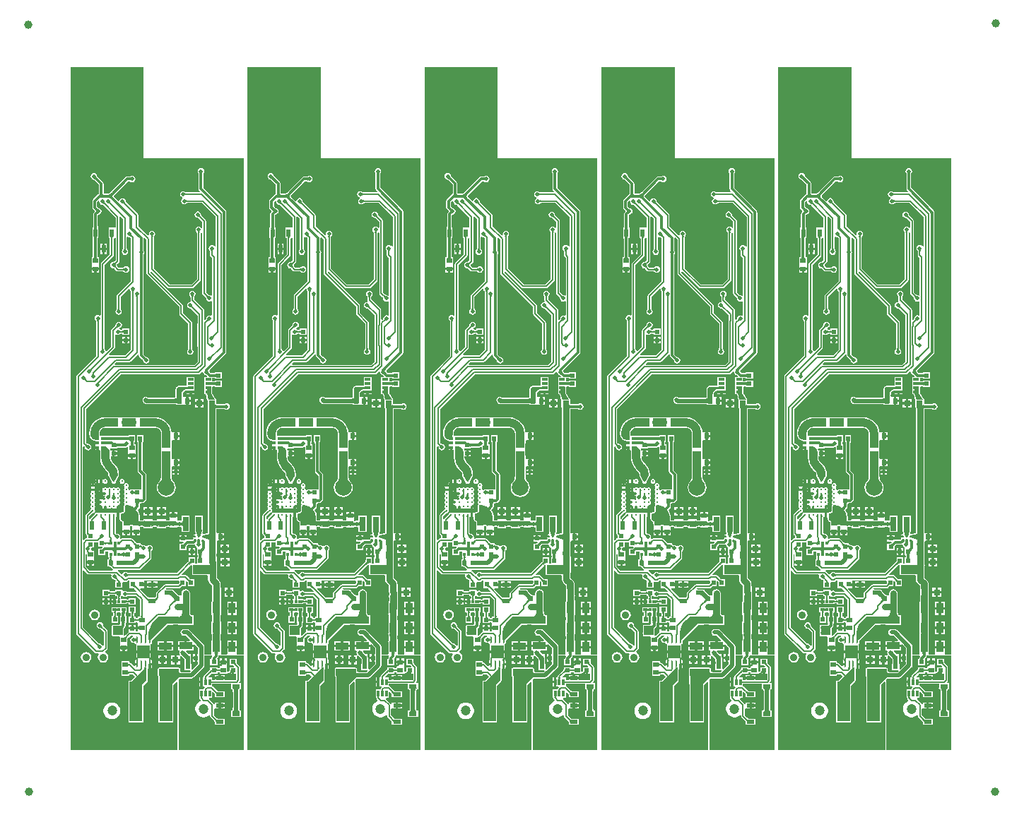
<source format=gbl>
G04*
G04 #@! TF.GenerationSoftware,Altium Limited,Altium Designer,19.1.7 (138)*
G04*
G04 Layer_Physical_Order=2*
G04 Layer_Color=16711680*
%FSAX25Y25*%
%MOIN*%
G70*
G01*
G75*
%ADD10C,0.03937*%
%ADD11R,0.02362X0.01968*%
%ADD12R,0.03740X0.01890*%
%ADD14R,0.02362X0.02520*%
%ADD15R,0.01968X0.02362*%
%ADD18R,0.02520X0.02362*%
%ADD20R,0.03150X0.03150*%
%ADD22R,0.03150X0.03150*%
%ADD24R,0.03937X0.02244*%
%ADD31R,0.01181X0.01181*%
%ADD35C,0.01181*%
%ADD42C,0.01968*%
%ADD43C,0.02953*%
%ADD44C,0.00787*%
%ADD45C,0.01181*%
%ADD47C,0.00598*%
%ADD51C,0.03937*%
%ADD52C,0.03543*%
%ADD53C,0.01968*%
%ADD54C,0.04724*%
%ADD55R,0.05906X0.06299*%
G04:AMPARAMS|DCode=56|XSize=9.84mil|YSize=33.47mil|CornerRadius=2.46mil|HoleSize=0mil|Usage=FLASHONLY|Rotation=360.000|XOffset=0mil|YOffset=0mil|HoleType=Round|Shape=RoundedRectangle|*
%AMROUNDEDRECTD56*
21,1,0.00984,0.02854,0,0,360.0*
21,1,0.00492,0.03347,0,0,360.0*
1,1,0.00492,0.00246,-0.01427*
1,1,0.00492,-0.00246,-0.01427*
1,1,0.00492,-0.00246,0.01427*
1,1,0.00492,0.00246,0.01427*
%
%ADD56ROUNDEDRECTD56*%
%ADD57R,0.05906X0.18504*%
%ADD58R,0.01181X0.03150*%
%ADD59R,0.06299X0.03543*%
%ADD60R,0.01968X0.01575*%
%ADD61R,0.01181X0.01575*%
%ADD62R,0.02362X0.04331*%
%ADD63R,0.01181X0.01772*%
%ADD64R,0.01890X0.03740*%
%ADD65R,0.01968X0.01968*%
%ADD66R,0.02756X0.01181*%
%ADD67R,0.02244X0.03937*%
%ADD68R,0.02362X0.03937*%
%ADD69R,0.01968X0.01378*%
%ADD70R,0.02756X0.06693*%
%ADD71R,0.03543X0.05118*%
%ADD72C,0.07874*%
G36*
X0535985Y0412344D02*
X0535968Y0412310D01*
X0535954Y0412267D01*
X0535941Y0412214D01*
X0535930Y0412151D01*
X0535914Y0411997D01*
X0535907Y0411804D01*
X0535906Y0411693D01*
X0534724D01*
X0534723Y0411804D01*
X0534700Y0412151D01*
X0534689Y0412214D01*
X0534676Y0412267D01*
X0534661Y0412310D01*
X0534645Y0412344D01*
X0534626Y0412368D01*
X0536004D01*
X0535985Y0412344D01*
D02*
G37*
G36*
X0452521D02*
X0452504Y0412310D01*
X0452489Y0412267D01*
X0452476Y0412214D01*
X0452465Y0412151D01*
X0452450Y0411997D01*
X0452442Y0411804D01*
X0452441Y0411693D01*
X0451260D01*
X0451259Y0411804D01*
X0451235Y0412151D01*
X0451224Y0412214D01*
X0451212Y0412267D01*
X0451197Y0412310D01*
X0451180Y0412344D01*
X0451161Y0412368D01*
X0452539D01*
X0452521Y0412344D01*
D02*
G37*
G36*
X0369056D02*
X0369039Y0412310D01*
X0369025Y0412267D01*
X0369012Y0412214D01*
X0369001Y0412151D01*
X0368985Y0411997D01*
X0368977Y0411804D01*
X0368976Y0411693D01*
X0367795D01*
X0367794Y0411804D01*
X0367771Y0412151D01*
X0367760Y0412214D01*
X0367747Y0412267D01*
X0367732Y0412310D01*
X0367716Y0412344D01*
X0367697Y0412368D01*
X0369075D01*
X0369056Y0412344D01*
D02*
G37*
G36*
X0285592D02*
X0285575Y0412310D01*
X0285560Y0412267D01*
X0285547Y0412214D01*
X0285536Y0412151D01*
X0285521Y0411997D01*
X0285513Y0411804D01*
X0285512Y0411693D01*
X0284331D01*
X0284330Y0411804D01*
X0284306Y0412151D01*
X0284295Y0412214D01*
X0284282Y0412267D01*
X0284268Y0412310D01*
X0284251Y0412344D01*
X0284232Y0412368D01*
X0285610D01*
X0285592Y0412344D01*
D02*
G37*
G36*
X0202127D02*
X0202110Y0412310D01*
X0202095Y0412267D01*
X0202083Y0412214D01*
X0202072Y0412151D01*
X0202056Y0411997D01*
X0202048Y0411804D01*
X0202047Y0411693D01*
X0200866D01*
X0200865Y0411804D01*
X0200841Y0412151D01*
X0200831Y0412214D01*
X0200818Y0412267D01*
X0200803Y0412310D01*
X0200786Y0412344D01*
X0200768Y0412368D01*
X0202146D01*
X0202127Y0412344D01*
D02*
G37*
G36*
X0485752Y0410669D02*
X0485764Y0410633D01*
X0485784Y0410592D01*
X0485813Y0410545D01*
X0485849Y0410493D01*
X0485947Y0410373D01*
X0486078Y0410231D01*
X0486156Y0410152D01*
X0485321Y0409317D01*
X0485242Y0409395D01*
X0484979Y0409623D01*
X0484927Y0409660D01*
X0484881Y0409688D01*
X0484840Y0409709D01*
X0484804Y0409721D01*
X0484774Y0409725D01*
X0485748Y0410699D01*
X0485752Y0410669D01*
D02*
G37*
G36*
X0402287D02*
X0402299Y0410633D01*
X0402319Y0410592D01*
X0402348Y0410545D01*
X0402385Y0410493D01*
X0402483Y0410373D01*
X0402613Y0410231D01*
X0402691Y0410152D01*
X0401856Y0409317D01*
X0401777Y0409395D01*
X0401515Y0409623D01*
X0401463Y0409660D01*
X0401416Y0409688D01*
X0401375Y0409709D01*
X0401339Y0409721D01*
X0401309Y0409725D01*
X0402283Y0410699D01*
X0402287Y0410669D01*
D02*
G37*
G36*
X0318823D02*
X0318835Y0410633D01*
X0318855Y0410592D01*
X0318883Y0410545D01*
X0318920Y0410493D01*
X0319018Y0410373D01*
X0319149Y0410231D01*
X0319227Y0410152D01*
X0318391Y0409317D01*
X0318312Y0409395D01*
X0318050Y0409623D01*
X0317998Y0409660D01*
X0317952Y0409688D01*
X0317911Y0409709D01*
X0317875Y0409721D01*
X0317845Y0409725D01*
X0318819Y0410699D01*
X0318823Y0410669D01*
D02*
G37*
G36*
X0235358D02*
X0235370Y0410633D01*
X0235390Y0410592D01*
X0235419Y0410545D01*
X0235455Y0410493D01*
X0235554Y0410373D01*
X0235684Y0410231D01*
X0235762Y0410152D01*
X0234927Y0409317D01*
X0234848Y0409395D01*
X0234586Y0409623D01*
X0234534Y0409660D01*
X0234487Y0409688D01*
X0234446Y0409709D01*
X0234410Y0409721D01*
X0234380Y0409725D01*
X0235354Y0410699D01*
X0235358Y0410669D01*
D02*
G37*
G36*
X0151894D02*
X0151906Y0410633D01*
X0151926Y0410592D01*
X0151954Y0410545D01*
X0151991Y0410493D01*
X0152089Y0410373D01*
X0152220Y0410231D01*
X0152297Y0410152D01*
X0151462Y0409317D01*
X0151383Y0409395D01*
X0151121Y0409623D01*
X0151069Y0409660D01*
X0151023Y0409688D01*
X0150981Y0409709D01*
X0150946Y0409721D01*
X0150915Y0409725D01*
X0151890Y0410699D01*
X0151894Y0410669D01*
D02*
G37*
G36*
X0502211Y0408760D02*
X0502186Y0408779D01*
X0502153Y0408795D01*
X0502109Y0408810D01*
X0502056Y0408823D01*
X0501994Y0408834D01*
X0501839Y0408849D01*
X0501646Y0408857D01*
X0501536Y0408858D01*
Y0410039D01*
X0501646Y0410040D01*
X0501994Y0410064D01*
X0502056Y0410075D01*
X0502109Y0410088D01*
X0502153Y0410102D01*
X0502186Y0410119D01*
X0502211Y0410138D01*
Y0408760D01*
D02*
G37*
G36*
X0418746D02*
X0418722Y0408779D01*
X0418688Y0408795D01*
X0418645Y0408810D01*
X0418592Y0408823D01*
X0418529Y0408834D01*
X0418375Y0408849D01*
X0418182Y0408857D01*
X0418071Y0408858D01*
Y0410039D01*
X0418182Y0410040D01*
X0418529Y0410064D01*
X0418592Y0410075D01*
X0418645Y0410088D01*
X0418688Y0410102D01*
X0418722Y0410119D01*
X0418746Y0410138D01*
Y0408760D01*
D02*
G37*
G36*
X0335281D02*
X0335257Y0408779D01*
X0335224Y0408795D01*
X0335180Y0408810D01*
X0335127Y0408823D01*
X0335064Y0408834D01*
X0334910Y0408849D01*
X0334717Y0408857D01*
X0334606Y0408858D01*
Y0410039D01*
X0334717Y0410040D01*
X0335064Y0410064D01*
X0335127Y0410075D01*
X0335180Y0410088D01*
X0335224Y0410102D01*
X0335257Y0410119D01*
X0335281Y0410138D01*
Y0408760D01*
D02*
G37*
G36*
X0251817D02*
X0251793Y0408779D01*
X0251759Y0408795D01*
X0251715Y0408810D01*
X0251662Y0408823D01*
X0251600Y0408834D01*
X0251446Y0408849D01*
X0251253Y0408857D01*
X0251142Y0408858D01*
Y0410039D01*
X0251253Y0410040D01*
X0251600Y0410064D01*
X0251662Y0410075D01*
X0251715Y0410088D01*
X0251759Y0410102D01*
X0251793Y0410119D01*
X0251817Y0410138D01*
Y0408760D01*
D02*
G37*
G36*
X0168352D02*
X0168328Y0408779D01*
X0168294Y0408795D01*
X0168251Y0408810D01*
X0168198Y0408823D01*
X0168135Y0408834D01*
X0167981Y0408849D01*
X0167788Y0408857D01*
X0167677Y0408858D01*
Y0410039D01*
X0167788Y0410040D01*
X0168135Y0410064D01*
X0168198Y0410075D01*
X0168251Y0410088D01*
X0168294Y0410102D01*
X0168328Y0410119D01*
X0168352Y0410138D01*
Y0408760D01*
D02*
G37*
G36*
X0527672Y0402905D02*
X0527739Y0402857D01*
X0527809Y0402815D01*
X0527883Y0402779D01*
X0527961Y0402748D01*
X0528044Y0402722D01*
X0528129Y0402703D01*
X0528219Y0402689D01*
X0528313Y0402680D01*
X0528411Y0402677D01*
X0528450Y0401890D01*
X0528352Y0401887D01*
X0528259Y0401877D01*
X0528169Y0401862D01*
X0528085Y0401841D01*
X0528005Y0401813D01*
X0527929Y0401779D01*
X0527859Y0401739D01*
X0527792Y0401693D01*
X0527731Y0401641D01*
X0527673Y0401582D01*
X0527610Y0402959D01*
X0527672Y0402905D01*
D02*
G37*
G36*
X0444208D02*
X0444274Y0402857D01*
X0444345Y0402815D01*
X0444419Y0402779D01*
X0444497Y0402748D01*
X0444579Y0402722D01*
X0444665Y0402703D01*
X0444755Y0402689D01*
X0444849Y0402680D01*
X0444946Y0402677D01*
X0444986Y0401890D01*
X0444888Y0401887D01*
X0444794Y0401877D01*
X0444705Y0401862D01*
X0444620Y0401841D01*
X0444540Y0401813D01*
X0444465Y0401779D01*
X0444394Y0401739D01*
X0444328Y0401693D01*
X0444266Y0401641D01*
X0444209Y0401582D01*
X0444145Y0402959D01*
X0444208Y0402905D01*
D02*
G37*
G36*
X0360743D02*
X0360810Y0402857D01*
X0360880Y0402815D01*
X0360954Y0402779D01*
X0361032Y0402748D01*
X0361114Y0402722D01*
X0361200Y0402703D01*
X0361290Y0402689D01*
X0361384Y0402680D01*
X0361482Y0402677D01*
X0361521Y0401890D01*
X0361423Y0401887D01*
X0361330Y0401877D01*
X0361240Y0401862D01*
X0361156Y0401841D01*
X0361076Y0401813D01*
X0361000Y0401779D01*
X0360929Y0401739D01*
X0360863Y0401693D01*
X0360801Y0401641D01*
X0360744Y0401582D01*
X0360681Y0402959D01*
X0360743Y0402905D01*
D02*
G37*
G36*
X0277279D02*
X0277345Y0402857D01*
X0277415Y0402815D01*
X0277490Y0402779D01*
X0277568Y0402748D01*
X0277650Y0402722D01*
X0277736Y0402703D01*
X0277826Y0402689D01*
X0277920Y0402680D01*
X0278017Y0402677D01*
X0278057Y0401890D01*
X0277959Y0401887D01*
X0277865Y0401877D01*
X0277776Y0401862D01*
X0277691Y0401841D01*
X0277611Y0401813D01*
X0277536Y0401779D01*
X0277465Y0401739D01*
X0277399Y0401693D01*
X0277337Y0401641D01*
X0277279Y0401582D01*
X0277216Y0402959D01*
X0277279Y0402905D01*
D02*
G37*
G36*
X0193814D02*
X0193880Y0402857D01*
X0193951Y0402815D01*
X0194025Y0402779D01*
X0194103Y0402748D01*
X0194185Y0402722D01*
X0194271Y0402703D01*
X0194361Y0402689D01*
X0194455Y0402680D01*
X0194553Y0402677D01*
X0194592Y0401890D01*
X0194494Y0401887D01*
X0194400Y0401877D01*
X0194311Y0401862D01*
X0194227Y0401841D01*
X0194147Y0401813D01*
X0194071Y0401779D01*
X0194000Y0401739D01*
X0193934Y0401693D01*
X0193872Y0401641D01*
X0193815Y0401582D01*
X0193752Y0402959D01*
X0193814Y0402905D01*
D02*
G37*
G36*
X0488831Y0402925D02*
X0488866Y0402724D01*
X0488925Y0402547D01*
X0489008Y0402394D01*
X0489114Y0402264D01*
X0489244Y0402157D01*
X0489398Y0402075D01*
X0489575Y0402016D01*
X0489776Y0401980D01*
X0490000Y0401969D01*
X0488228Y0400787D01*
X0487441Y0401969D01*
X0487478Y0401980D01*
X0487512Y0402016D01*
X0487541Y0402075D01*
X0487567Y0402157D01*
X0487589Y0402264D01*
X0487636Y0402925D01*
X0487638Y0403150D01*
X0488819D01*
X0488831Y0402925D01*
D02*
G37*
G36*
X0405366D02*
X0405402Y0402724D01*
X0405461Y0402547D01*
X0405543Y0402394D01*
X0405650Y0402264D01*
X0405780Y0402157D01*
X0405933Y0402075D01*
X0406110Y0402016D01*
X0406311Y0401980D01*
X0406535Y0401969D01*
X0404764Y0400787D01*
X0403976Y0401969D01*
X0404014Y0401980D01*
X0404047Y0402016D01*
X0404077Y0402075D01*
X0404102Y0402157D01*
X0404124Y0402264D01*
X0404171Y0402925D01*
X0404173Y0403150D01*
X0405354D01*
X0405366Y0402925D01*
D02*
G37*
G36*
X0321902D02*
X0321937Y0402724D01*
X0321996Y0402547D01*
X0322079Y0402394D01*
X0322185Y0402264D01*
X0322315Y0402157D01*
X0322468Y0402075D01*
X0322646Y0402016D01*
X0322846Y0401980D01*
X0323071Y0401969D01*
X0321299Y0400787D01*
X0320512Y0401969D01*
X0320549Y0401980D01*
X0320583Y0402016D01*
X0320612Y0402075D01*
X0320638Y0402157D01*
X0320659Y0402264D01*
X0320707Y0402925D01*
X0320709Y0403150D01*
X0321890D01*
X0321902Y0402925D01*
D02*
G37*
G36*
X0238437D02*
X0238472Y0402724D01*
X0238531Y0402547D01*
X0238614Y0402394D01*
X0238720Y0402264D01*
X0238850Y0402157D01*
X0239004Y0402075D01*
X0239181Y0402016D01*
X0239382Y0401980D01*
X0239606Y0401969D01*
X0237835Y0400787D01*
X0237047Y0401969D01*
X0237085Y0401980D01*
X0237118Y0402016D01*
X0237148Y0402075D01*
X0237173Y0402157D01*
X0237195Y0402264D01*
X0237242Y0402925D01*
X0237244Y0403150D01*
X0238425D01*
X0238437Y0402925D01*
D02*
G37*
G36*
X0154972D02*
X0155008Y0402724D01*
X0155067Y0402547D01*
X0155150Y0402394D01*
X0155256Y0402264D01*
X0155386Y0402157D01*
X0155539Y0402075D01*
X0155717Y0402016D01*
X0155917Y0401980D01*
X0156142Y0401969D01*
X0154370Y0400787D01*
X0153583Y0401969D01*
X0153620Y0401980D01*
X0153654Y0402016D01*
X0153683Y0402075D01*
X0153709Y0402157D01*
X0153730Y0402264D01*
X0153778Y0402925D01*
X0153779Y0403150D01*
X0154961D01*
X0154972Y0402925D01*
D02*
G37*
G36*
X0494032Y0402213D02*
X0493882Y0402046D01*
X0493765Y0401879D01*
X0493682Y0401712D01*
X0493632Y0401545D01*
X0493615Y0401378D01*
X0493632Y0401211D01*
X0493682Y0401044D01*
X0493765Y0400877D01*
X0493882Y0400710D01*
X0494032Y0400543D01*
X0492953Y0399952D01*
X0492782Y0400111D01*
X0492605Y0400253D01*
X0492420Y0400378D01*
X0492229Y0400487D01*
X0492031Y0400579D01*
X0491826Y0400654D01*
X0491614Y0400712D01*
X0491395Y0400754D01*
X0491169Y0400779D01*
X0490937Y0400787D01*
Y0401969D01*
X0491169Y0401977D01*
X0491395Y0402002D01*
X0491614Y0402044D01*
X0491826Y0402102D01*
X0492031Y0402177D01*
X0492229Y0402269D01*
X0492420Y0402378D01*
X0492605Y0402503D01*
X0492782Y0402645D01*
X0492953Y0402804D01*
X0494032Y0402213D01*
D02*
G37*
G36*
X0410568D02*
X0410418Y0402046D01*
X0410301Y0401879D01*
X0410217Y0401712D01*
X0410167Y0401545D01*
X0410150Y0401378D01*
X0410167Y0401211D01*
X0410217Y0401044D01*
X0410301Y0400877D01*
X0410418Y0400710D01*
X0410568Y0400543D01*
X0409488Y0399952D01*
X0409318Y0400111D01*
X0409140Y0400253D01*
X0408956Y0400378D01*
X0408765Y0400487D01*
X0408567Y0400579D01*
X0408361Y0400654D01*
X0408149Y0400712D01*
X0407931Y0400754D01*
X0407705Y0400779D01*
X0407472Y0400787D01*
Y0401969D01*
X0407705Y0401977D01*
X0407931Y0402002D01*
X0408149Y0402044D01*
X0408361Y0402102D01*
X0408567Y0402177D01*
X0408765Y0402269D01*
X0408956Y0402378D01*
X0409140Y0402503D01*
X0409318Y0402645D01*
X0409488Y0402804D01*
X0410568Y0402213D01*
D02*
G37*
G36*
X0327103D02*
X0326953Y0402046D01*
X0326836Y0401879D01*
X0326753Y0401712D01*
X0326702Y0401545D01*
X0326686Y0401378D01*
X0326702Y0401211D01*
X0326753Y0401044D01*
X0326836Y0400877D01*
X0326953Y0400710D01*
X0327103Y0400543D01*
X0326024Y0399952D01*
X0325853Y0400111D01*
X0325676Y0400253D01*
X0325491Y0400378D01*
X0325300Y0400487D01*
X0325102Y0400579D01*
X0324897Y0400654D01*
X0324685Y0400712D01*
X0324466Y0400754D01*
X0324240Y0400779D01*
X0324007Y0400787D01*
Y0401969D01*
X0324240Y0401977D01*
X0324466Y0402002D01*
X0324685Y0402044D01*
X0324897Y0402102D01*
X0325102Y0402177D01*
X0325300Y0402269D01*
X0325491Y0402378D01*
X0325676Y0402503D01*
X0325853Y0402645D01*
X0326024Y0402804D01*
X0327103Y0402213D01*
D02*
G37*
G36*
X0243639D02*
X0243489Y0402046D01*
X0243372Y0401879D01*
X0243288Y0401712D01*
X0243238Y0401545D01*
X0243221Y0401378D01*
X0243238Y0401211D01*
X0243288Y0401044D01*
X0243372Y0400877D01*
X0243489Y0400710D01*
X0243639Y0400543D01*
X0242559Y0399952D01*
X0242389Y0400111D01*
X0242211Y0400253D01*
X0242027Y0400378D01*
X0241836Y0400487D01*
X0241637Y0400579D01*
X0241432Y0400654D01*
X0241220Y0400712D01*
X0241001Y0400754D01*
X0240775Y0400779D01*
X0240543Y0400787D01*
Y0401969D01*
X0240775Y0401977D01*
X0241001Y0402002D01*
X0241220Y0402044D01*
X0241432Y0402102D01*
X0241637Y0402177D01*
X0241836Y0402269D01*
X0242027Y0402378D01*
X0242211Y0402503D01*
X0242389Y0402645D01*
X0242559Y0402804D01*
X0243639Y0402213D01*
D02*
G37*
G36*
X0160174D02*
X0160024Y0402046D01*
X0159907Y0401879D01*
X0159824Y0401712D01*
X0159773Y0401545D01*
X0159757Y0401378D01*
X0159773Y0401211D01*
X0159824Y0401044D01*
X0159907Y0400877D01*
X0160024Y0400710D01*
X0160174Y0400543D01*
X0159095Y0399952D01*
X0158924Y0400111D01*
X0158747Y0400253D01*
X0158562Y0400378D01*
X0158371Y0400487D01*
X0158173Y0400579D01*
X0157968Y0400654D01*
X0157756Y0400712D01*
X0157537Y0400754D01*
X0157311Y0400779D01*
X0157078Y0400787D01*
Y0401969D01*
X0157311Y0401977D01*
X0157537Y0402002D01*
X0157756Y0402044D01*
X0157968Y0402102D01*
X0158173Y0402177D01*
X0158371Y0402269D01*
X0158562Y0402378D01*
X0158747Y0402503D01*
X0158924Y0402645D01*
X0159095Y0402804D01*
X0160174Y0402213D01*
D02*
G37*
G36*
X0528138Y0399639D02*
X0528205Y0399591D01*
X0528275Y0399548D01*
X0528349Y0399512D01*
X0528427Y0399480D01*
X0528509Y0399455D01*
X0528595Y0399435D01*
X0528684Y0399421D01*
X0528778Y0399412D01*
X0528876Y0399410D01*
X0528910Y0398622D01*
X0528812Y0398619D01*
X0528719Y0398610D01*
X0528629Y0398594D01*
X0528545Y0398573D01*
X0528465Y0398546D01*
X0528389Y0398512D01*
X0528318Y0398472D01*
X0528251Y0398426D01*
X0528189Y0398374D01*
X0528131Y0398316D01*
X0528076Y0399693D01*
X0528138Y0399639D01*
D02*
G37*
G36*
X0444674D02*
X0444740Y0399591D01*
X0444810Y0399548D01*
X0444884Y0399512D01*
X0444962Y0399480D01*
X0445044Y0399455D01*
X0445130Y0399435D01*
X0445220Y0399421D01*
X0445314Y0399412D01*
X0445411Y0399410D01*
X0445446Y0398622D01*
X0445348Y0398619D01*
X0445254Y0398610D01*
X0445165Y0398594D01*
X0445080Y0398573D01*
X0445000Y0398546D01*
X0444924Y0398512D01*
X0444853Y0398472D01*
X0444787Y0398426D01*
X0444725Y0398374D01*
X0444667Y0398316D01*
X0444612Y0399693D01*
X0444674Y0399639D01*
D02*
G37*
G36*
X0361209D02*
X0361276Y0399591D01*
X0361346Y0399548D01*
X0361420Y0399512D01*
X0361498Y0399480D01*
X0361579Y0399455D01*
X0361665Y0399435D01*
X0361755Y0399421D01*
X0361849Y0399412D01*
X0361947Y0399410D01*
X0361981Y0398622D01*
X0361883Y0398619D01*
X0361789Y0398610D01*
X0361700Y0398594D01*
X0361616Y0398573D01*
X0361535Y0398546D01*
X0361460Y0398512D01*
X0361389Y0398472D01*
X0361322Y0398426D01*
X0361260Y0398374D01*
X0361202Y0398316D01*
X0361147Y0399693D01*
X0361209Y0399639D01*
D02*
G37*
G36*
X0277745D02*
X0277811Y0399591D01*
X0277881Y0399548D01*
X0277955Y0399512D01*
X0278033Y0399480D01*
X0278115Y0399455D01*
X0278201Y0399435D01*
X0278291Y0399421D01*
X0278384Y0399412D01*
X0278482Y0399410D01*
X0278517Y0398622D01*
X0278418Y0398619D01*
X0278325Y0398610D01*
X0278236Y0398594D01*
X0278151Y0398573D01*
X0278071Y0398546D01*
X0277995Y0398512D01*
X0277924Y0398472D01*
X0277857Y0398426D01*
X0277795Y0398374D01*
X0277738Y0398316D01*
X0277683Y0399693D01*
X0277745Y0399639D01*
D02*
G37*
G36*
X0194280D02*
X0194346Y0399591D01*
X0194416Y0399548D01*
X0194491Y0399512D01*
X0194569Y0399480D01*
X0194650Y0399455D01*
X0194736Y0399435D01*
X0194826Y0399421D01*
X0194920Y0399412D01*
X0195018Y0399410D01*
X0195052Y0398622D01*
X0194954Y0398619D01*
X0194860Y0398610D01*
X0194771Y0398594D01*
X0194686Y0398573D01*
X0194606Y0398546D01*
X0194531Y0398512D01*
X0194459Y0398472D01*
X0194393Y0398426D01*
X0194331Y0398374D01*
X0194273Y0398316D01*
X0194218Y0399693D01*
X0194280Y0399639D01*
D02*
G37*
G36*
X0499294Y0398845D02*
X0499304Y0398764D01*
X0499321Y0398685D01*
X0499345Y0398606D01*
X0499377Y0398529D01*
X0499415Y0398453D01*
X0499461Y0398378D01*
X0499514Y0398304D01*
X0499574Y0398231D01*
X0499641Y0398160D01*
X0499084Y0397603D01*
X0499013Y0397670D01*
X0498940Y0397730D01*
X0498867Y0397783D01*
X0498792Y0397829D01*
X0498715Y0397867D01*
X0498638Y0397899D01*
X0498560Y0397923D01*
X0498480Y0397940D01*
X0498399Y0397950D01*
X0498317Y0397953D01*
X0499291Y0398927D01*
X0499294Y0398845D01*
D02*
G37*
G36*
X0415830D02*
X0415839Y0398764D01*
X0415856Y0398685D01*
X0415881Y0398606D01*
X0415912Y0398529D01*
X0415951Y0398453D01*
X0415996Y0398378D01*
X0416049Y0398304D01*
X0416109Y0398231D01*
X0416176Y0398160D01*
X0415620Y0397603D01*
X0415548Y0397670D01*
X0415476Y0397730D01*
X0415402Y0397783D01*
X0415327Y0397829D01*
X0415251Y0397867D01*
X0415174Y0397899D01*
X0415095Y0397923D01*
X0415015Y0397940D01*
X0414934Y0397950D01*
X0414852Y0397953D01*
X0415827Y0398927D01*
X0415830Y0398845D01*
D02*
G37*
G36*
X0332365D02*
X0332375Y0398764D01*
X0332392Y0398685D01*
X0332416Y0398606D01*
X0332448Y0398529D01*
X0332486Y0398453D01*
X0332532Y0398378D01*
X0332585Y0398304D01*
X0332645Y0398231D01*
X0332712Y0398160D01*
X0332155Y0397603D01*
X0332084Y0397670D01*
X0332011Y0397730D01*
X0331937Y0397783D01*
X0331862Y0397829D01*
X0331786Y0397867D01*
X0331709Y0397899D01*
X0331630Y0397923D01*
X0331551Y0397940D01*
X0331470Y0397950D01*
X0331388Y0397953D01*
X0332362Y0398927D01*
X0332365Y0398845D01*
D02*
G37*
G36*
X0248900D02*
X0248910Y0398764D01*
X0248927Y0398685D01*
X0248952Y0398606D01*
X0248983Y0398529D01*
X0249022Y0398453D01*
X0249067Y0398378D01*
X0249120Y0398304D01*
X0249180Y0398231D01*
X0249247Y0398160D01*
X0248690Y0397603D01*
X0248619Y0397670D01*
X0248547Y0397730D01*
X0248473Y0397783D01*
X0248398Y0397829D01*
X0248322Y0397867D01*
X0248244Y0397899D01*
X0248166Y0397923D01*
X0248086Y0397940D01*
X0248005Y0397950D01*
X0247923Y0397953D01*
X0248898Y0398927D01*
X0248900Y0398845D01*
D02*
G37*
G36*
X0165436D02*
X0165446Y0398764D01*
X0165463Y0398685D01*
X0165487Y0398606D01*
X0165518Y0398529D01*
X0165557Y0398453D01*
X0165603Y0398378D01*
X0165655Y0398304D01*
X0165716Y0398231D01*
X0165783Y0398160D01*
X0165226Y0397603D01*
X0165155Y0397670D01*
X0165082Y0397730D01*
X0165008Y0397783D01*
X0164933Y0397829D01*
X0164857Y0397867D01*
X0164780Y0397899D01*
X0164701Y0397923D01*
X0164622Y0397940D01*
X0164541Y0397950D01*
X0164459Y0397953D01*
X0165433Y0398927D01*
X0165436Y0398845D01*
D02*
G37*
G36*
X0492522Y0398806D02*
X0492532Y0398725D01*
X0492549Y0398645D01*
X0492574Y0398567D01*
X0492605Y0398489D01*
X0492643Y0398413D01*
X0492689Y0398338D01*
X0492742Y0398265D01*
X0492802Y0398192D01*
X0492869Y0398121D01*
X0492312Y0397564D01*
X0492241Y0397631D01*
X0492169Y0397691D01*
X0492095Y0397744D01*
X0492020Y0397790D01*
X0491944Y0397828D01*
X0491866Y0397860D01*
X0491788Y0397884D01*
X0491708Y0397901D01*
X0491627Y0397911D01*
X0491545Y0397914D01*
X0492520Y0398888D01*
X0492522Y0398806D01*
D02*
G37*
G36*
X0409058D02*
X0409068Y0398725D01*
X0409085Y0398645D01*
X0409109Y0398567D01*
X0409140Y0398489D01*
X0409179Y0398413D01*
X0409225Y0398338D01*
X0409277Y0398265D01*
X0409338Y0398192D01*
X0409405Y0398121D01*
X0408848Y0397564D01*
X0408777Y0397631D01*
X0408704Y0397691D01*
X0408630Y0397744D01*
X0408555Y0397790D01*
X0408479Y0397828D01*
X0408402Y0397860D01*
X0408323Y0397884D01*
X0408244Y0397901D01*
X0408163Y0397911D01*
X0408081Y0397914D01*
X0409055Y0398888D01*
X0409058Y0398806D01*
D02*
G37*
G36*
X0325593D02*
X0325603Y0398725D01*
X0325620Y0398645D01*
X0325644Y0398567D01*
X0325676Y0398489D01*
X0325714Y0398413D01*
X0325760Y0398338D01*
X0325813Y0398265D01*
X0325873Y0398192D01*
X0325940Y0398121D01*
X0325383Y0397564D01*
X0325312Y0397631D01*
X0325239Y0397691D01*
X0325166Y0397744D01*
X0325091Y0397790D01*
X0325015Y0397828D01*
X0324937Y0397860D01*
X0324859Y0397884D01*
X0324779Y0397901D01*
X0324698Y0397911D01*
X0324616Y0397914D01*
X0325590Y0398888D01*
X0325593Y0398806D01*
D02*
G37*
G36*
X0242129D02*
X0242139Y0398725D01*
X0242156Y0398645D01*
X0242180Y0398567D01*
X0242211Y0398489D01*
X0242250Y0398413D01*
X0242296Y0398338D01*
X0242348Y0398265D01*
X0242408Y0398192D01*
X0242476Y0398121D01*
X0241919Y0397564D01*
X0241847Y0397631D01*
X0241775Y0397691D01*
X0241701Y0397744D01*
X0241626Y0397790D01*
X0241550Y0397828D01*
X0241473Y0397860D01*
X0241394Y0397884D01*
X0241315Y0397901D01*
X0241234Y0397911D01*
X0241151Y0397914D01*
X0242126Y0398888D01*
X0242129Y0398806D01*
D02*
G37*
G36*
X0158664D02*
X0158674Y0398725D01*
X0158691Y0398645D01*
X0158715Y0398567D01*
X0158747Y0398489D01*
X0158785Y0398413D01*
X0158831Y0398338D01*
X0158884Y0398265D01*
X0158944Y0398192D01*
X0159011Y0398121D01*
X0158454Y0397564D01*
X0158383Y0397631D01*
X0158310Y0397691D01*
X0158237Y0397744D01*
X0158162Y0397790D01*
X0158086Y0397828D01*
X0158008Y0397860D01*
X0157930Y0397884D01*
X0157850Y0397901D01*
X0157769Y0397911D01*
X0157687Y0397914D01*
X0158661Y0398888D01*
X0158664Y0398806D01*
D02*
G37*
G36*
X0489806Y0398688D02*
X0489816Y0398607D01*
X0489833Y0398527D01*
X0489857Y0398448D01*
X0489888Y0398371D01*
X0489927Y0398295D01*
X0489973Y0398220D01*
X0490026Y0398146D01*
X0490086Y0398074D01*
X0490153Y0398003D01*
X0489596Y0397446D01*
X0489525Y0397513D01*
X0489452Y0397573D01*
X0489378Y0397626D01*
X0489303Y0397672D01*
X0489227Y0397710D01*
X0489150Y0397741D01*
X0489071Y0397766D01*
X0488992Y0397783D01*
X0488911Y0397793D01*
X0488829Y0397795D01*
X0489803Y0398770D01*
X0489806Y0398688D01*
D02*
G37*
G36*
X0406341D02*
X0406351Y0398607D01*
X0406368Y0398527D01*
X0406392Y0398448D01*
X0406424Y0398371D01*
X0406462Y0398295D01*
X0406508Y0398220D01*
X0406561Y0398146D01*
X0406621Y0398074D01*
X0406688Y0398003D01*
X0406131Y0397446D01*
X0406060Y0397513D01*
X0405988Y0397573D01*
X0405914Y0397626D01*
X0405839Y0397672D01*
X0405763Y0397710D01*
X0405685Y0397741D01*
X0405607Y0397766D01*
X0405527Y0397783D01*
X0405446Y0397793D01*
X0405364Y0397795D01*
X0406339Y0398770D01*
X0406341Y0398688D01*
D02*
G37*
G36*
X0322877D02*
X0322887Y0398607D01*
X0322904Y0398527D01*
X0322928Y0398448D01*
X0322959Y0398371D01*
X0322998Y0398295D01*
X0323043Y0398220D01*
X0323096Y0398146D01*
X0323156Y0398074D01*
X0323224Y0398003D01*
X0322667Y0397446D01*
X0322596Y0397513D01*
X0322523Y0397573D01*
X0322449Y0397626D01*
X0322374Y0397672D01*
X0322298Y0397710D01*
X0322221Y0397741D01*
X0322142Y0397766D01*
X0322063Y0397783D01*
X0321982Y0397793D01*
X0321900Y0397795D01*
X0322874Y0398770D01*
X0322877Y0398688D01*
D02*
G37*
G36*
X0239412D02*
X0239422Y0398607D01*
X0239439Y0398527D01*
X0239463Y0398448D01*
X0239495Y0398371D01*
X0239533Y0398295D01*
X0239579Y0398220D01*
X0239632Y0398146D01*
X0239692Y0398074D01*
X0239759Y0398003D01*
X0239202Y0397446D01*
X0239131Y0397513D01*
X0239058Y0397573D01*
X0238985Y0397626D01*
X0238910Y0397672D01*
X0238834Y0397710D01*
X0238756Y0397741D01*
X0238678Y0397766D01*
X0238598Y0397783D01*
X0238517Y0397793D01*
X0238435Y0397795D01*
X0239409Y0398770D01*
X0239412Y0398688D01*
D02*
G37*
G36*
X0155948D02*
X0155957Y0398607D01*
X0155974Y0398527D01*
X0155999Y0398448D01*
X0156030Y0398371D01*
X0156069Y0398295D01*
X0156114Y0398220D01*
X0156167Y0398146D01*
X0156227Y0398074D01*
X0156295Y0398003D01*
X0155738Y0397446D01*
X0155666Y0397513D01*
X0155594Y0397573D01*
X0155520Y0397626D01*
X0155445Y0397672D01*
X0155369Y0397710D01*
X0155292Y0397741D01*
X0155213Y0397766D01*
X0155133Y0397783D01*
X0155052Y0397793D01*
X0154971Y0397795D01*
X0155945Y0398770D01*
X0155948Y0398688D01*
D02*
G37*
G36*
X0486451Y0395527D02*
X0486714Y0395298D01*
X0486766Y0395261D01*
X0486812Y0395233D01*
X0486853Y0395213D01*
X0486889Y0395201D01*
X0486919Y0395197D01*
X0485945Y0394222D01*
X0485941Y0394253D01*
X0485929Y0394288D01*
X0485909Y0394330D01*
X0485880Y0394376D01*
X0485844Y0394428D01*
X0485746Y0394548D01*
X0485615Y0394690D01*
X0485537Y0394769D01*
X0486372Y0395605D01*
X0486451Y0395527D01*
D02*
G37*
G36*
X0402987D02*
X0403249Y0395298D01*
X0403301Y0395261D01*
X0403348Y0395233D01*
X0403389Y0395213D01*
X0403424Y0395201D01*
X0403455Y0395197D01*
X0402480Y0394222D01*
X0402477Y0394253D01*
X0402464Y0394288D01*
X0402444Y0394330D01*
X0402416Y0394376D01*
X0402379Y0394428D01*
X0402281Y0394548D01*
X0402150Y0394690D01*
X0402073Y0394769D01*
X0402908Y0395605D01*
X0402987Y0395527D01*
D02*
G37*
G36*
X0319522D02*
X0319784Y0395298D01*
X0319836Y0395261D01*
X0319883Y0395233D01*
X0319924Y0395213D01*
X0319960Y0395201D01*
X0319990Y0395197D01*
X0319016Y0394222D01*
X0319012Y0394253D01*
X0319000Y0394288D01*
X0318980Y0394330D01*
X0318951Y0394376D01*
X0318915Y0394428D01*
X0318817Y0394548D01*
X0318686Y0394690D01*
X0318608Y0394769D01*
X0319443Y0395605D01*
X0319522Y0395527D01*
D02*
G37*
G36*
X0236058D02*
X0236320Y0395298D01*
X0236372Y0395261D01*
X0236419Y0395233D01*
X0236460Y0395213D01*
X0236495Y0395201D01*
X0236526Y0395197D01*
X0235551Y0394222D01*
X0235547Y0394253D01*
X0235535Y0394288D01*
X0235515Y0394330D01*
X0235487Y0394376D01*
X0235450Y0394428D01*
X0235352Y0394548D01*
X0235221Y0394690D01*
X0235143Y0394769D01*
X0235979Y0395605D01*
X0236058Y0395527D01*
D02*
G37*
G36*
X0152593D02*
X0152855Y0395298D01*
X0152907Y0395261D01*
X0152954Y0395233D01*
X0152995Y0395213D01*
X0153031Y0395201D01*
X0153061Y0395197D01*
X0152087Y0394222D01*
X0152083Y0394253D01*
X0152071Y0394288D01*
X0152050Y0394330D01*
X0152022Y0394376D01*
X0151985Y0394428D01*
X0151887Y0394548D01*
X0151757Y0394690D01*
X0151679Y0394769D01*
X0152514Y0395605D01*
X0152593Y0395527D01*
D02*
G37*
G36*
X0486919Y0393228D02*
X0486889Y0393225D01*
X0486853Y0393213D01*
X0486812Y0393192D01*
X0486766Y0393164D01*
X0486714Y0393127D01*
X0486593Y0393029D01*
X0486451Y0392898D01*
X0486372Y0392821D01*
X0485537Y0393656D01*
X0485615Y0393735D01*
X0485844Y0393997D01*
X0485880Y0394049D01*
X0485909Y0394096D01*
X0485929Y0394137D01*
X0485941Y0394173D01*
X0485945Y0394203D01*
X0486919Y0393228D01*
D02*
G37*
G36*
X0403455D02*
X0403424Y0393225D01*
X0403389Y0393213D01*
X0403348Y0393192D01*
X0403301Y0393164D01*
X0403249Y0393127D01*
X0403129Y0393029D01*
X0402987Y0392898D01*
X0402908Y0392821D01*
X0402073Y0393656D01*
X0402150Y0393735D01*
X0402379Y0393997D01*
X0402416Y0394049D01*
X0402444Y0394096D01*
X0402464Y0394137D01*
X0402477Y0394173D01*
X0402480Y0394203D01*
X0403455Y0393228D01*
D02*
G37*
G36*
X0319990D02*
X0319960Y0393225D01*
X0319924Y0393213D01*
X0319883Y0393192D01*
X0319836Y0393164D01*
X0319784Y0393127D01*
X0319664Y0393029D01*
X0319522Y0392898D01*
X0319443Y0392821D01*
X0318608Y0393656D01*
X0318686Y0393735D01*
X0318915Y0393997D01*
X0318951Y0394049D01*
X0318980Y0394096D01*
X0319000Y0394137D01*
X0319012Y0394173D01*
X0319016Y0394203D01*
X0319990Y0393228D01*
D02*
G37*
G36*
X0236526D02*
X0236495Y0393225D01*
X0236460Y0393213D01*
X0236419Y0393192D01*
X0236372Y0393164D01*
X0236320Y0393127D01*
X0236200Y0393029D01*
X0236058Y0392898D01*
X0235979Y0392821D01*
X0235143Y0393656D01*
X0235221Y0393735D01*
X0235450Y0393997D01*
X0235487Y0394049D01*
X0235515Y0394096D01*
X0235535Y0394137D01*
X0235547Y0394173D01*
X0235551Y0394203D01*
X0236526Y0393228D01*
D02*
G37*
G36*
X0153061D02*
X0153031Y0393225D01*
X0152995Y0393213D01*
X0152954Y0393192D01*
X0152907Y0393164D01*
X0152855Y0393127D01*
X0152735Y0393029D01*
X0152593Y0392898D01*
X0152514Y0392821D01*
X0151679Y0393656D01*
X0151757Y0393735D01*
X0151985Y0393997D01*
X0152022Y0394049D01*
X0152050Y0394096D01*
X0152071Y0394137D01*
X0152083Y0394173D01*
X0152087Y0394203D01*
X0153061Y0393228D01*
D02*
G37*
G36*
X0534806Y0392507D02*
X0534816Y0392426D01*
X0534833Y0392346D01*
X0534857Y0392267D01*
X0534888Y0392190D01*
X0534927Y0392114D01*
X0534973Y0392039D01*
X0535026Y0391965D01*
X0535085Y0391893D01*
X0535153Y0391821D01*
X0534596Y0391265D01*
X0534525Y0391332D01*
X0534452Y0391392D01*
X0534378Y0391445D01*
X0534303Y0391490D01*
X0534227Y0391529D01*
X0534150Y0391560D01*
X0534071Y0391584D01*
X0533992Y0391602D01*
X0533911Y0391612D01*
X0533829Y0391614D01*
X0534803Y0392589D01*
X0534806Y0392507D01*
D02*
G37*
G36*
X0451341D02*
X0451351Y0392426D01*
X0451368Y0392346D01*
X0451393Y0392267D01*
X0451424Y0392190D01*
X0451462Y0392114D01*
X0451508Y0392039D01*
X0451561Y0391965D01*
X0451621Y0391893D01*
X0451688Y0391821D01*
X0451131Y0391265D01*
X0451060Y0391332D01*
X0450987Y0391392D01*
X0450914Y0391445D01*
X0450839Y0391490D01*
X0450763Y0391529D01*
X0450685Y0391560D01*
X0450607Y0391584D01*
X0450527Y0391602D01*
X0450446Y0391612D01*
X0450364Y0391614D01*
X0451338Y0392589D01*
X0451341Y0392507D01*
D02*
G37*
G36*
X0367877D02*
X0367887Y0392426D01*
X0367904Y0392346D01*
X0367928Y0392267D01*
X0367959Y0392190D01*
X0367998Y0392114D01*
X0368043Y0392039D01*
X0368096Y0391965D01*
X0368156Y0391893D01*
X0368224Y0391821D01*
X0367667Y0391265D01*
X0367595Y0391332D01*
X0367523Y0391392D01*
X0367449Y0391445D01*
X0367374Y0391490D01*
X0367298Y0391529D01*
X0367221Y0391560D01*
X0367142Y0391584D01*
X0367063Y0391602D01*
X0366982Y0391612D01*
X0366900Y0391614D01*
X0367874Y0392589D01*
X0367877Y0392507D01*
D02*
G37*
G36*
X0284412D02*
X0284422Y0392426D01*
X0284439Y0392346D01*
X0284463Y0392267D01*
X0284495Y0392190D01*
X0284533Y0392114D01*
X0284579Y0392039D01*
X0284632Y0391965D01*
X0284692Y0391893D01*
X0284759Y0391821D01*
X0284202Y0391265D01*
X0284131Y0391332D01*
X0284058Y0391392D01*
X0283985Y0391445D01*
X0283910Y0391490D01*
X0283834Y0391529D01*
X0283756Y0391560D01*
X0283678Y0391584D01*
X0283598Y0391602D01*
X0283517Y0391612D01*
X0283435Y0391614D01*
X0284409Y0392589D01*
X0284412Y0392507D01*
D02*
G37*
G36*
X0200948D02*
X0200957Y0392426D01*
X0200974Y0392346D01*
X0200999Y0392267D01*
X0201030Y0392190D01*
X0201069Y0392114D01*
X0201114Y0392039D01*
X0201167Y0391965D01*
X0201227Y0391893D01*
X0201294Y0391821D01*
X0200738Y0391265D01*
X0200666Y0391332D01*
X0200594Y0391392D01*
X0200520Y0391445D01*
X0200445Y0391490D01*
X0200369Y0391529D01*
X0200292Y0391560D01*
X0200213Y0391584D01*
X0200133Y0391602D01*
X0200052Y0391612D01*
X0199970Y0391614D01*
X0200945Y0392589D01*
X0200948Y0392507D01*
D02*
G37*
G36*
X0486145Y0386909D02*
X0486172Y0386531D01*
X0486197Y0386378D01*
X0486227Y0386248D01*
X0486265Y0386142D01*
X0486309Y0386059D01*
X0486361Y0386000D01*
X0486419Y0385964D01*
X0486484Y0385953D01*
X0484618D01*
X0484683Y0385964D01*
X0484741Y0386000D01*
X0484793Y0386059D01*
X0484837Y0386142D01*
X0484875Y0386248D01*
X0484906Y0386378D01*
X0484930Y0386531D01*
X0484947Y0386708D01*
X0484961Y0387134D01*
X0486142D01*
X0486145Y0386909D01*
D02*
G37*
G36*
X0402681D02*
X0402708Y0386531D01*
X0402732Y0386378D01*
X0402763Y0386248D01*
X0402800Y0386142D01*
X0402845Y0386059D01*
X0402896Y0386000D01*
X0402954Y0385964D01*
X0403020Y0385953D01*
X0401154D01*
X0401219Y0385964D01*
X0401277Y0386000D01*
X0401328Y0386059D01*
X0401373Y0386142D01*
X0401410Y0386248D01*
X0401441Y0386378D01*
X0401465Y0386531D01*
X0401482Y0386708D01*
X0401496Y0387134D01*
X0402677D01*
X0402681Y0386909D01*
D02*
G37*
G36*
X0319216D02*
X0319243Y0386531D01*
X0319267Y0386378D01*
X0319298Y0386248D01*
X0319336Y0386142D01*
X0319380Y0386059D01*
X0319432Y0386000D01*
X0319490Y0385964D01*
X0319555Y0385953D01*
X0317689D01*
X0317754Y0385964D01*
X0317812Y0386000D01*
X0317864Y0386059D01*
X0317908Y0386142D01*
X0317946Y0386248D01*
X0317977Y0386378D01*
X0318001Y0386531D01*
X0318018Y0386708D01*
X0318032Y0387134D01*
X0319213D01*
X0319216Y0386909D01*
D02*
G37*
G36*
X0235751D02*
X0235779Y0386531D01*
X0235803Y0386378D01*
X0235834Y0386248D01*
X0235871Y0386142D01*
X0235916Y0386059D01*
X0235967Y0386000D01*
X0236025Y0385964D01*
X0236090Y0385953D01*
X0234225D01*
X0234290Y0385964D01*
X0234348Y0386000D01*
X0234399Y0386059D01*
X0234444Y0386142D01*
X0234481Y0386248D01*
X0234512Y0386378D01*
X0234536Y0386531D01*
X0234553Y0386708D01*
X0234567Y0387134D01*
X0235748D01*
X0235751Y0386909D01*
D02*
G37*
G36*
X0152287D02*
X0152314Y0386531D01*
X0152338Y0386378D01*
X0152369Y0386248D01*
X0152407Y0386142D01*
X0152451Y0386059D01*
X0152503Y0386000D01*
X0152561Y0385964D01*
X0152626Y0385953D01*
X0150760D01*
X0150825Y0385964D01*
X0150883Y0386000D01*
X0150935Y0386059D01*
X0150979Y0386142D01*
X0151017Y0386248D01*
X0151048Y0386378D01*
X0151072Y0386531D01*
X0151089Y0386708D01*
X0151102Y0387134D01*
X0152283D01*
X0152287Y0386909D01*
D02*
G37*
G36*
X0534885Y0384670D02*
X0534835Y0384606D01*
X0534790Y0384538D01*
X0534752Y0384465D01*
X0534720Y0384388D01*
X0534693Y0384307D01*
X0534672Y0384222D01*
X0534658Y0384132D01*
X0534649Y0384038D01*
X0534646Y0383941D01*
X0533858Y0383941D01*
X0533855Y0384038D01*
X0533847Y0384132D01*
X0533832Y0384222D01*
X0533811Y0384307D01*
X0533784Y0384388D01*
X0533752Y0384465D01*
X0533714Y0384538D01*
X0533669Y0384606D01*
X0533619Y0384670D01*
X0533563Y0384730D01*
X0534941Y0384730D01*
X0534885Y0384670D01*
D02*
G37*
G36*
X0451420D02*
X0451370Y0384606D01*
X0451326Y0384538D01*
X0451288Y0384465D01*
X0451255Y0384388D01*
X0451228Y0384307D01*
X0451208Y0384222D01*
X0451193Y0384132D01*
X0451184Y0384038D01*
X0451181Y0383941D01*
X0450394Y0383941D01*
X0450391Y0384038D01*
X0450382Y0384132D01*
X0450367Y0384222D01*
X0450347Y0384307D01*
X0450320Y0384388D01*
X0450287Y0384465D01*
X0450249Y0384538D01*
X0450205Y0384606D01*
X0450155Y0384670D01*
X0450099Y0384730D01*
X0451476Y0384730D01*
X0451420Y0384670D01*
D02*
G37*
G36*
X0367956D02*
X0367906Y0384606D01*
X0367861Y0384538D01*
X0367823Y0384465D01*
X0367790Y0384388D01*
X0367764Y0384307D01*
X0367743Y0384222D01*
X0367728Y0384132D01*
X0367720Y0384038D01*
X0367717Y0383941D01*
X0366929Y0383941D01*
X0366926Y0384038D01*
X0366917Y0384132D01*
X0366903Y0384222D01*
X0366882Y0384307D01*
X0366855Y0384388D01*
X0366823Y0384465D01*
X0366785Y0384538D01*
X0366740Y0384606D01*
X0366690Y0384670D01*
X0366634Y0384730D01*
X0368012Y0384730D01*
X0367956Y0384670D01*
D02*
G37*
G36*
X0284491D02*
X0284441Y0384606D01*
X0284397Y0384538D01*
X0284358Y0384465D01*
X0284326Y0384388D01*
X0284299Y0384307D01*
X0284279Y0384222D01*
X0284264Y0384132D01*
X0284255Y0384038D01*
X0284252Y0383941D01*
X0283465Y0383941D01*
X0283462Y0384038D01*
X0283453Y0384132D01*
X0283438Y0384222D01*
X0283417Y0384307D01*
X0283391Y0384388D01*
X0283358Y0384465D01*
X0283320Y0384538D01*
X0283276Y0384606D01*
X0283225Y0384670D01*
X0283169Y0384730D01*
X0284547Y0384730D01*
X0284491Y0384670D01*
D02*
G37*
G36*
X0201027D02*
X0200976Y0384606D01*
X0200932Y0384538D01*
X0200894Y0384465D01*
X0200861Y0384388D01*
X0200835Y0384307D01*
X0200814Y0384222D01*
X0200799Y0384132D01*
X0200790Y0384038D01*
X0200787Y0383941D01*
X0200000Y0383941D01*
X0199997Y0384038D01*
X0199988Y0384132D01*
X0199973Y0384222D01*
X0199953Y0384307D01*
X0199926Y0384388D01*
X0199894Y0384465D01*
X0199855Y0384538D01*
X0199811Y0384606D01*
X0199761Y0384670D01*
X0199705Y0384730D01*
X0201083Y0384730D01*
X0201027Y0384670D01*
D02*
G37*
G36*
X0502562Y0383373D02*
X0502572Y0383292D01*
X0502589Y0383212D01*
X0502613Y0383134D01*
X0502644Y0383056D01*
X0502683Y0382980D01*
X0502729Y0382905D01*
X0502781Y0382831D01*
X0502842Y0382759D01*
X0502909Y0382687D01*
X0502352Y0382131D01*
X0502281Y0382198D01*
X0502208Y0382258D01*
X0502134Y0382311D01*
X0502059Y0382357D01*
X0501983Y0382395D01*
X0501906Y0382426D01*
X0501827Y0382451D01*
X0501748Y0382468D01*
X0501667Y0382478D01*
X0501585Y0382480D01*
X0502559Y0383455D01*
X0502562Y0383373D01*
D02*
G37*
G36*
X0419097D02*
X0419107Y0383292D01*
X0419124Y0383212D01*
X0419148Y0383134D01*
X0419180Y0383056D01*
X0419218Y0382980D01*
X0419264Y0382905D01*
X0419317Y0382831D01*
X0419377Y0382759D01*
X0419444Y0382687D01*
X0418887Y0382131D01*
X0418816Y0382198D01*
X0418744Y0382258D01*
X0418670Y0382311D01*
X0418595Y0382357D01*
X0418519Y0382395D01*
X0418441Y0382426D01*
X0418363Y0382451D01*
X0418283Y0382468D01*
X0418202Y0382478D01*
X0418120Y0382480D01*
X0419095Y0383455D01*
X0419097Y0383373D01*
D02*
G37*
G36*
X0335633D02*
X0335643Y0383292D01*
X0335660Y0383212D01*
X0335684Y0383134D01*
X0335715Y0383056D01*
X0335754Y0382980D01*
X0335800Y0382905D01*
X0335852Y0382831D01*
X0335912Y0382759D01*
X0335980Y0382687D01*
X0335423Y0382131D01*
X0335351Y0382198D01*
X0335279Y0382258D01*
X0335205Y0382311D01*
X0335130Y0382357D01*
X0335054Y0382395D01*
X0334977Y0382426D01*
X0334898Y0382451D01*
X0334819Y0382468D01*
X0334738Y0382478D01*
X0334656Y0382480D01*
X0335630Y0383455D01*
X0335633Y0383373D01*
D02*
G37*
G36*
X0252168D02*
X0252178Y0383292D01*
X0252195Y0383212D01*
X0252219Y0383134D01*
X0252251Y0383056D01*
X0252289Y0382980D01*
X0252335Y0382905D01*
X0252388Y0382831D01*
X0252448Y0382759D01*
X0252515Y0382687D01*
X0251958Y0382131D01*
X0251887Y0382198D01*
X0251814Y0382258D01*
X0251741Y0382311D01*
X0251666Y0382357D01*
X0251590Y0382395D01*
X0251512Y0382426D01*
X0251434Y0382451D01*
X0251354Y0382468D01*
X0251273Y0382478D01*
X0251191Y0382480D01*
X0252165Y0383455D01*
X0252168Y0383373D01*
D02*
G37*
G36*
X0168704D02*
X0168713Y0383292D01*
X0168730Y0383212D01*
X0168755Y0383134D01*
X0168786Y0383056D01*
X0168825Y0382980D01*
X0168870Y0382905D01*
X0168923Y0382831D01*
X0168983Y0382759D01*
X0169051Y0382687D01*
X0168494Y0382131D01*
X0168422Y0382198D01*
X0168350Y0382258D01*
X0168276Y0382311D01*
X0168201Y0382357D01*
X0168125Y0382395D01*
X0168048Y0382426D01*
X0167969Y0382451D01*
X0167889Y0382468D01*
X0167809Y0382478D01*
X0167727Y0382480D01*
X0168701Y0383455D01*
X0168704Y0383373D01*
D02*
G37*
G36*
X0512838Y0382702D02*
X0512787Y0382638D01*
X0512743Y0382569D01*
X0512705Y0382496D01*
X0512672Y0382419D01*
X0512646Y0382339D01*
X0512625Y0382253D01*
X0512610Y0382164D01*
X0512602Y0382070D01*
X0512599Y0381972D01*
X0511811D01*
X0511808Y0382070D01*
X0511799Y0382164D01*
X0511785Y0382253D01*
X0511764Y0382339D01*
X0511737Y0382419D01*
X0511705Y0382496D01*
X0511666Y0382569D01*
X0511622Y0382638D01*
X0511572Y0382702D01*
X0511516Y0382762D01*
X0512894D01*
X0512838Y0382702D01*
D02*
G37*
G36*
X0429373D02*
X0429323Y0382638D01*
X0429279Y0382569D01*
X0429240Y0382496D01*
X0429208Y0382419D01*
X0429181Y0382339D01*
X0429160Y0382253D01*
X0429146Y0382164D01*
X0429137Y0382070D01*
X0429134Y0381972D01*
X0428347D01*
X0428344Y0382070D01*
X0428335Y0382164D01*
X0428320Y0382253D01*
X0428299Y0382339D01*
X0428273Y0382419D01*
X0428240Y0382496D01*
X0428202Y0382569D01*
X0428158Y0382638D01*
X0428107Y0382702D01*
X0428051Y0382762D01*
X0429429D01*
X0429373Y0382702D01*
D02*
G37*
G36*
X0345909D02*
X0345858Y0382638D01*
X0345814Y0382569D01*
X0345776Y0382496D01*
X0345743Y0382419D01*
X0345717Y0382339D01*
X0345696Y0382253D01*
X0345681Y0382164D01*
X0345672Y0382070D01*
X0345669Y0381972D01*
X0344882D01*
X0344879Y0382070D01*
X0344870Y0382164D01*
X0344855Y0382253D01*
X0344835Y0382339D01*
X0344808Y0382419D01*
X0344776Y0382496D01*
X0344737Y0382569D01*
X0344693Y0382638D01*
X0344643Y0382702D01*
X0344587Y0382762D01*
X0345965D01*
X0345909Y0382702D01*
D02*
G37*
G36*
X0262444D02*
X0262394Y0382638D01*
X0262350Y0382569D01*
X0262311Y0382496D01*
X0262279Y0382419D01*
X0262252Y0382339D01*
X0262231Y0382253D01*
X0262217Y0382164D01*
X0262208Y0382070D01*
X0262205Y0381972D01*
X0261417D01*
X0261415Y0382070D01*
X0261406Y0382164D01*
X0261391Y0382253D01*
X0261370Y0382339D01*
X0261344Y0382419D01*
X0261311Y0382496D01*
X0261273Y0382569D01*
X0261228Y0382638D01*
X0261178Y0382702D01*
X0261122Y0382762D01*
X0262500D01*
X0262444Y0382702D01*
D02*
G37*
G36*
X0178979D02*
X0178929Y0382638D01*
X0178885Y0382569D01*
X0178847Y0382496D01*
X0178814Y0382419D01*
X0178788Y0382339D01*
X0178767Y0382253D01*
X0178752Y0382164D01*
X0178743Y0382070D01*
X0178740Y0381972D01*
X0177953D01*
X0177950Y0382070D01*
X0177941Y0382164D01*
X0177926Y0382253D01*
X0177906Y0382339D01*
X0177879Y0382419D01*
X0177847Y0382496D01*
X0177808Y0382569D01*
X0177764Y0382638D01*
X0177714Y0382702D01*
X0177658Y0382762D01*
X0179035D01*
X0178979Y0382702D01*
D02*
G37*
G36*
X0493902Y0382241D02*
X0493835Y0382217D01*
X0493776Y0382176D01*
X0493724Y0382121D01*
X0493681Y0382049D01*
X0493646Y0381961D01*
X0493618Y0381857D01*
X0493598Y0381737D01*
X0493587Y0381601D01*
X0493583Y0381449D01*
X0492795D01*
X0492791Y0381601D01*
X0492779Y0381737D01*
X0492760Y0381857D01*
X0492732Y0381961D01*
X0492697Y0382049D01*
X0492654Y0382121D01*
X0492602Y0382176D01*
X0492543Y0382217D01*
X0492476Y0382241D01*
X0492402Y0382248D01*
X0493976D01*
X0493902Y0382241D01*
D02*
G37*
G36*
X0410437D02*
X0410370Y0382217D01*
X0410311Y0382176D01*
X0410260Y0382121D01*
X0410217Y0382049D01*
X0410181Y0381961D01*
X0410153Y0381857D01*
X0410134Y0381737D01*
X0410122Y0381601D01*
X0410118Y0381449D01*
X0409331D01*
X0409327Y0381601D01*
X0409315Y0381737D01*
X0409295Y0381857D01*
X0409268Y0381961D01*
X0409232Y0382049D01*
X0409189Y0382121D01*
X0409138Y0382176D01*
X0409079Y0382217D01*
X0409012Y0382241D01*
X0408937Y0382248D01*
X0410512D01*
X0410437Y0382241D01*
D02*
G37*
G36*
X0326972D02*
X0326905Y0382217D01*
X0326846Y0382176D01*
X0326795Y0382121D01*
X0326752Y0382049D01*
X0326716Y0381961D01*
X0326689Y0381857D01*
X0326669Y0381737D01*
X0326658Y0381601D01*
X0326654Y0381449D01*
X0325866D01*
X0325862Y0381601D01*
X0325850Y0381737D01*
X0325831Y0381857D01*
X0325803Y0381961D01*
X0325768Y0382049D01*
X0325724Y0382121D01*
X0325673Y0382176D01*
X0325614Y0382217D01*
X0325547Y0382241D01*
X0325472Y0382248D01*
X0327047D01*
X0326972Y0382241D01*
D02*
G37*
G36*
X0243508D02*
X0243441Y0382217D01*
X0243382Y0382176D01*
X0243331Y0382121D01*
X0243287Y0382049D01*
X0243252Y0381961D01*
X0243224Y0381857D01*
X0243205Y0381737D01*
X0243193Y0381601D01*
X0243189Y0381449D01*
X0242402D01*
X0242398Y0381601D01*
X0242386Y0381737D01*
X0242366Y0381857D01*
X0242339Y0381961D01*
X0242303Y0382049D01*
X0242260Y0382121D01*
X0242209Y0382176D01*
X0242150Y0382217D01*
X0242083Y0382241D01*
X0242008Y0382248D01*
X0243583D01*
X0243508Y0382241D01*
D02*
G37*
G36*
X0160043D02*
X0159976Y0382217D01*
X0159917Y0382176D01*
X0159866Y0382121D01*
X0159823Y0382049D01*
X0159787Y0381961D01*
X0159760Y0381857D01*
X0159740Y0381737D01*
X0159728Y0381601D01*
X0159724Y0381449D01*
X0158937D01*
X0158933Y0381601D01*
X0158921Y0381737D01*
X0158902Y0381857D01*
X0158874Y0381961D01*
X0158839Y0382049D01*
X0158795Y0382121D01*
X0158744Y0382176D01*
X0158685Y0382217D01*
X0158618Y0382241D01*
X0158543Y0382248D01*
X0160118D01*
X0160043Y0382241D01*
D02*
G37*
G36*
X0486397Y0382225D02*
X0486318Y0382189D01*
X0486249Y0382130D01*
X0486189Y0382048D01*
X0486139Y0381941D01*
X0486097Y0381811D01*
X0486065Y0381658D01*
X0486042Y0381481D01*
X0486028Y0381280D01*
X0486024Y0381055D01*
X0484842D01*
X0484840Y0381280D01*
X0484807Y0381811D01*
X0484786Y0381941D01*
X0484762Y0382048D01*
X0484733Y0382130D01*
X0484699Y0382189D01*
X0484661Y0382225D01*
X0484618Y0382237D01*
X0486484D01*
X0486397Y0382225D01*
D02*
G37*
G36*
X0402932D02*
X0402854Y0382189D01*
X0402785Y0382130D01*
X0402725Y0382048D01*
X0402674Y0381941D01*
X0402633Y0381811D01*
X0402600Y0381658D01*
X0402577Y0381481D01*
X0402564Y0381280D01*
X0402559Y0381055D01*
X0401378D01*
X0401376Y0381280D01*
X0401342Y0381811D01*
X0401322Y0381941D01*
X0401297Y0382048D01*
X0401268Y0382130D01*
X0401234Y0382189D01*
X0401196Y0382225D01*
X0401154Y0382237D01*
X0403020D01*
X0402932Y0382225D01*
D02*
G37*
G36*
X0319467D02*
X0319389Y0382189D01*
X0319320Y0382130D01*
X0319260Y0382048D01*
X0319210Y0381941D01*
X0319168Y0381811D01*
X0319136Y0381658D01*
X0319113Y0381481D01*
X0319099Y0381280D01*
X0319094Y0381055D01*
X0317913D01*
X0317911Y0381280D01*
X0317878Y0381811D01*
X0317857Y0381941D01*
X0317833Y0382048D01*
X0317804Y0382130D01*
X0317770Y0382189D01*
X0317732Y0382225D01*
X0317689Y0382237D01*
X0319555D01*
X0319467Y0382225D01*
D02*
G37*
G36*
X0236003D02*
X0235925Y0382189D01*
X0235856Y0382130D01*
X0235796Y0382048D01*
X0235745Y0381941D01*
X0235704Y0381811D01*
X0235671Y0381658D01*
X0235648Y0381481D01*
X0235634Y0381280D01*
X0235630Y0381055D01*
X0234449D01*
X0234447Y0381280D01*
X0234413Y0381811D01*
X0234393Y0381941D01*
X0234368Y0382048D01*
X0234339Y0382130D01*
X0234305Y0382189D01*
X0234267Y0382225D01*
X0234225Y0382237D01*
X0236090D01*
X0236003Y0382225D01*
D02*
G37*
G36*
X0152538D02*
X0152460Y0382189D01*
X0152391Y0382130D01*
X0152331Y0382048D01*
X0152280Y0381941D01*
X0152239Y0381811D01*
X0152207Y0381658D01*
X0152184Y0381481D01*
X0152170Y0381280D01*
X0152165Y0381055D01*
X0150984D01*
X0150982Y0381280D01*
X0150948Y0381811D01*
X0150928Y0381941D01*
X0150903Y0382048D01*
X0150874Y0382130D01*
X0150841Y0382189D01*
X0150803Y0382225D01*
X0150760Y0382237D01*
X0152626D01*
X0152538Y0382225D01*
D02*
G37*
G36*
X0499806Y0376552D02*
X0499815Y0376459D01*
X0499830Y0376369D01*
X0499850Y0376284D01*
X0499877Y0376203D01*
X0499909Y0376126D01*
X0499948Y0376053D01*
X0499992Y0375985D01*
X0500042Y0375920D01*
X0500098Y0375860D01*
X0498721D01*
X0498777Y0375920D01*
X0498827Y0375985D01*
X0498871Y0376053D01*
X0498909Y0376126D01*
X0498942Y0376203D01*
X0498969Y0376284D01*
X0498989Y0376369D01*
X0499004Y0376459D01*
X0499013Y0376552D01*
X0499016Y0376650D01*
X0499803D01*
X0499806Y0376552D01*
D02*
G37*
G36*
X0416341D02*
X0416350Y0376459D01*
X0416365Y0376369D01*
X0416386Y0376284D01*
X0416412Y0376203D01*
X0416445Y0376126D01*
X0416483Y0376053D01*
X0416528Y0375985D01*
X0416578Y0375920D01*
X0416634Y0375860D01*
X0415256D01*
X0415312Y0375920D01*
X0415362Y0375985D01*
X0415407Y0376053D01*
X0415445Y0376126D01*
X0415477Y0376203D01*
X0415504Y0376284D01*
X0415525Y0376369D01*
X0415539Y0376459D01*
X0415548Y0376552D01*
X0415551Y0376650D01*
X0416339D01*
X0416341Y0376552D01*
D02*
G37*
G36*
X0332877D02*
X0332886Y0376459D01*
X0332901Y0376369D01*
X0332921Y0376284D01*
X0332948Y0376203D01*
X0332980Y0376126D01*
X0333019Y0376053D01*
X0333063Y0375985D01*
X0333113Y0375920D01*
X0333169Y0375860D01*
X0331791D01*
X0331847Y0375920D01*
X0331898Y0375985D01*
X0331942Y0376053D01*
X0331980Y0376126D01*
X0332013Y0376203D01*
X0332039Y0376284D01*
X0332060Y0376369D01*
X0332075Y0376459D01*
X0332084Y0376552D01*
X0332087Y0376650D01*
X0332874D01*
X0332877Y0376552D01*
D02*
G37*
G36*
X0249412D02*
X0249421Y0376459D01*
X0249436Y0376369D01*
X0249457Y0376284D01*
X0249483Y0376203D01*
X0249516Y0376126D01*
X0249554Y0376053D01*
X0249598Y0375985D01*
X0249649Y0375920D01*
X0249705Y0375860D01*
X0248327D01*
X0248383Y0375920D01*
X0248433Y0375985D01*
X0248477Y0376053D01*
X0248516Y0376126D01*
X0248548Y0376203D01*
X0248575Y0376284D01*
X0248595Y0376369D01*
X0248610Y0376459D01*
X0248619Y0376552D01*
X0248622Y0376650D01*
X0249409D01*
X0249412Y0376552D01*
D02*
G37*
G36*
X0165948D02*
X0165957Y0376459D01*
X0165971Y0376369D01*
X0165992Y0376284D01*
X0166019Y0376203D01*
X0166051Y0376126D01*
X0166089Y0376053D01*
X0166134Y0375985D01*
X0166184Y0375920D01*
X0166240Y0375860D01*
X0164862D01*
X0164918Y0375920D01*
X0164969Y0375985D01*
X0165013Y0376053D01*
X0165051Y0376126D01*
X0165084Y0376203D01*
X0165110Y0376284D01*
X0165131Y0376369D01*
X0165146Y0376459D01*
X0165155Y0376552D01*
X0165157Y0376650D01*
X0165945D01*
X0165948Y0376552D01*
D02*
G37*
G36*
X0507639Y0376070D02*
X0507662Y0375723D01*
X0507673Y0375660D01*
X0507686Y0375607D01*
X0507701Y0375564D01*
X0507718Y0375530D01*
X0507736Y0375506D01*
X0506358D01*
X0506377Y0375530D01*
X0506394Y0375564D01*
X0506408Y0375607D01*
X0506421Y0375660D01*
X0506432Y0375723D01*
X0506448Y0375877D01*
X0506456Y0376070D01*
X0506457Y0376181D01*
X0507638D01*
X0507639Y0376070D01*
D02*
G37*
G36*
X0424174D02*
X0424198Y0375723D01*
X0424209Y0375660D01*
X0424221Y0375607D01*
X0424236Y0375564D01*
X0424253Y0375530D01*
X0424272Y0375506D01*
X0422894D01*
X0422912Y0375530D01*
X0422929Y0375564D01*
X0422944Y0375607D01*
X0422957Y0375660D01*
X0422967Y0375723D01*
X0422983Y0375877D01*
X0422991Y0376070D01*
X0422992Y0376181D01*
X0424173D01*
X0424174Y0376070D01*
D02*
G37*
G36*
X0340710D02*
X0340733Y0375723D01*
X0340744Y0375660D01*
X0340757Y0375607D01*
X0340772Y0375564D01*
X0340788Y0375530D01*
X0340807Y0375506D01*
X0339429D01*
X0339448Y0375530D01*
X0339465Y0375564D01*
X0339479Y0375607D01*
X0339492Y0375660D01*
X0339503Y0375723D01*
X0339519Y0375877D01*
X0339527Y0376070D01*
X0339528Y0376181D01*
X0340709D01*
X0340710Y0376070D01*
D02*
G37*
G36*
X0257245D02*
X0257269Y0375723D01*
X0257279Y0375660D01*
X0257292Y0375607D01*
X0257307Y0375564D01*
X0257324Y0375530D01*
X0257343Y0375506D01*
X0255964D01*
X0255983Y0375530D01*
X0256000Y0375564D01*
X0256015Y0375607D01*
X0256028Y0375660D01*
X0256038Y0375723D01*
X0256054Y0375877D01*
X0256062Y0376070D01*
X0256063Y0376181D01*
X0257244D01*
X0257245Y0376070D01*
D02*
G37*
G36*
X0173781D02*
X0173804Y0375723D01*
X0173815Y0375660D01*
X0173828Y0375607D01*
X0173843Y0375564D01*
X0173859Y0375530D01*
X0173878Y0375506D01*
X0172500D01*
X0172519Y0375530D01*
X0172535Y0375564D01*
X0172550Y0375607D01*
X0172563Y0375660D01*
X0172574Y0375723D01*
X0172590Y0375877D01*
X0172597Y0376070D01*
X0172598Y0376181D01*
X0173779D01*
X0173781Y0376070D01*
D02*
G37*
G36*
X0541066Y0375996D02*
X0541016Y0375932D01*
X0540972Y0375864D01*
X0540933Y0375791D01*
X0540901Y0375714D01*
X0540874Y0375633D01*
X0540853Y0375548D01*
X0540839Y0375458D01*
X0540830Y0375364D01*
X0540827Y0375266D01*
X0540039D01*
X0540036Y0375364D01*
X0540028Y0375458D01*
X0540013Y0375548D01*
X0539992Y0375633D01*
X0539966Y0375714D01*
X0539933Y0375791D01*
X0539895Y0375864D01*
X0539850Y0375932D01*
X0539800Y0375996D01*
X0539744Y0376056D01*
X0541122D01*
X0541066Y0375996D01*
D02*
G37*
G36*
X0457601D02*
X0457551Y0375932D01*
X0457507Y0375864D01*
X0457469Y0375791D01*
X0457436Y0375714D01*
X0457409Y0375633D01*
X0457389Y0375548D01*
X0457374Y0375458D01*
X0457365Y0375364D01*
X0457362Y0375266D01*
X0456575D01*
X0456572Y0375364D01*
X0456563Y0375458D01*
X0456548Y0375548D01*
X0456528Y0375633D01*
X0456501Y0375714D01*
X0456468Y0375791D01*
X0456430Y0375864D01*
X0456386Y0375932D01*
X0456336Y0375996D01*
X0456280Y0376056D01*
X0457657D01*
X0457601Y0375996D01*
D02*
G37*
G36*
X0374137D02*
X0374087Y0375932D01*
X0374042Y0375864D01*
X0374004Y0375791D01*
X0373972Y0375714D01*
X0373945Y0375633D01*
X0373924Y0375548D01*
X0373909Y0375458D01*
X0373901Y0375364D01*
X0373898Y0375266D01*
X0373110D01*
X0373107Y0375364D01*
X0373098Y0375458D01*
X0373084Y0375548D01*
X0373063Y0375633D01*
X0373036Y0375714D01*
X0373004Y0375791D01*
X0372966Y0375864D01*
X0372921Y0375932D01*
X0372871Y0375996D01*
X0372815Y0376056D01*
X0374193D01*
X0374137Y0375996D01*
D02*
G37*
G36*
X0290672D02*
X0290622Y0375932D01*
X0290578Y0375864D01*
X0290539Y0375791D01*
X0290507Y0375714D01*
X0290480Y0375633D01*
X0290460Y0375548D01*
X0290445Y0375458D01*
X0290436Y0375364D01*
X0290433Y0375266D01*
X0289646D01*
X0289643Y0375364D01*
X0289634Y0375458D01*
X0289619Y0375548D01*
X0289598Y0375633D01*
X0289572Y0375714D01*
X0289539Y0375791D01*
X0289501Y0375864D01*
X0289457Y0375932D01*
X0289406Y0375996D01*
X0289350Y0376056D01*
X0290728D01*
X0290672Y0375996D01*
D02*
G37*
G36*
X0207208D02*
X0207157Y0375932D01*
X0207113Y0375864D01*
X0207075Y0375791D01*
X0207042Y0375714D01*
X0207016Y0375633D01*
X0206995Y0375548D01*
X0206980Y0375458D01*
X0206972Y0375364D01*
X0206968Y0375266D01*
X0206181D01*
X0206178Y0375364D01*
X0206169Y0375458D01*
X0206154Y0375548D01*
X0206134Y0375633D01*
X0206107Y0375714D01*
X0206075Y0375791D01*
X0206036Y0375864D01*
X0205992Y0375932D01*
X0205942Y0375996D01*
X0205886Y0376056D01*
X0207264D01*
X0207208Y0375996D01*
D02*
G37*
G36*
X0507768Y0374126D02*
X0507755Y0374094D01*
X0507743Y0374052D01*
X0507733Y0374000D01*
X0507724Y0373938D01*
X0507712Y0373784D01*
X0507705Y0373480D01*
X0506524Y0373379D01*
X0506523Y0373490D01*
X0506505Y0373764D01*
X0506495Y0373836D01*
X0506482Y0373899D01*
X0506467Y0373953D01*
X0506449Y0373996D01*
X0506430Y0374030D01*
X0506408Y0374055D01*
X0507782Y0374149D01*
X0507768Y0374126D01*
D02*
G37*
G36*
X0424303D02*
X0424290Y0374094D01*
X0424278Y0374052D01*
X0424268Y0374000D01*
X0424260Y0373938D01*
X0424247Y0373784D01*
X0424240Y0373480D01*
X0423059Y0373379D01*
X0423058Y0373490D01*
X0423040Y0373764D01*
X0423030Y0373836D01*
X0423017Y0373899D01*
X0423002Y0373953D01*
X0422985Y0373996D01*
X0422965Y0374030D01*
X0422943Y0374055D01*
X0424318Y0374149D01*
X0424303Y0374126D01*
D02*
G37*
G36*
X0340839D02*
X0340825Y0374094D01*
X0340814Y0374052D01*
X0340804Y0374000D01*
X0340795Y0373938D01*
X0340783Y0373784D01*
X0340776Y0373480D01*
X0339595Y0373379D01*
X0339593Y0373490D01*
X0339576Y0373764D01*
X0339565Y0373836D01*
X0339553Y0373899D01*
X0339538Y0373953D01*
X0339520Y0373996D01*
X0339501Y0374030D01*
X0339478Y0374055D01*
X0340853Y0374149D01*
X0340839Y0374126D01*
D02*
G37*
G36*
X0257374D02*
X0257361Y0374094D01*
X0257349Y0374052D01*
X0257339Y0374000D01*
X0257330Y0373938D01*
X0257318Y0373784D01*
X0257311Y0373480D01*
X0256130Y0373379D01*
X0256129Y0373490D01*
X0256111Y0373764D01*
X0256101Y0373836D01*
X0256088Y0373899D01*
X0256073Y0373953D01*
X0256056Y0373996D01*
X0256036Y0374030D01*
X0256014Y0374055D01*
X0257389Y0374149D01*
X0257374Y0374126D01*
D02*
G37*
G36*
X0173909D02*
X0173896Y0374094D01*
X0173884Y0374052D01*
X0173874Y0374000D01*
X0173866Y0373938D01*
X0173853Y0373784D01*
X0173846Y0373480D01*
X0172665Y0373379D01*
X0172664Y0373490D01*
X0172647Y0373764D01*
X0172636Y0373836D01*
X0172624Y0373899D01*
X0172608Y0373953D01*
X0172591Y0373996D01*
X0172571Y0374030D01*
X0172549Y0374055D01*
X0173924Y0374149D01*
X0173909Y0374126D01*
D02*
G37*
G36*
X0486029Y0372953D02*
X0486047Y0372752D01*
X0486077Y0372575D01*
X0486118Y0372421D01*
X0486171Y0372291D01*
X0486236Y0372185D01*
X0486313Y0372102D01*
X0486402Y0372043D01*
X0486502Y0372008D01*
X0486614Y0371996D01*
X0484252D01*
X0484364Y0372008D01*
X0484465Y0372043D01*
X0484553Y0372102D01*
X0484630Y0372185D01*
X0484695Y0372291D01*
X0484748Y0372421D01*
X0484789Y0372575D01*
X0484819Y0372752D01*
X0484837Y0372953D01*
X0484842Y0373177D01*
X0486024D01*
X0486029Y0372953D01*
D02*
G37*
G36*
X0402565D02*
X0402583Y0372752D01*
X0402612Y0372575D01*
X0402654Y0372421D01*
X0402707Y0372291D01*
X0402772Y0372185D01*
X0402848Y0372102D01*
X0402937Y0372043D01*
X0403037Y0372008D01*
X0403150Y0371996D01*
X0400787D01*
X0400900Y0372008D01*
X0401000Y0372043D01*
X0401089Y0372102D01*
X0401165Y0372185D01*
X0401230Y0372291D01*
X0401283Y0372421D01*
X0401325Y0372575D01*
X0401354Y0372752D01*
X0401372Y0372953D01*
X0401378Y0373177D01*
X0402559D01*
X0402565Y0372953D01*
D02*
G37*
G36*
X0319100D02*
X0319118Y0372752D01*
X0319148Y0372575D01*
X0319189Y0372421D01*
X0319242Y0372291D01*
X0319307Y0372185D01*
X0319384Y0372102D01*
X0319472Y0372043D01*
X0319573Y0372008D01*
X0319685Y0371996D01*
X0317323D01*
X0317435Y0372008D01*
X0317535Y0372043D01*
X0317624Y0372102D01*
X0317701Y0372185D01*
X0317766Y0372291D01*
X0317819Y0372421D01*
X0317860Y0372575D01*
X0317890Y0372752D01*
X0317908Y0372953D01*
X0317913Y0373177D01*
X0319094D01*
X0319100Y0372953D01*
D02*
G37*
G36*
X0235636D02*
X0235653Y0372752D01*
X0235683Y0372575D01*
X0235724Y0372421D01*
X0235777Y0372291D01*
X0235842Y0372185D01*
X0235919Y0372102D01*
X0236008Y0372043D01*
X0236108Y0372008D01*
X0236220Y0371996D01*
X0233858D01*
X0233970Y0372008D01*
X0234071Y0372043D01*
X0234159Y0372102D01*
X0234236Y0372185D01*
X0234301Y0372291D01*
X0234354Y0372421D01*
X0234396Y0372575D01*
X0234425Y0372752D01*
X0234443Y0372953D01*
X0234449Y0373177D01*
X0235630D01*
X0235636Y0372953D01*
D02*
G37*
G36*
X0152171D02*
X0152189Y0372752D01*
X0152218Y0372575D01*
X0152260Y0372421D01*
X0152313Y0372291D01*
X0152378Y0372185D01*
X0152455Y0372102D01*
X0152543Y0372043D01*
X0152644Y0372008D01*
X0152756Y0371996D01*
X0150394D01*
X0150506Y0372008D01*
X0150606Y0372043D01*
X0150695Y0372102D01*
X0150772Y0372185D01*
X0150837Y0372291D01*
X0150890Y0372421D01*
X0150931Y0372575D01*
X0150961Y0372752D01*
X0150978Y0372953D01*
X0150984Y0373177D01*
X0152165D01*
X0152171Y0372953D01*
D02*
G37*
G36*
X0495362Y0369584D02*
X0495294Y0369513D01*
X0495234Y0369440D01*
X0495182Y0369366D01*
X0495136Y0369291D01*
X0495097Y0369215D01*
X0495066Y0369138D01*
X0495042Y0369059D01*
X0495024Y0368980D01*
X0495015Y0368899D01*
X0495012Y0368817D01*
X0494037Y0369791D01*
X0494120Y0369794D01*
X0494201Y0369804D01*
X0494280Y0369821D01*
X0494359Y0369845D01*
X0494436Y0369877D01*
X0494512Y0369915D01*
X0494587Y0369961D01*
X0494661Y0370014D01*
X0494733Y0370074D01*
X0494805Y0370141D01*
X0495362Y0369584D01*
D02*
G37*
G36*
X0411897D02*
X0411830Y0369513D01*
X0411770Y0369440D01*
X0411717Y0369366D01*
X0411671Y0369291D01*
X0411633Y0369215D01*
X0411601Y0369138D01*
X0411577Y0369059D01*
X0411560Y0368980D01*
X0411550Y0368899D01*
X0411547Y0368817D01*
X0410573Y0369791D01*
X0410655Y0369794D01*
X0410736Y0369804D01*
X0410816Y0369821D01*
X0410894Y0369845D01*
X0410971Y0369877D01*
X0411048Y0369915D01*
X0411123Y0369961D01*
X0411196Y0370014D01*
X0411269Y0370074D01*
X0411340Y0370141D01*
X0411897Y0369584D01*
D02*
G37*
G36*
X0328432D02*
X0328365Y0369513D01*
X0328305Y0369440D01*
X0328252Y0369366D01*
X0328207Y0369291D01*
X0328168Y0369215D01*
X0328137Y0369138D01*
X0328113Y0369059D01*
X0328095Y0368980D01*
X0328085Y0368899D01*
X0328083Y0368817D01*
X0327108Y0369791D01*
X0327190Y0369794D01*
X0327271Y0369804D01*
X0327351Y0369821D01*
X0327430Y0369845D01*
X0327507Y0369877D01*
X0327583Y0369915D01*
X0327658Y0369961D01*
X0327732Y0370014D01*
X0327804Y0370074D01*
X0327876Y0370141D01*
X0328432Y0369584D01*
D02*
G37*
G36*
X0244968D02*
X0244901Y0369513D01*
X0244841Y0369440D01*
X0244788Y0369366D01*
X0244742Y0369291D01*
X0244704Y0369215D01*
X0244672Y0369138D01*
X0244648Y0369059D01*
X0244631Y0368980D01*
X0244621Y0368899D01*
X0244618Y0368817D01*
X0243644Y0369791D01*
X0243726Y0369794D01*
X0243807Y0369804D01*
X0243886Y0369821D01*
X0243965Y0369845D01*
X0244042Y0369877D01*
X0244118Y0369915D01*
X0244193Y0369961D01*
X0244267Y0370014D01*
X0244340Y0370074D01*
X0244411Y0370141D01*
X0244968Y0369584D01*
D02*
G37*
G36*
X0161503D02*
X0161436Y0369513D01*
X0161376Y0369440D01*
X0161323Y0369366D01*
X0161277Y0369291D01*
X0161239Y0369215D01*
X0161207Y0369138D01*
X0161183Y0369059D01*
X0161166Y0368980D01*
X0161156Y0368899D01*
X0161154Y0368817D01*
X0160179Y0369791D01*
X0160261Y0369794D01*
X0160342Y0369804D01*
X0160422Y0369821D01*
X0160500Y0369845D01*
X0160578Y0369877D01*
X0160654Y0369915D01*
X0160729Y0369961D01*
X0160803Y0370014D01*
X0160875Y0370074D01*
X0160947Y0370141D01*
X0161503Y0369584D01*
D02*
G37*
G36*
X0495015Y0368715D02*
X0495024Y0368634D01*
X0495042Y0368554D01*
X0495066Y0368476D01*
X0495097Y0368399D01*
X0495136Y0368322D01*
X0495182Y0368248D01*
X0495234Y0368174D01*
X0495294Y0368101D01*
X0495362Y0368030D01*
X0494805Y0367473D01*
X0494733Y0367540D01*
X0494661Y0367600D01*
X0494587Y0367653D01*
X0494512Y0367699D01*
X0494436Y0367738D01*
X0494359Y0367769D01*
X0494280Y0367793D01*
X0494201Y0367810D01*
X0494120Y0367820D01*
X0494037Y0367823D01*
X0495012Y0368797D01*
X0495015Y0368715D01*
D02*
G37*
G36*
X0411550D02*
X0411560Y0368634D01*
X0411577Y0368554D01*
X0411601Y0368476D01*
X0411633Y0368399D01*
X0411671Y0368322D01*
X0411717Y0368248D01*
X0411770Y0368174D01*
X0411830Y0368101D01*
X0411897Y0368030D01*
X0411340Y0367473D01*
X0411269Y0367540D01*
X0411196Y0367600D01*
X0411123Y0367653D01*
X0411048Y0367699D01*
X0410971Y0367738D01*
X0410894Y0367769D01*
X0410816Y0367793D01*
X0410736Y0367810D01*
X0410655Y0367820D01*
X0410573Y0367823D01*
X0411547Y0368797D01*
X0411550Y0368715D01*
D02*
G37*
G36*
X0328085D02*
X0328095Y0368634D01*
X0328113Y0368554D01*
X0328137Y0368476D01*
X0328168Y0368399D01*
X0328207Y0368322D01*
X0328252Y0368248D01*
X0328305Y0368174D01*
X0328365Y0368101D01*
X0328432Y0368030D01*
X0327876Y0367473D01*
X0327804Y0367540D01*
X0327732Y0367600D01*
X0327658Y0367653D01*
X0327583Y0367699D01*
X0327507Y0367738D01*
X0327430Y0367769D01*
X0327351Y0367793D01*
X0327271Y0367810D01*
X0327190Y0367820D01*
X0327108Y0367823D01*
X0328083Y0368797D01*
X0328085Y0368715D01*
D02*
G37*
G36*
X0244621D02*
X0244631Y0368634D01*
X0244648Y0368554D01*
X0244672Y0368476D01*
X0244704Y0368399D01*
X0244742Y0368322D01*
X0244788Y0368248D01*
X0244841Y0368174D01*
X0244901Y0368101D01*
X0244968Y0368030D01*
X0244411Y0367473D01*
X0244340Y0367540D01*
X0244267Y0367600D01*
X0244193Y0367653D01*
X0244118Y0367699D01*
X0244042Y0367738D01*
X0243965Y0367769D01*
X0243886Y0367793D01*
X0243807Y0367810D01*
X0243726Y0367820D01*
X0243644Y0367823D01*
X0244618Y0368797D01*
X0244621Y0368715D01*
D02*
G37*
G36*
X0161156D02*
X0161166Y0368634D01*
X0161183Y0368554D01*
X0161207Y0368476D01*
X0161239Y0368399D01*
X0161277Y0368322D01*
X0161323Y0368248D01*
X0161376Y0368174D01*
X0161436Y0368101D01*
X0161503Y0368030D01*
X0160947Y0367473D01*
X0160875Y0367540D01*
X0160803Y0367600D01*
X0160729Y0367653D01*
X0160654Y0367699D01*
X0160578Y0367738D01*
X0160500Y0367769D01*
X0160422Y0367793D01*
X0160342Y0367810D01*
X0160261Y0367820D01*
X0160179Y0367823D01*
X0161154Y0368797D01*
X0161156Y0368715D01*
D02*
G37*
G36*
X0499238Y0366024D02*
X0499178Y0366080D01*
X0499114Y0366130D01*
X0499045Y0366174D01*
X0498973Y0366213D01*
X0498896Y0366245D01*
X0498815Y0366272D01*
X0498730Y0366292D01*
X0498640Y0366307D01*
X0498546Y0366316D01*
X0498448Y0366319D01*
Y0367106D01*
X0498546Y0367109D01*
X0498640Y0367118D01*
X0498730Y0367133D01*
X0498815Y0367154D01*
X0498896Y0367180D01*
X0498973Y0367213D01*
X0499045Y0367251D01*
X0499114Y0367295D01*
X0499178Y0367345D01*
X0499238Y0367402D01*
Y0366024D01*
D02*
G37*
G36*
X0415773D02*
X0415714Y0366080D01*
X0415649Y0366130D01*
X0415581Y0366174D01*
X0415508Y0366213D01*
X0415431Y0366245D01*
X0415350Y0366272D01*
X0415265Y0366292D01*
X0415175Y0366307D01*
X0415082Y0366316D01*
X0414984Y0366319D01*
Y0367106D01*
X0415082Y0367109D01*
X0415175Y0367118D01*
X0415265Y0367133D01*
X0415350Y0367154D01*
X0415431Y0367180D01*
X0415508Y0367213D01*
X0415581Y0367251D01*
X0415649Y0367295D01*
X0415714Y0367345D01*
X0415773Y0367402D01*
Y0366024D01*
D02*
G37*
G36*
X0332309D02*
X0332249Y0366080D01*
X0332185Y0366130D01*
X0332116Y0366174D01*
X0332044Y0366213D01*
X0331967Y0366245D01*
X0331886Y0366272D01*
X0331800Y0366292D01*
X0331711Y0366307D01*
X0331617Y0366316D01*
X0331519Y0366319D01*
Y0367106D01*
X0331617Y0367109D01*
X0331711Y0367118D01*
X0331800Y0367133D01*
X0331886Y0367154D01*
X0331967Y0367180D01*
X0332044Y0367213D01*
X0332116Y0367251D01*
X0332185Y0367295D01*
X0332249Y0367345D01*
X0332309Y0367402D01*
Y0366024D01*
D02*
G37*
G36*
X0248844D02*
X0248784Y0366080D01*
X0248720Y0366130D01*
X0248652Y0366174D01*
X0248579Y0366213D01*
X0248502Y0366245D01*
X0248421Y0366272D01*
X0248336Y0366292D01*
X0248246Y0366307D01*
X0248152Y0366316D01*
X0248055Y0366319D01*
Y0367106D01*
X0248152Y0367109D01*
X0248246Y0367118D01*
X0248336Y0367133D01*
X0248421Y0367154D01*
X0248502Y0367180D01*
X0248579Y0367213D01*
X0248652Y0367251D01*
X0248720Y0367295D01*
X0248784Y0367345D01*
X0248844Y0367402D01*
Y0366024D01*
D02*
G37*
G36*
X0165380D02*
X0165320Y0366080D01*
X0165255Y0366130D01*
X0165187Y0366174D01*
X0165114Y0366213D01*
X0165038Y0366245D01*
X0164956Y0366272D01*
X0164871Y0366292D01*
X0164782Y0366307D01*
X0164688Y0366316D01*
X0164590Y0366319D01*
Y0367106D01*
X0164688Y0367109D01*
X0164782Y0367118D01*
X0164871Y0367133D01*
X0164956Y0367154D01*
X0165038Y0367180D01*
X0165114Y0367213D01*
X0165187Y0367251D01*
X0165255Y0367295D01*
X0165320Y0367345D01*
X0165380Y0367402D01*
Y0366024D01*
D02*
G37*
G36*
X0498498Y0390646D02*
Y0376718D01*
X0498475Y0376666D01*
X0498472Y0376586D01*
X0498467Y0376528D01*
X0498458Y0376477D01*
X0498448Y0376432D01*
X0498435Y0376393D01*
X0498420Y0376358D01*
X0498404Y0376327D01*
X0498385Y0376299D01*
X0498365Y0376273D01*
X0498325Y0376230D01*
X0498305Y0376176D01*
X0498011Y0375737D01*
X0497896Y0375157D01*
X0498011Y0374578D01*
X0498339Y0374087D01*
X0498830Y0373759D01*
X0499409Y0373644D01*
X0499989Y0373759D01*
X0500480Y0374087D01*
X0500808Y0374578D01*
X0500923Y0375157D01*
X0500808Y0375737D01*
X0500514Y0376176D01*
X0500494Y0376230D01*
X0500454Y0376273D01*
X0500433Y0376299D01*
X0500415Y0376327D01*
X0500399Y0376358D01*
X0500384Y0376393D01*
X0500371Y0376432D01*
X0500360Y0376477D01*
X0500352Y0376528D01*
X0500347Y0376586D01*
X0500344Y0376666D01*
X0500321Y0376718D01*
Y0381916D01*
X0500821Y0382183D01*
X0500996Y0382066D01*
X0501514Y0381963D01*
X0501567Y0381940D01*
X0501625Y0381938D01*
X0501658Y0381933D01*
X0501691Y0381926D01*
X0501724Y0381916D01*
X0501759Y0381902D01*
X0501796Y0381883D01*
X0501835Y0381859D01*
X0501877Y0381829D01*
X0501922Y0381792D01*
X0501981Y0381737D01*
X0502034Y0381716D01*
X0502199Y0381552D01*
Y0361381D01*
X0495813Y0354994D01*
X0495615Y0354699D01*
X0495546Y0354350D01*
Y0348411D01*
X0495522Y0348359D01*
X0495520Y0348279D01*
X0495514Y0348221D01*
X0495506Y0348170D01*
X0495495Y0348125D01*
X0495482Y0348085D01*
X0495467Y0348051D01*
X0495451Y0348020D01*
X0495433Y0347992D01*
X0495412Y0347966D01*
X0495373Y0347923D01*
X0495352Y0347869D01*
X0495059Y0347429D01*
X0494944Y0346850D01*
X0495059Y0346271D01*
X0495387Y0345780D01*
X0495878Y0345452D01*
X0496457Y0345337D01*
X0497036Y0345452D01*
X0497527Y0345780D01*
X0497855Y0346271D01*
X0497970Y0346850D01*
X0497855Y0347429D01*
X0497561Y0347869D01*
X0497541Y0347923D01*
X0497501Y0347965D01*
X0497481Y0347992D01*
X0497463Y0348020D01*
X0497446Y0348051D01*
X0497432Y0348085D01*
X0497419Y0348125D01*
X0497408Y0348170D01*
X0497399Y0348221D01*
X0497394Y0348279D01*
X0497391Y0348359D01*
X0497368Y0348411D01*
Y0353973D01*
X0501111Y0357715D01*
X0501280Y0357688D01*
X0501621Y0357518D01*
X0501712Y0357059D01*
X0502006Y0356619D01*
X0502026Y0356565D01*
X0502066Y0356523D01*
X0502086Y0356496D01*
X0502105Y0356468D01*
X0502121Y0356437D01*
X0502136Y0356403D01*
X0502148Y0356364D01*
X0502159Y0356318D01*
X0502168Y0356267D01*
X0502173Y0356209D01*
X0502176Y0356129D01*
X0502199Y0356077D01*
Y0328960D01*
X0499505Y0326266D01*
X0492176D01*
X0491969Y0326766D01*
X0494463Y0329260D01*
X0494661Y0329556D01*
X0494730Y0329905D01*
Y0335827D01*
X0495230Y0336094D01*
X0495425Y0335964D01*
X0496004Y0335849D01*
X0496583Y0335964D01*
X0497022Y0336258D01*
X0497077Y0336278D01*
X0497119Y0336318D01*
X0497145Y0336338D01*
X0497173Y0336357D01*
X0497204Y0336373D01*
X0497239Y0336387D01*
X0497278Y0336400D01*
X0497323Y0336411D01*
X0497374Y0336420D01*
X0497432Y0336425D01*
X0497513Y0336428D01*
X0497565Y0336451D01*
X0497913D01*
X0497913Y0336451D01*
X0497937D01*
X0497990Y0336427D01*
X0498126Y0336424D01*
X0498224Y0336415D01*
X0498279Y0336406D01*
Y0335839D01*
X0501642D01*
Y0338807D01*
X0498279D01*
Y0338584D01*
X0497913Y0338274D01*
X0497565D01*
X0497513Y0338297D01*
X0497432Y0338299D01*
X0497374Y0338305D01*
X0497323Y0338313D01*
X0497278Y0338324D01*
X0497239Y0338337D01*
X0497204Y0338352D01*
X0497173Y0338368D01*
X0497145Y0338386D01*
X0497119Y0338407D01*
X0497077Y0338446D01*
X0497022Y0338467D01*
X0496840Y0338589D01*
X0496946Y0339120D01*
X0497115Y0339153D01*
X0497606Y0339481D01*
X0497934Y0339972D01*
X0498049Y0340551D01*
X0497934Y0341130D01*
X0497606Y0341621D01*
X0497115Y0341949D01*
X0496535Y0342065D01*
X0495956Y0341949D01*
X0495465Y0341621D01*
X0495137Y0341130D01*
X0495034Y0340612D01*
X0495010Y0340560D01*
X0495008Y0340501D01*
X0495004Y0340468D01*
X0494997Y0340435D01*
X0494987Y0340402D01*
X0494973Y0340367D01*
X0494954Y0340330D01*
X0494930Y0340291D01*
X0494900Y0340249D01*
X0494863Y0340204D01*
X0494808Y0340145D01*
X0494787Y0340092D01*
X0493175Y0338479D01*
X0492977Y0338183D01*
X0492908Y0337835D01*
Y0330282D01*
X0490890Y0328264D01*
X0490348Y0328429D01*
X0490335Y0328493D01*
X0490041Y0328932D01*
X0490021Y0328986D01*
X0489982Y0329029D01*
X0489961Y0329055D01*
X0489943Y0329083D01*
X0489926Y0329114D01*
X0489912Y0329149D01*
X0489899Y0329188D01*
X0489888Y0329233D01*
X0489880Y0329284D01*
X0489874Y0329342D01*
X0489872Y0329422D01*
X0489848Y0329474D01*
Y0368953D01*
X0493833Y0372938D01*
X0494031Y0373234D01*
X0494100Y0373583D01*
Y0381243D01*
X0494458Y0381724D01*
X0494634D01*
X0495034Y0381483D01*
Y0371102D01*
X0494487Y0370555D01*
X0494434Y0370535D01*
X0494375Y0370479D01*
X0494330Y0370443D01*
X0494288Y0370412D01*
X0494248Y0370388D01*
X0494212Y0370370D01*
X0494177Y0370355D01*
X0494143Y0370345D01*
X0494111Y0370338D01*
X0494078Y0370334D01*
X0494019Y0370332D01*
X0493967Y0370308D01*
X0493448Y0370205D01*
X0492958Y0369877D01*
X0492629Y0369386D01*
X0492514Y0368807D01*
X0492629Y0368228D01*
X0492958Y0367737D01*
X0493448Y0367409D01*
X0493967Y0367306D01*
X0494019Y0367282D01*
X0494078Y0367280D01*
X0494111Y0367276D01*
X0494143Y0367269D01*
X0494177Y0367259D01*
X0494212Y0367245D01*
X0494248Y0367226D01*
X0494288Y0367202D01*
X0494330Y0367172D01*
X0494375Y0367134D01*
X0494434Y0367079D01*
X0494487Y0367059D01*
X0495478Y0366068D01*
X0495773Y0365871D01*
X0496122Y0365801D01*
X0498380D01*
X0498432Y0365778D01*
X0498513Y0365776D01*
X0498570Y0365770D01*
X0498622Y0365762D01*
X0498667Y0365751D01*
X0498706Y0365738D01*
X0498741Y0365723D01*
X0498771Y0365707D01*
X0498800Y0365689D01*
X0498826Y0365668D01*
X0498868Y0365628D01*
X0498922Y0365608D01*
X0499362Y0365315D01*
X0499941Y0365199D01*
X0500520Y0365315D01*
X0501011Y0365643D01*
X0501339Y0366133D01*
X0501454Y0366713D01*
X0501339Y0367292D01*
X0501011Y0367783D01*
X0500520Y0368111D01*
X0499941Y0368226D01*
X0499362Y0368111D01*
X0498922Y0367817D01*
X0498868Y0367797D01*
X0498826Y0367757D01*
X0498800Y0367737D01*
X0498771Y0367718D01*
X0498741Y0367702D01*
X0498706Y0367687D01*
X0498667Y0367674D01*
X0498622Y0367664D01*
X0498570Y0367655D01*
X0498513Y0367650D01*
X0498432Y0367647D01*
X0498380Y0367624D01*
X0496499D01*
X0495776Y0368348D01*
X0495755Y0368401D01*
X0495700Y0368460D01*
X0495663Y0368504D01*
X0495633Y0368547D01*
X0495609Y0368586D01*
X0495590Y0368623D01*
X0495576Y0368658D01*
X0495566Y0368691D01*
X0495559Y0368724D01*
X0495555Y0368757D01*
X0495553Y0368807D01*
X0495555Y0368857D01*
X0495559Y0368890D01*
X0495566Y0368923D01*
X0495576Y0368956D01*
X0495590Y0368991D01*
X0495609Y0369028D01*
X0495633Y0369068D01*
X0495663Y0369110D01*
X0495700Y0369154D01*
X0495755Y0369213D01*
X0495776Y0369267D01*
X0496589Y0370080D01*
X0496787Y0370375D01*
X0496856Y0370724D01*
Y0391581D01*
X0497028Y0391709D01*
X0497335Y0391810D01*
X0498498Y0390646D01*
D02*
G37*
G36*
X0415034D02*
Y0376718D01*
X0415010Y0376666D01*
X0415008Y0376586D01*
X0415002Y0376528D01*
X0414994Y0376477D01*
X0414983Y0376432D01*
X0414970Y0376393D01*
X0414955Y0376358D01*
X0414939Y0376327D01*
X0414921Y0376299D01*
X0414900Y0376273D01*
X0414861Y0376230D01*
X0414840Y0376176D01*
X0414547Y0375737D01*
X0414431Y0375157D01*
X0414547Y0374578D01*
X0414875Y0374087D01*
X0415366Y0373759D01*
X0415945Y0373644D01*
X0416524Y0373759D01*
X0417015Y0374087D01*
X0417343Y0374578D01*
X0417458Y0375157D01*
X0417343Y0375737D01*
X0417049Y0376176D01*
X0417029Y0376230D01*
X0416989Y0376273D01*
X0416969Y0376299D01*
X0416951Y0376327D01*
X0416934Y0376358D01*
X0416920Y0376393D01*
X0416907Y0376432D01*
X0416896Y0376477D01*
X0416887Y0376528D01*
X0416882Y0376586D01*
X0416880Y0376666D01*
X0416856Y0376718D01*
Y0381916D01*
X0417356Y0382183D01*
X0417531Y0382066D01*
X0418049Y0381963D01*
X0418102Y0381940D01*
X0418160Y0381938D01*
X0418193Y0381933D01*
X0418226Y0381926D01*
X0418259Y0381916D01*
X0418294Y0381902D01*
X0418331Y0381883D01*
X0418371Y0381859D01*
X0418413Y0381829D01*
X0418458Y0381792D01*
X0418516Y0381737D01*
X0418570Y0381716D01*
X0418735Y0381552D01*
Y0361381D01*
X0412348Y0354994D01*
X0412150Y0354699D01*
X0412081Y0354350D01*
Y0348411D01*
X0412058Y0348359D01*
X0412055Y0348279D01*
X0412050Y0348221D01*
X0412041Y0348170D01*
X0412030Y0348125D01*
X0412017Y0348085D01*
X0412003Y0348051D01*
X0411986Y0348020D01*
X0411968Y0347992D01*
X0411948Y0347966D01*
X0411908Y0347923D01*
X0411888Y0347869D01*
X0411594Y0347429D01*
X0411479Y0346850D01*
X0411594Y0346271D01*
X0411922Y0345780D01*
X0412413Y0345452D01*
X0412992Y0345337D01*
X0413571Y0345452D01*
X0414062Y0345780D01*
X0414390Y0346271D01*
X0414506Y0346850D01*
X0414390Y0347429D01*
X0414097Y0347869D01*
X0414077Y0347923D01*
X0414037Y0347965D01*
X0414016Y0347992D01*
X0413998Y0348020D01*
X0413982Y0348051D01*
X0413967Y0348085D01*
X0413954Y0348125D01*
X0413943Y0348170D01*
X0413935Y0348221D01*
X0413929Y0348279D01*
X0413927Y0348359D01*
X0413903Y0348411D01*
Y0353973D01*
X0417646Y0357715D01*
X0417815Y0357688D01*
X0418156Y0357518D01*
X0418248Y0357059D01*
X0418541Y0356619D01*
X0418561Y0356565D01*
X0418601Y0356523D01*
X0418622Y0356496D01*
X0418640Y0356468D01*
X0418656Y0356437D01*
X0418671Y0356403D01*
X0418684Y0356364D01*
X0418695Y0356318D01*
X0418703Y0356267D01*
X0418709Y0356209D01*
X0418711Y0356129D01*
X0418735Y0356077D01*
Y0328960D01*
X0416040Y0326266D01*
X0408711D01*
X0408504Y0326766D01*
X0410999Y0329260D01*
X0411196Y0329556D01*
X0411266Y0329905D01*
Y0335827D01*
X0411766Y0336094D01*
X0411960Y0335964D01*
X0412539Y0335849D01*
X0413119Y0335964D01*
X0413558Y0336258D01*
X0413612Y0336278D01*
X0413654Y0336318D01*
X0413681Y0336338D01*
X0413709Y0336357D01*
X0413740Y0336373D01*
X0413774Y0336387D01*
X0413814Y0336400D01*
X0413859Y0336411D01*
X0413910Y0336420D01*
X0413968Y0336425D01*
X0414048Y0336428D01*
X0414100Y0336451D01*
X0414449D01*
X0414449Y0336451D01*
X0414473D01*
X0414526Y0336427D01*
X0414661Y0336424D01*
X0414760Y0336415D01*
X0414815Y0336406D01*
Y0335839D01*
X0418177D01*
Y0338807D01*
X0414815D01*
Y0338584D01*
X0414449Y0338274D01*
X0414100D01*
X0414048Y0338297D01*
X0413968Y0338299D01*
X0413910Y0338305D01*
X0413859Y0338313D01*
X0413814Y0338324D01*
X0413774Y0338337D01*
X0413740Y0338352D01*
X0413709Y0338368D01*
X0413681Y0338386D01*
X0413654Y0338407D01*
X0413612Y0338446D01*
X0413558Y0338467D01*
X0413376Y0338589D01*
X0413481Y0339120D01*
X0413650Y0339153D01*
X0414141Y0339481D01*
X0414469Y0339972D01*
X0414584Y0340551D01*
X0414469Y0341130D01*
X0414141Y0341621D01*
X0413650Y0341949D01*
X0413071Y0342065D01*
X0412492Y0341949D01*
X0412001Y0341621D01*
X0411673Y0341130D01*
X0411570Y0340612D01*
X0411546Y0340560D01*
X0411544Y0340501D01*
X0411540Y0340468D01*
X0411533Y0340435D01*
X0411522Y0340402D01*
X0411508Y0340367D01*
X0411490Y0340330D01*
X0411466Y0340291D01*
X0411435Y0340249D01*
X0411398Y0340204D01*
X0411343Y0340145D01*
X0411323Y0340092D01*
X0409710Y0338479D01*
X0409513Y0338183D01*
X0409443Y0337835D01*
Y0330282D01*
X0407426Y0328264D01*
X0406883Y0328429D01*
X0406871Y0328493D01*
X0406577Y0328932D01*
X0406557Y0328986D01*
X0406517Y0329029D01*
X0406496Y0329055D01*
X0406478Y0329083D01*
X0406462Y0329114D01*
X0406447Y0329149D01*
X0406434Y0329188D01*
X0406423Y0329233D01*
X0406415Y0329284D01*
X0406410Y0329342D01*
X0406407Y0329422D01*
X0406384Y0329474D01*
Y0368953D01*
X0410369Y0372938D01*
X0410566Y0373234D01*
X0410636Y0373583D01*
Y0381243D01*
X0410994Y0381724D01*
X0411169D01*
X0411569Y0381483D01*
Y0371102D01*
X0411023Y0370555D01*
X0410969Y0370535D01*
X0410910Y0370479D01*
X0410866Y0370443D01*
X0410824Y0370412D01*
X0410784Y0370388D01*
X0410747Y0370370D01*
X0410712Y0370355D01*
X0410679Y0370345D01*
X0410646Y0370338D01*
X0410613Y0370334D01*
X0410555Y0370332D01*
X0410502Y0370308D01*
X0409984Y0370205D01*
X0409493Y0369877D01*
X0409165Y0369386D01*
X0409050Y0368807D01*
X0409165Y0368228D01*
X0409493Y0367737D01*
X0409984Y0367409D01*
X0410502Y0367306D01*
X0410555Y0367282D01*
X0410613Y0367280D01*
X0410646Y0367276D01*
X0410679Y0367269D01*
X0410712Y0367259D01*
X0410747Y0367245D01*
X0410784Y0367226D01*
X0410824Y0367202D01*
X0410866Y0367172D01*
X0410910Y0367134D01*
X0410969Y0367079D01*
X0411023Y0367059D01*
X0412013Y0366068D01*
X0412309Y0365871D01*
X0412657Y0365801D01*
X0414915D01*
X0414967Y0365778D01*
X0415048Y0365776D01*
X0415106Y0365770D01*
X0415157Y0365762D01*
X0415202Y0365751D01*
X0415241Y0365738D01*
X0415276Y0365723D01*
X0415307Y0365707D01*
X0415335Y0365689D01*
X0415361Y0365668D01*
X0415404Y0365628D01*
X0415458Y0365608D01*
X0415897Y0365315D01*
X0416476Y0365199D01*
X0417056Y0365315D01*
X0417547Y0365643D01*
X0417874Y0366133D01*
X0417990Y0366713D01*
X0417874Y0367292D01*
X0417547Y0367783D01*
X0417056Y0368111D01*
X0416476Y0368226D01*
X0415897Y0368111D01*
X0415458Y0367817D01*
X0415404Y0367797D01*
X0415361Y0367757D01*
X0415335Y0367737D01*
X0415307Y0367718D01*
X0415276Y0367702D01*
X0415241Y0367687D01*
X0415202Y0367674D01*
X0415157Y0367664D01*
X0415106Y0367655D01*
X0415048Y0367650D01*
X0414967Y0367647D01*
X0414915Y0367624D01*
X0413035D01*
X0412311Y0368348D01*
X0412291Y0368401D01*
X0412236Y0368460D01*
X0412199Y0368504D01*
X0412169Y0368547D01*
X0412144Y0368586D01*
X0412126Y0368623D01*
X0412112Y0368658D01*
X0412101Y0368691D01*
X0412094Y0368724D01*
X0412090Y0368757D01*
X0412088Y0368807D01*
X0412090Y0368857D01*
X0412094Y0368890D01*
X0412101Y0368923D01*
X0412112Y0368956D01*
X0412126Y0368991D01*
X0412144Y0369028D01*
X0412169Y0369068D01*
X0412199Y0369110D01*
X0412236Y0369154D01*
X0412291Y0369213D01*
X0412311Y0369267D01*
X0413125Y0370080D01*
X0413322Y0370375D01*
X0413391Y0370724D01*
Y0391581D01*
X0413563Y0391709D01*
X0413870Y0391810D01*
X0415034Y0390646D01*
D02*
G37*
G36*
X0331569D02*
Y0376718D01*
X0331546Y0376666D01*
X0331543Y0376586D01*
X0331538Y0376528D01*
X0331529Y0376477D01*
X0331518Y0376432D01*
X0331505Y0376393D01*
X0331491Y0376358D01*
X0331475Y0376327D01*
X0331456Y0376299D01*
X0331436Y0376273D01*
X0331396Y0376230D01*
X0331376Y0376176D01*
X0331082Y0375737D01*
X0330967Y0375157D01*
X0331082Y0374578D01*
X0331410Y0374087D01*
X0331901Y0373759D01*
X0332480Y0373644D01*
X0333059Y0373759D01*
X0333550Y0374087D01*
X0333878Y0374578D01*
X0333994Y0375157D01*
X0333878Y0375737D01*
X0333585Y0376176D01*
X0333565Y0376230D01*
X0333525Y0376273D01*
X0333504Y0376299D01*
X0333486Y0376327D01*
X0333470Y0376358D01*
X0333455Y0376393D01*
X0333442Y0376432D01*
X0333431Y0376477D01*
X0333423Y0376528D01*
X0333417Y0376586D01*
X0333415Y0376666D01*
X0333391Y0376718D01*
Y0381916D01*
X0333892Y0382183D01*
X0334067Y0382066D01*
X0334585Y0381963D01*
X0334637Y0381940D01*
X0334696Y0381938D01*
X0334729Y0381933D01*
X0334762Y0381926D01*
X0334795Y0381916D01*
X0334830Y0381902D01*
X0334867Y0381883D01*
X0334906Y0381859D01*
X0334948Y0381829D01*
X0334993Y0381792D01*
X0335052Y0381737D01*
X0335105Y0381716D01*
X0335270Y0381552D01*
Y0361381D01*
X0328883Y0354994D01*
X0328686Y0354699D01*
X0328616Y0354350D01*
Y0348411D01*
X0328593Y0348359D01*
X0328591Y0348279D01*
X0328585Y0348221D01*
X0328577Y0348170D01*
X0328566Y0348125D01*
X0328553Y0348085D01*
X0328538Y0348051D01*
X0328522Y0348020D01*
X0328504Y0347992D01*
X0328483Y0347966D01*
X0328443Y0347923D01*
X0328423Y0347869D01*
X0328130Y0347429D01*
X0328014Y0346850D01*
X0328130Y0346271D01*
X0328458Y0345780D01*
X0328948Y0345452D01*
X0329528Y0345337D01*
X0330107Y0345452D01*
X0330598Y0345780D01*
X0330926Y0346271D01*
X0331041Y0346850D01*
X0330926Y0347429D01*
X0330632Y0347869D01*
X0330612Y0347923D01*
X0330572Y0347965D01*
X0330552Y0347992D01*
X0330533Y0348020D01*
X0330517Y0348051D01*
X0330502Y0348085D01*
X0330489Y0348125D01*
X0330479Y0348170D01*
X0330470Y0348221D01*
X0330465Y0348279D01*
X0330462Y0348359D01*
X0330439Y0348411D01*
Y0353973D01*
X0334181Y0357715D01*
X0334351Y0357688D01*
X0334692Y0357518D01*
X0334783Y0357059D01*
X0335077Y0356619D01*
X0335097Y0356565D01*
X0335137Y0356523D01*
X0335157Y0356496D01*
X0335175Y0356468D01*
X0335192Y0356437D01*
X0335206Y0356403D01*
X0335219Y0356364D01*
X0335230Y0356318D01*
X0335239Y0356267D01*
X0335244Y0356209D01*
X0335246Y0356129D01*
X0335270Y0356077D01*
Y0328960D01*
X0332575Y0326266D01*
X0325247D01*
X0325040Y0326766D01*
X0327534Y0329260D01*
X0327732Y0329556D01*
X0327801Y0329905D01*
Y0335827D01*
X0328301Y0336094D01*
X0328496Y0335964D01*
X0329075Y0335849D01*
X0329654Y0335964D01*
X0330093Y0336258D01*
X0330147Y0336278D01*
X0330190Y0336318D01*
X0330216Y0336338D01*
X0330244Y0336357D01*
X0330275Y0336373D01*
X0330310Y0336387D01*
X0330349Y0336400D01*
X0330394Y0336411D01*
X0330445Y0336420D01*
X0330503Y0336425D01*
X0330584Y0336428D01*
X0330636Y0336451D01*
X0330984D01*
X0330984Y0336451D01*
X0331008D01*
X0331061Y0336427D01*
X0331196Y0336424D01*
X0331295Y0336415D01*
X0331350Y0336406D01*
Y0335839D01*
X0334713D01*
Y0338807D01*
X0331350D01*
Y0338584D01*
X0330984Y0338274D01*
X0330636D01*
X0330584Y0338297D01*
X0330503Y0338299D01*
X0330445Y0338305D01*
X0330394Y0338313D01*
X0330349Y0338324D01*
X0330310Y0338337D01*
X0330275Y0338352D01*
X0330244Y0338368D01*
X0330216Y0338386D01*
X0330190Y0338407D01*
X0330147Y0338446D01*
X0330093Y0338467D01*
X0329911Y0338589D01*
X0330016Y0339120D01*
X0330185Y0339153D01*
X0330676Y0339481D01*
X0331004Y0339972D01*
X0331120Y0340551D01*
X0331004Y0341130D01*
X0330676Y0341621D01*
X0330185Y0341949D01*
X0329606Y0342065D01*
X0329027Y0341949D01*
X0328536Y0341621D01*
X0328208Y0341130D01*
X0328105Y0340612D01*
X0328081Y0340560D01*
X0328079Y0340501D01*
X0328075Y0340468D01*
X0328068Y0340435D01*
X0328058Y0340402D01*
X0328044Y0340367D01*
X0328025Y0340330D01*
X0328001Y0340291D01*
X0327971Y0340249D01*
X0327934Y0340204D01*
X0327878Y0340145D01*
X0327858Y0340092D01*
X0326245Y0338479D01*
X0326048Y0338183D01*
X0325979Y0337835D01*
Y0330282D01*
X0323961Y0328264D01*
X0323419Y0328429D01*
X0323406Y0328493D01*
X0323112Y0328932D01*
X0323092Y0328986D01*
X0323052Y0329029D01*
X0323032Y0329055D01*
X0323014Y0329083D01*
X0322997Y0329114D01*
X0322983Y0329149D01*
X0322970Y0329188D01*
X0322959Y0329233D01*
X0322950Y0329284D01*
X0322945Y0329342D01*
X0322942Y0329422D01*
X0322919Y0329474D01*
Y0368953D01*
X0326904Y0372938D01*
X0327102Y0373234D01*
X0327171Y0373583D01*
Y0381243D01*
X0327529Y0381724D01*
X0327705D01*
X0328104Y0381483D01*
Y0371102D01*
X0327558Y0370555D01*
X0327505Y0370535D01*
X0327446Y0370479D01*
X0327401Y0370443D01*
X0327359Y0370412D01*
X0327319Y0370388D01*
X0327283Y0370370D01*
X0327248Y0370355D01*
X0327214Y0370345D01*
X0327182Y0370338D01*
X0327149Y0370334D01*
X0327090Y0370332D01*
X0327038Y0370308D01*
X0326519Y0370205D01*
X0326028Y0369877D01*
X0325700Y0369386D01*
X0325585Y0368807D01*
X0325700Y0368228D01*
X0326028Y0367737D01*
X0326519Y0367409D01*
X0327038Y0367306D01*
X0327090Y0367282D01*
X0327149Y0367280D01*
X0327182Y0367276D01*
X0327214Y0367269D01*
X0327248Y0367259D01*
X0327283Y0367245D01*
X0327319Y0367226D01*
X0327359Y0367202D01*
X0327401Y0367172D01*
X0327446Y0367134D01*
X0327505Y0367079D01*
X0327558Y0367059D01*
X0328549Y0366068D01*
X0328844Y0365871D01*
X0329193Y0365801D01*
X0331451D01*
X0331503Y0365778D01*
X0331583Y0365776D01*
X0331641Y0365770D01*
X0331692Y0365762D01*
X0331737Y0365751D01*
X0331777Y0365738D01*
X0331811Y0365723D01*
X0331842Y0365707D01*
X0331870Y0365689D01*
X0331897Y0365668D01*
X0331939Y0365628D01*
X0331993Y0365608D01*
X0332433Y0365315D01*
X0333012Y0365199D01*
X0333591Y0365315D01*
X0334082Y0365643D01*
X0334410Y0366133D01*
X0334525Y0366713D01*
X0334410Y0367292D01*
X0334082Y0367783D01*
X0333591Y0368111D01*
X0333012Y0368226D01*
X0332433Y0368111D01*
X0331993Y0367817D01*
X0331939Y0367797D01*
X0331897Y0367757D01*
X0331870Y0367737D01*
X0331842Y0367718D01*
X0331811Y0367702D01*
X0331777Y0367687D01*
X0331737Y0367674D01*
X0331692Y0367664D01*
X0331641Y0367655D01*
X0331583Y0367650D01*
X0331503Y0367647D01*
X0331451Y0367624D01*
X0329570D01*
X0328847Y0368348D01*
X0328826Y0368401D01*
X0328771Y0368460D01*
X0328734Y0368504D01*
X0328704Y0368547D01*
X0328680Y0368586D01*
X0328661Y0368623D01*
X0328647Y0368658D01*
X0328637Y0368691D01*
X0328630Y0368724D01*
X0328626Y0368757D01*
X0328624Y0368807D01*
X0328626Y0368857D01*
X0328630Y0368890D01*
X0328637Y0368923D01*
X0328647Y0368956D01*
X0328661Y0368991D01*
X0328680Y0369028D01*
X0328704Y0369068D01*
X0328734Y0369110D01*
X0328771Y0369154D01*
X0328826Y0369213D01*
X0328847Y0369267D01*
X0329660Y0370080D01*
X0329858Y0370375D01*
X0329927Y0370724D01*
Y0391581D01*
X0330099Y0391709D01*
X0330406Y0391810D01*
X0331569Y0390646D01*
D02*
G37*
G36*
X0248105D02*
Y0376718D01*
X0248081Y0376666D01*
X0248079Y0376586D01*
X0248073Y0376528D01*
X0248065Y0376477D01*
X0248054Y0376432D01*
X0248041Y0376393D01*
X0248026Y0376358D01*
X0248010Y0376327D01*
X0247992Y0376299D01*
X0247971Y0376273D01*
X0247932Y0376230D01*
X0247911Y0376176D01*
X0247618Y0375737D01*
X0247502Y0375157D01*
X0247618Y0374578D01*
X0247946Y0374087D01*
X0248437Y0373759D01*
X0249016Y0373644D01*
X0249595Y0373759D01*
X0250086Y0374087D01*
X0250414Y0374578D01*
X0250529Y0375157D01*
X0250414Y0375737D01*
X0250120Y0376176D01*
X0250100Y0376230D01*
X0250060Y0376273D01*
X0250040Y0376299D01*
X0250022Y0376327D01*
X0250005Y0376358D01*
X0249991Y0376393D01*
X0249978Y0376432D01*
X0249967Y0376477D01*
X0249958Y0376528D01*
X0249953Y0376586D01*
X0249950Y0376666D01*
X0249927Y0376718D01*
Y0381916D01*
X0250427Y0382183D01*
X0250602Y0382066D01*
X0251120Y0381963D01*
X0251173Y0381940D01*
X0251231Y0381938D01*
X0251264Y0381933D01*
X0251297Y0381926D01*
X0251330Y0381916D01*
X0251365Y0381902D01*
X0251402Y0381883D01*
X0251442Y0381859D01*
X0251484Y0381829D01*
X0251529Y0381792D01*
X0251587Y0381737D01*
X0251641Y0381716D01*
X0251805Y0381552D01*
Y0361381D01*
X0245419Y0354994D01*
X0245221Y0354699D01*
X0245152Y0354350D01*
Y0348411D01*
X0245128Y0348359D01*
X0245126Y0348279D01*
X0245121Y0348221D01*
X0245112Y0348170D01*
X0245101Y0348125D01*
X0245088Y0348085D01*
X0245074Y0348051D01*
X0245057Y0348020D01*
X0245039Y0347992D01*
X0245019Y0347966D01*
X0244979Y0347923D01*
X0244959Y0347869D01*
X0244665Y0347429D01*
X0244550Y0346850D01*
X0244665Y0346271D01*
X0244993Y0345780D01*
X0245484Y0345452D01*
X0246063Y0345337D01*
X0246642Y0345452D01*
X0247133Y0345780D01*
X0247461Y0346271D01*
X0247576Y0346850D01*
X0247461Y0347429D01*
X0247168Y0347869D01*
X0247147Y0347923D01*
X0247108Y0347965D01*
X0247087Y0347992D01*
X0247069Y0348020D01*
X0247053Y0348051D01*
X0247038Y0348085D01*
X0247025Y0348125D01*
X0247014Y0348170D01*
X0247006Y0348221D01*
X0247000Y0348279D01*
X0246998Y0348359D01*
X0246974Y0348411D01*
Y0353973D01*
X0250717Y0357715D01*
X0250886Y0357688D01*
X0251227Y0357518D01*
X0251318Y0357059D01*
X0251612Y0356619D01*
X0251632Y0356565D01*
X0251672Y0356523D01*
X0251693Y0356496D01*
X0251711Y0356468D01*
X0251727Y0356437D01*
X0251742Y0356403D01*
X0251755Y0356364D01*
X0251766Y0356318D01*
X0251774Y0356267D01*
X0251780Y0356209D01*
X0251782Y0356129D01*
X0251805Y0356077D01*
Y0328960D01*
X0249111Y0326266D01*
X0241782D01*
X0241575Y0326766D01*
X0244070Y0329260D01*
X0244267Y0329556D01*
X0244336Y0329905D01*
Y0335827D01*
X0244836Y0336094D01*
X0245031Y0335964D01*
X0245610Y0335849D01*
X0246189Y0335964D01*
X0246629Y0336258D01*
X0246683Y0336278D01*
X0246725Y0336318D01*
X0246752Y0336338D01*
X0246780Y0336357D01*
X0246811Y0336373D01*
X0246845Y0336387D01*
X0246885Y0336400D01*
X0246930Y0336411D01*
X0246981Y0336420D01*
X0247039Y0336425D01*
X0247119Y0336428D01*
X0247171Y0336451D01*
X0247519D01*
X0247520Y0336451D01*
X0247544D01*
X0247596Y0336427D01*
X0247732Y0336424D01*
X0247831Y0336415D01*
X0247886Y0336406D01*
Y0335839D01*
X0251248D01*
Y0338807D01*
X0247886D01*
Y0338584D01*
X0247520Y0338274D01*
X0247171D01*
X0247119Y0338297D01*
X0247039Y0338299D01*
X0246981Y0338305D01*
X0246930Y0338313D01*
X0246884Y0338324D01*
X0246845Y0338337D01*
X0246811Y0338352D01*
X0246780Y0338368D01*
X0246752Y0338386D01*
X0246725Y0338407D01*
X0246683Y0338446D01*
X0246629Y0338467D01*
X0246446Y0338589D01*
X0246552Y0339120D01*
X0246721Y0339153D01*
X0247212Y0339481D01*
X0247540Y0339972D01*
X0247655Y0340551D01*
X0247540Y0341130D01*
X0247212Y0341621D01*
X0246721Y0341949D01*
X0246142Y0342065D01*
X0245563Y0341949D01*
X0245072Y0341621D01*
X0244744Y0341130D01*
X0244640Y0340612D01*
X0244617Y0340560D01*
X0244615Y0340501D01*
X0244611Y0340468D01*
X0244604Y0340435D01*
X0244593Y0340402D01*
X0244579Y0340367D01*
X0244561Y0340330D01*
X0244536Y0340291D01*
X0244506Y0340249D01*
X0244469Y0340204D01*
X0244414Y0340145D01*
X0244394Y0340092D01*
X0242781Y0338479D01*
X0242583Y0338183D01*
X0242514Y0337835D01*
Y0330282D01*
X0240497Y0328264D01*
X0239954Y0328429D01*
X0239941Y0328493D01*
X0239648Y0328932D01*
X0239628Y0328986D01*
X0239588Y0329029D01*
X0239567Y0329055D01*
X0239549Y0329083D01*
X0239533Y0329114D01*
X0239518Y0329149D01*
X0239505Y0329188D01*
X0239494Y0329233D01*
X0239486Y0329284D01*
X0239480Y0329342D01*
X0239478Y0329422D01*
X0239455Y0329474D01*
Y0368953D01*
X0243440Y0372938D01*
X0243637Y0373234D01*
X0243706Y0373583D01*
Y0381243D01*
X0244065Y0381724D01*
X0244240D01*
X0244640Y0381483D01*
Y0371102D01*
X0244093Y0370555D01*
X0244040Y0370535D01*
X0243981Y0370479D01*
X0243937Y0370443D01*
X0243895Y0370412D01*
X0243855Y0370388D01*
X0243818Y0370370D01*
X0243783Y0370355D01*
X0243750Y0370345D01*
X0243717Y0370338D01*
X0243684Y0370334D01*
X0243626Y0370332D01*
X0243573Y0370308D01*
X0243055Y0370205D01*
X0242564Y0369877D01*
X0242236Y0369386D01*
X0242121Y0368807D01*
X0242236Y0368228D01*
X0242564Y0367737D01*
X0243055Y0367409D01*
X0243573Y0367306D01*
X0243626Y0367282D01*
X0243684Y0367280D01*
X0243717Y0367276D01*
X0243750Y0367269D01*
X0243783Y0367259D01*
X0243818Y0367245D01*
X0243855Y0367226D01*
X0243895Y0367202D01*
X0243936Y0367172D01*
X0243981Y0367134D01*
X0244040Y0367079D01*
X0244093Y0367059D01*
X0245084Y0366068D01*
X0245380Y0365871D01*
X0245728Y0365801D01*
X0247986D01*
X0248038Y0365778D01*
X0248119Y0365776D01*
X0248177Y0365770D01*
X0248228Y0365762D01*
X0248273Y0365751D01*
X0248312Y0365738D01*
X0248347Y0365723D01*
X0248378Y0365707D01*
X0248406Y0365689D01*
X0248432Y0365668D01*
X0248475Y0365628D01*
X0248529Y0365608D01*
X0248968Y0365315D01*
X0249547Y0365199D01*
X0250126Y0365315D01*
X0250617Y0365643D01*
X0250945Y0366133D01*
X0251061Y0366713D01*
X0250945Y0367292D01*
X0250617Y0367783D01*
X0250126Y0368111D01*
X0249547Y0368226D01*
X0248968Y0368111D01*
X0248529Y0367817D01*
X0248475Y0367797D01*
X0248432Y0367757D01*
X0248406Y0367737D01*
X0248378Y0367718D01*
X0248347Y0367702D01*
X0248312Y0367687D01*
X0248273Y0367674D01*
X0248228Y0367664D01*
X0248177Y0367655D01*
X0248119Y0367650D01*
X0248038Y0367647D01*
X0247986Y0367624D01*
X0246106D01*
X0245382Y0368348D01*
X0245362Y0368401D01*
X0245306Y0368460D01*
X0245270Y0368504D01*
X0245239Y0368547D01*
X0245215Y0368586D01*
X0245197Y0368623D01*
X0245182Y0368658D01*
X0245172Y0368691D01*
X0245165Y0368724D01*
X0245161Y0368757D01*
X0245159Y0368807D01*
X0245161Y0368857D01*
X0245165Y0368890D01*
X0245172Y0368923D01*
X0245182Y0368956D01*
X0245197Y0368991D01*
X0245215Y0369028D01*
X0245239Y0369068D01*
X0245269Y0369110D01*
X0245306Y0369154D01*
X0245362Y0369213D01*
X0245382Y0369267D01*
X0246196Y0370080D01*
X0246393Y0370375D01*
X0246462Y0370724D01*
Y0391581D01*
X0246634Y0391709D01*
X0246941Y0391810D01*
X0248105Y0390646D01*
D02*
G37*
G36*
X0164640D02*
Y0376718D01*
X0164617Y0376666D01*
X0164614Y0376586D01*
X0164609Y0376528D01*
X0164600Y0376477D01*
X0164589Y0376432D01*
X0164576Y0376393D01*
X0164562Y0376358D01*
X0164545Y0376327D01*
X0164527Y0376299D01*
X0164507Y0376273D01*
X0164467Y0376230D01*
X0164447Y0376176D01*
X0164153Y0375737D01*
X0164038Y0375157D01*
X0164153Y0374578D01*
X0164481Y0374087D01*
X0164972Y0373759D01*
X0165551Y0373644D01*
X0166130Y0373759D01*
X0166621Y0374087D01*
X0166949Y0374578D01*
X0167064Y0375157D01*
X0166949Y0375737D01*
X0166656Y0376176D01*
X0166635Y0376230D01*
X0166596Y0376273D01*
X0166575Y0376299D01*
X0166557Y0376327D01*
X0166541Y0376358D01*
X0166526Y0376393D01*
X0166513Y0376432D01*
X0166502Y0376477D01*
X0166494Y0376528D01*
X0166488Y0376586D01*
X0166486Y0376666D01*
X0166462Y0376718D01*
Y0381916D01*
X0166962Y0382183D01*
X0167138Y0382066D01*
X0167656Y0381963D01*
X0167708Y0381940D01*
X0167767Y0381938D01*
X0167800Y0381933D01*
X0167832Y0381926D01*
X0167866Y0381916D01*
X0167901Y0381902D01*
X0167938Y0381883D01*
X0167977Y0381859D01*
X0168019Y0381829D01*
X0168064Y0381792D01*
X0168123Y0381737D01*
X0168176Y0381716D01*
X0168341Y0381552D01*
Y0361381D01*
X0161954Y0354994D01*
X0161757Y0354699D01*
X0161687Y0354350D01*
Y0348411D01*
X0161664Y0348359D01*
X0161661Y0348279D01*
X0161656Y0348221D01*
X0161647Y0348170D01*
X0161637Y0348125D01*
X0161624Y0348085D01*
X0161609Y0348051D01*
X0161593Y0348020D01*
X0161575Y0347992D01*
X0161554Y0347966D01*
X0161514Y0347923D01*
X0161494Y0347869D01*
X0161200Y0347429D01*
X0161085Y0346850D01*
X0161200Y0346271D01*
X0161528Y0345780D01*
X0162019Y0345452D01*
X0162599Y0345337D01*
X0163178Y0345452D01*
X0163669Y0345780D01*
X0163997Y0346271D01*
X0164112Y0346850D01*
X0163997Y0347429D01*
X0163703Y0347869D01*
X0163683Y0347923D01*
X0163643Y0347965D01*
X0163622Y0347992D01*
X0163604Y0348020D01*
X0163588Y0348051D01*
X0163573Y0348085D01*
X0163560Y0348125D01*
X0163549Y0348170D01*
X0163541Y0348221D01*
X0163536Y0348279D01*
X0163533Y0348359D01*
X0163510Y0348411D01*
Y0353973D01*
X0167252Y0357715D01*
X0167422Y0357688D01*
X0167762Y0357518D01*
X0167854Y0357059D01*
X0168147Y0356619D01*
X0168168Y0356565D01*
X0168208Y0356523D01*
X0168228Y0356496D01*
X0168246Y0356468D01*
X0168263Y0356437D01*
X0168277Y0356403D01*
X0168290Y0356364D01*
X0168301Y0356318D01*
X0168309Y0356267D01*
X0168315Y0356209D01*
X0168317Y0356129D01*
X0168341Y0356077D01*
Y0328960D01*
X0165646Y0326266D01*
X0158317D01*
X0158110Y0326766D01*
X0160605Y0329260D01*
X0160802Y0329556D01*
X0160872Y0329905D01*
Y0335827D01*
X0161372Y0336094D01*
X0161566Y0335964D01*
X0162146Y0335849D01*
X0162725Y0335964D01*
X0163164Y0336258D01*
X0163218Y0336278D01*
X0163261Y0336318D01*
X0163287Y0336338D01*
X0163315Y0336357D01*
X0163346Y0336373D01*
X0163381Y0336387D01*
X0163420Y0336400D01*
X0163465Y0336411D01*
X0163516Y0336420D01*
X0163574Y0336425D01*
X0163655Y0336428D01*
X0163707Y0336451D01*
X0164055D01*
X0164055Y0336451D01*
X0164079D01*
X0164132Y0336427D01*
X0164267Y0336424D01*
X0164366Y0336415D01*
X0164421Y0336406D01*
Y0335839D01*
X0167783D01*
Y0338807D01*
X0164421D01*
Y0338584D01*
X0164055Y0338274D01*
X0163707D01*
X0163655Y0338297D01*
X0163574Y0338299D01*
X0163516Y0338305D01*
X0163465Y0338313D01*
X0163420Y0338324D01*
X0163381Y0338337D01*
X0163346Y0338352D01*
X0163315Y0338368D01*
X0163287Y0338386D01*
X0163261Y0338407D01*
X0163218Y0338446D01*
X0163164Y0338467D01*
X0162982Y0338589D01*
X0163087Y0339120D01*
X0163256Y0339153D01*
X0163747Y0339481D01*
X0164075Y0339972D01*
X0164190Y0340551D01*
X0164075Y0341130D01*
X0163747Y0341621D01*
X0163256Y0341949D01*
X0162677Y0342065D01*
X0162098Y0341949D01*
X0161607Y0341621D01*
X0161279Y0341130D01*
X0161176Y0340612D01*
X0161152Y0340560D01*
X0161150Y0340501D01*
X0161146Y0340468D01*
X0161139Y0340435D01*
X0161129Y0340402D01*
X0161115Y0340367D01*
X0161096Y0340330D01*
X0161072Y0340291D01*
X0161042Y0340249D01*
X0161005Y0340204D01*
X0160949Y0340145D01*
X0160929Y0340092D01*
X0159316Y0338479D01*
X0159119Y0338183D01*
X0159049Y0337835D01*
Y0330282D01*
X0157032Y0328264D01*
X0156490Y0328429D01*
X0156477Y0328493D01*
X0156183Y0328932D01*
X0156163Y0328986D01*
X0156123Y0329029D01*
X0156103Y0329055D01*
X0156084Y0329083D01*
X0156068Y0329114D01*
X0156053Y0329149D01*
X0156041Y0329188D01*
X0156030Y0329233D01*
X0156021Y0329284D01*
X0156016Y0329342D01*
X0156013Y0329422D01*
X0155990Y0329474D01*
Y0368953D01*
X0159975Y0372938D01*
X0160172Y0373234D01*
X0160242Y0373583D01*
Y0381243D01*
X0160600Y0381724D01*
X0160776D01*
X0161175Y0381483D01*
Y0371102D01*
X0160629Y0370555D01*
X0160575Y0370535D01*
X0160517Y0370479D01*
X0160472Y0370443D01*
X0160430Y0370412D01*
X0160390Y0370388D01*
X0160353Y0370370D01*
X0160319Y0370355D01*
X0160285Y0370345D01*
X0160252Y0370338D01*
X0160219Y0370334D01*
X0160161Y0370332D01*
X0160108Y0370308D01*
X0159590Y0370205D01*
X0159099Y0369877D01*
X0158771Y0369386D01*
X0158656Y0368807D01*
X0158771Y0368228D01*
X0159099Y0367737D01*
X0159590Y0367409D01*
X0160108Y0367306D01*
X0160161Y0367282D01*
X0160219Y0367280D01*
X0160252Y0367276D01*
X0160285Y0367269D01*
X0160319Y0367259D01*
X0160353Y0367245D01*
X0160390Y0367226D01*
X0160430Y0367202D01*
X0160472Y0367172D01*
X0160517Y0367134D01*
X0160575Y0367079D01*
X0160629Y0367059D01*
X0161619Y0366068D01*
X0161915Y0365871D01*
X0162264Y0365801D01*
X0164522D01*
X0164574Y0365778D01*
X0164654Y0365776D01*
X0164712Y0365770D01*
X0164763Y0365762D01*
X0164808Y0365751D01*
X0164848Y0365738D01*
X0164882Y0365723D01*
X0164913Y0365707D01*
X0164941Y0365689D01*
X0164968Y0365668D01*
X0165010Y0365628D01*
X0165064Y0365608D01*
X0165504Y0365315D01*
X0166083Y0365199D01*
X0166662Y0365315D01*
X0167153Y0365643D01*
X0167481Y0366133D01*
X0167596Y0366713D01*
X0167481Y0367292D01*
X0167153Y0367783D01*
X0166662Y0368111D01*
X0166083Y0368226D01*
X0165504Y0368111D01*
X0165064Y0367817D01*
X0165010Y0367797D01*
X0164968Y0367757D01*
X0164941Y0367737D01*
X0164913Y0367718D01*
X0164882Y0367702D01*
X0164848Y0367687D01*
X0164808Y0367674D01*
X0164763Y0367664D01*
X0164712Y0367655D01*
X0164654Y0367650D01*
X0164574Y0367647D01*
X0164522Y0367624D01*
X0162641D01*
X0161917Y0368348D01*
X0161897Y0368401D01*
X0161842Y0368460D01*
X0161805Y0368504D01*
X0161775Y0368547D01*
X0161751Y0368586D01*
X0161732Y0368623D01*
X0161718Y0368658D01*
X0161707Y0368691D01*
X0161700Y0368724D01*
X0161696Y0368757D01*
X0161695Y0368807D01*
X0161696Y0368857D01*
X0161700Y0368890D01*
X0161707Y0368923D01*
X0161718Y0368956D01*
X0161732Y0368991D01*
X0161751Y0369028D01*
X0161775Y0369068D01*
X0161805Y0369110D01*
X0161842Y0369154D01*
X0161897Y0369213D01*
X0161917Y0369267D01*
X0162731Y0370080D01*
X0162928Y0370375D01*
X0162998Y0370724D01*
Y0391581D01*
X0163169Y0391709D01*
X0163477Y0391810D01*
X0164640Y0390646D01*
D02*
G37*
G36*
X0535900Y0383976D02*
Y0355551D01*
X0535969Y0355203D01*
X0536167Y0354907D01*
X0537504Y0353570D01*
X0537524Y0353516D01*
X0537579Y0353458D01*
X0537616Y0353413D01*
X0537647Y0353371D01*
X0537671Y0353331D01*
X0537689Y0353294D01*
X0537704Y0353259D01*
X0537714Y0353226D01*
X0537721Y0353193D01*
X0537725Y0353160D01*
X0537727Y0353102D01*
X0537751Y0353049D01*
X0537854Y0352531D01*
X0538182Y0352040D01*
X0538673Y0351712D01*
X0539252Y0351597D01*
X0539831Y0351712D01*
X0539967Y0351803D01*
X0540467Y0351536D01*
Y0345250D01*
X0539967Y0344982D01*
X0539910Y0345020D01*
X0539331Y0345135D01*
X0538752Y0345020D01*
X0538261Y0344692D01*
X0537933Y0344201D01*
X0537829Y0343683D01*
X0537806Y0343630D01*
X0537804Y0343572D01*
X0537800Y0343539D01*
X0537793Y0343506D01*
X0537782Y0343473D01*
X0537768Y0343438D01*
X0537749Y0343401D01*
X0537725Y0343362D01*
X0537695Y0343320D01*
X0537658Y0343275D01*
X0537603Y0343216D01*
X0537595Y0343196D01*
X0537278Y0342957D01*
X0536817Y0343163D01*
Y0347599D01*
X0536747Y0347947D01*
X0536550Y0348243D01*
X0532171Y0352622D01*
Y0353675D01*
X0532194Y0353727D01*
X0532197Y0353807D01*
X0532202Y0353865D01*
X0532211Y0353917D01*
X0532222Y0353961D01*
X0532234Y0354001D01*
X0532249Y0354035D01*
X0532266Y0354066D01*
X0532284Y0354095D01*
X0532304Y0354121D01*
X0532344Y0354163D01*
X0532364Y0354217D01*
X0532658Y0354657D01*
X0532773Y0355236D01*
X0532658Y0355815D01*
X0532330Y0356306D01*
X0531839Y0356634D01*
X0531260Y0356749D01*
X0530681Y0356634D01*
X0530190Y0356306D01*
X0529862Y0355815D01*
X0529746Y0355236D01*
X0529862Y0354657D01*
X0530155Y0354217D01*
X0530175Y0354163D01*
X0530215Y0354121D01*
X0530236Y0354094D01*
X0530254Y0354066D01*
X0530270Y0354035D01*
X0530285Y0354001D01*
X0530298Y0353961D01*
X0530309Y0353917D01*
X0530317Y0353865D01*
X0530323Y0353807D01*
X0530325Y0353727D01*
X0530348Y0353675D01*
Y0352244D01*
X0530418Y0351895D01*
X0530444Y0351856D01*
X0530284Y0351557D01*
X0530156Y0351387D01*
X0529618Y0351280D01*
X0529127Y0350952D01*
X0528799Y0350461D01*
X0528684Y0349882D01*
X0528799Y0349303D01*
X0529127Y0348812D01*
X0529618Y0348484D01*
X0530136Y0348381D01*
X0530189Y0348357D01*
X0530247Y0348355D01*
X0530280Y0348351D01*
X0530313Y0348344D01*
X0530346Y0348334D01*
X0530381Y0348319D01*
X0530418Y0348301D01*
X0530457Y0348276D01*
X0530499Y0348246D01*
X0530544Y0348209D01*
X0530603Y0348154D01*
X0530656Y0348134D01*
X0533707Y0345083D01*
Y0342662D01*
X0533679Y0342523D01*
Y0341266D01*
X0533652Y0341127D01*
Y0330329D01*
X0533679Y0330191D01*
Y0323314D01*
X0532063Y0321699D01*
X0494875D01*
X0494668Y0322199D01*
X0495535Y0323065D01*
X0501457D01*
X0501805Y0323135D01*
X0502101Y0323332D01*
X0505502Y0326733D01*
X0506002Y0326526D01*
Y0326272D01*
X0506002Y0326272D01*
X0506087Y0325846D01*
X0506328Y0325485D01*
X0507652Y0324162D01*
X0507671Y0324115D01*
X0507743Y0324042D01*
X0507856Y0323918D01*
X0507932Y0323825D01*
X0507948Y0323803D01*
X0507954Y0323793D01*
X0507963Y0323774D01*
X0507969Y0323769D01*
X0508051Y0323358D01*
X0508379Y0322867D01*
X0508870Y0322539D01*
X0509449Y0322424D01*
X0510028Y0322539D01*
X0510519Y0322867D01*
X0510847Y0323358D01*
X0510962Y0323937D01*
X0510847Y0324516D01*
X0510519Y0325007D01*
X0510028Y0325335D01*
X0509617Y0325417D01*
X0509612Y0325423D01*
X0509593Y0325432D01*
X0509583Y0325438D01*
X0509568Y0325449D01*
X0509339Y0325648D01*
X0509271Y0325715D01*
X0509224Y0325734D01*
X0508226Y0326732D01*
Y0373423D01*
X0508246Y0373468D01*
X0508252Y0373757D01*
X0508262Y0373879D01*
X0508267Y0373911D01*
X0508270Y0373928D01*
X0508276Y0373950D01*
X0508274Y0373968D01*
X0508445Y0374224D01*
X0508561Y0374803D01*
X0508445Y0375382D01*
X0508213Y0375731D01*
X0508213Y0375738D01*
X0508206Y0375758D01*
X0508204Y0375770D01*
X0508201Y0375788D01*
X0508180Y0376091D01*
X0508179Y0376186D01*
X0508159Y0376233D01*
Y0381536D01*
X0508159Y0381536D01*
X0508149Y0381588D01*
X0508610Y0381834D01*
X0509640Y0380804D01*
Y0364921D01*
X0509709Y0364573D01*
X0509907Y0364277D01*
X0525014Y0349170D01*
Y0345807D01*
X0525083Y0345459D01*
X0525281Y0345163D01*
X0529286Y0341158D01*
Y0329514D01*
X0529262Y0329462D01*
X0529260Y0329381D01*
X0529254Y0329323D01*
X0529246Y0329272D01*
X0529235Y0329227D01*
X0529222Y0329188D01*
X0529207Y0329153D01*
X0529191Y0329122D01*
X0529173Y0329094D01*
X0529152Y0329068D01*
X0529113Y0329025D01*
X0529092Y0328971D01*
X0528799Y0328532D01*
X0528684Y0327953D01*
X0528799Y0327374D01*
X0529127Y0326883D01*
X0529618Y0326555D01*
X0530197Y0326439D01*
X0530776Y0326555D01*
X0531267Y0326883D01*
X0531595Y0327374D01*
X0531710Y0327953D01*
X0531595Y0328532D01*
X0531301Y0328971D01*
X0531281Y0329025D01*
X0531241Y0329068D01*
X0531221Y0329094D01*
X0531203Y0329122D01*
X0531186Y0329153D01*
X0531172Y0329188D01*
X0531159Y0329227D01*
X0531148Y0329272D01*
X0531139Y0329323D01*
X0531134Y0329381D01*
X0531132Y0329462D01*
X0531108Y0329514D01*
Y0341535D01*
X0531039Y0341884D01*
X0530841Y0342180D01*
X0526836Y0346185D01*
Y0349547D01*
X0526767Y0349896D01*
X0526570Y0350192D01*
X0511555Y0365206D01*
X0511597Y0365550D01*
X0512097Y0365741D01*
X0519666Y0358172D01*
X0519962Y0357974D01*
X0520310Y0357905D01*
X0531257D01*
X0531606Y0357974D01*
X0531902Y0358172D01*
X0534896Y0361167D01*
X0535094Y0361462D01*
X0535163Y0361811D01*
Y0383872D01*
X0535187Y0383924D01*
X0535189Y0384005D01*
X0535195Y0384063D01*
X0535352Y0384213D01*
X0535400Y0384244D01*
X0535900Y0383976D01*
D02*
G37*
G36*
X0452435D02*
Y0355551D01*
X0452505Y0355203D01*
X0452702Y0354907D01*
X0454039Y0353570D01*
X0454060Y0353516D01*
X0454115Y0353458D01*
X0454152Y0353413D01*
X0454182Y0353371D01*
X0454206Y0353331D01*
X0454225Y0353294D01*
X0454239Y0353259D01*
X0454249Y0353226D01*
X0454256Y0353193D01*
X0454260Y0353160D01*
X0454262Y0353102D01*
X0454286Y0353049D01*
X0454389Y0352531D01*
X0454717Y0352040D01*
X0455208Y0351712D01*
X0455787Y0351597D01*
X0456366Y0351712D01*
X0456502Y0351803D01*
X0457002Y0351536D01*
Y0345250D01*
X0456502Y0344982D01*
X0456445Y0345020D01*
X0455866Y0345135D01*
X0455287Y0345020D01*
X0454796Y0344692D01*
X0454468Y0344201D01*
X0454365Y0343683D01*
X0454341Y0343630D01*
X0454339Y0343572D01*
X0454335Y0343539D01*
X0454328Y0343506D01*
X0454318Y0343473D01*
X0454304Y0343438D01*
X0454285Y0343401D01*
X0454261Y0343362D01*
X0454231Y0343320D01*
X0454194Y0343275D01*
X0454138Y0343216D01*
X0454131Y0343196D01*
X0453814Y0342957D01*
X0453352Y0343163D01*
Y0347599D01*
X0453283Y0347947D01*
X0453085Y0348243D01*
X0448706Y0352622D01*
Y0353675D01*
X0448730Y0353727D01*
X0448732Y0353807D01*
X0448738Y0353865D01*
X0448746Y0353917D01*
X0448757Y0353961D01*
X0448770Y0354001D01*
X0448785Y0354035D01*
X0448801Y0354066D01*
X0448819Y0354095D01*
X0448840Y0354121D01*
X0448879Y0354163D01*
X0448900Y0354217D01*
X0449193Y0354657D01*
X0449308Y0355236D01*
X0449193Y0355815D01*
X0448865Y0356306D01*
X0448374Y0356634D01*
X0447795Y0356749D01*
X0447216Y0356634D01*
X0446725Y0356306D01*
X0446397Y0355815D01*
X0446282Y0355236D01*
X0446397Y0354657D01*
X0446691Y0354217D01*
X0446711Y0354163D01*
X0446751Y0354121D01*
X0446771Y0354094D01*
X0446790Y0354066D01*
X0446806Y0354035D01*
X0446820Y0354001D01*
X0446833Y0353961D01*
X0446844Y0353917D01*
X0446853Y0353865D01*
X0446858Y0353807D01*
X0446861Y0353727D01*
X0446884Y0353675D01*
Y0352244D01*
X0446953Y0351895D01*
X0446980Y0351856D01*
X0446819Y0351557D01*
X0446692Y0351387D01*
X0446153Y0351280D01*
X0445662Y0350952D01*
X0445334Y0350461D01*
X0445219Y0349882D01*
X0445334Y0349303D01*
X0445662Y0348812D01*
X0446153Y0348484D01*
X0446671Y0348381D01*
X0446724Y0348357D01*
X0446782Y0348355D01*
X0446815Y0348351D01*
X0446848Y0348344D01*
X0446881Y0348334D01*
X0446916Y0348319D01*
X0446953Y0348301D01*
X0446993Y0348276D01*
X0447035Y0348246D01*
X0447080Y0348209D01*
X0447138Y0348154D01*
X0447192Y0348134D01*
X0450242Y0345083D01*
Y0342662D01*
X0450215Y0342523D01*
Y0341266D01*
X0450187Y0341127D01*
Y0330329D01*
X0450215Y0330191D01*
Y0323314D01*
X0448599Y0321699D01*
X0411411D01*
X0411204Y0322199D01*
X0412070Y0323065D01*
X0417992D01*
X0418341Y0323135D01*
X0418637Y0323332D01*
X0422038Y0326733D01*
X0422538Y0326526D01*
Y0326272D01*
X0422538Y0326272D01*
X0422622Y0325846D01*
X0422863Y0325485D01*
X0424187Y0324162D01*
X0424206Y0324115D01*
X0424278Y0324042D01*
X0424392Y0323918D01*
X0424467Y0323825D01*
X0424483Y0323803D01*
X0424489Y0323793D01*
X0424499Y0323774D01*
X0424504Y0323769D01*
X0424586Y0323358D01*
X0424914Y0322867D01*
X0425405Y0322539D01*
X0425984Y0322424D01*
X0426563Y0322539D01*
X0427054Y0322867D01*
X0427382Y0323358D01*
X0427498Y0323937D01*
X0427382Y0324516D01*
X0427054Y0325007D01*
X0426563Y0325335D01*
X0426153Y0325417D01*
X0426148Y0325423D01*
X0426128Y0325432D01*
X0426118Y0325438D01*
X0426104Y0325449D01*
X0425875Y0325648D01*
X0425807Y0325715D01*
X0425760Y0325734D01*
X0424761Y0326732D01*
Y0373423D01*
X0424781Y0373468D01*
X0424788Y0373757D01*
X0424798Y0373879D01*
X0424802Y0373911D01*
X0424805Y0373928D01*
X0424812Y0373950D01*
X0424809Y0373968D01*
X0424981Y0374224D01*
X0425096Y0374803D01*
X0424981Y0375382D01*
X0424748Y0375731D01*
X0424749Y0375738D01*
X0424742Y0375758D01*
X0424739Y0375770D01*
X0424736Y0375788D01*
X0424715Y0376091D01*
X0424714Y0376186D01*
X0424695Y0376233D01*
Y0381536D01*
X0424695Y0381536D01*
X0424684Y0381588D01*
X0425145Y0381834D01*
X0426175Y0380804D01*
Y0364921D01*
X0426245Y0364573D01*
X0426442Y0364277D01*
X0441549Y0349170D01*
Y0345807D01*
X0441619Y0345459D01*
X0441816Y0345163D01*
X0445821Y0341158D01*
Y0329514D01*
X0445798Y0329462D01*
X0445795Y0329381D01*
X0445790Y0329323D01*
X0445781Y0329272D01*
X0445770Y0329227D01*
X0445757Y0329188D01*
X0445743Y0329153D01*
X0445727Y0329122D01*
X0445708Y0329094D01*
X0445688Y0329068D01*
X0445648Y0329025D01*
X0445628Y0328971D01*
X0445334Y0328532D01*
X0445219Y0327953D01*
X0445334Y0327374D01*
X0445662Y0326883D01*
X0446153Y0326555D01*
X0446732Y0326439D01*
X0447311Y0326555D01*
X0447802Y0326883D01*
X0448130Y0327374D01*
X0448246Y0327953D01*
X0448130Y0328532D01*
X0447837Y0328971D01*
X0447817Y0329025D01*
X0447777Y0329068D01*
X0447756Y0329094D01*
X0447738Y0329122D01*
X0447722Y0329153D01*
X0447707Y0329188D01*
X0447694Y0329227D01*
X0447683Y0329272D01*
X0447675Y0329323D01*
X0447669Y0329381D01*
X0447667Y0329462D01*
X0447644Y0329514D01*
Y0341535D01*
X0447574Y0341884D01*
X0447377Y0342180D01*
X0443372Y0346185D01*
Y0349547D01*
X0443302Y0349896D01*
X0443105Y0350192D01*
X0428090Y0365206D01*
X0428133Y0365550D01*
X0428632Y0365741D01*
X0436201Y0358172D01*
X0436497Y0357974D01*
X0436846Y0357905D01*
X0447793D01*
X0448141Y0357974D01*
X0448437Y0358172D01*
X0451432Y0361167D01*
X0451629Y0361462D01*
X0451699Y0361811D01*
Y0383872D01*
X0451722Y0383924D01*
X0451725Y0384005D01*
X0451730Y0384063D01*
X0451887Y0384213D01*
X0451935Y0384244D01*
X0452435Y0383976D01*
D02*
G37*
G36*
X0368971D02*
Y0355551D01*
X0369040Y0355203D01*
X0369238Y0354907D01*
X0370575Y0353570D01*
X0370595Y0353516D01*
X0370650Y0353458D01*
X0370687Y0353413D01*
X0370717Y0353371D01*
X0370742Y0353331D01*
X0370760Y0353294D01*
X0370774Y0353259D01*
X0370785Y0353226D01*
X0370792Y0353193D01*
X0370796Y0353160D01*
X0370798Y0353102D01*
X0370822Y0353049D01*
X0370925Y0352531D01*
X0371253Y0352040D01*
X0371744Y0351712D01*
X0372323Y0351597D01*
X0372902Y0351712D01*
X0373038Y0351803D01*
X0373538Y0351536D01*
Y0345250D01*
X0373038Y0344982D01*
X0372981Y0345020D01*
X0372402Y0345135D01*
X0371822Y0345020D01*
X0371332Y0344692D01*
X0371003Y0344201D01*
X0370900Y0343683D01*
X0370877Y0343630D01*
X0370875Y0343572D01*
X0370870Y0343539D01*
X0370863Y0343506D01*
X0370853Y0343473D01*
X0370839Y0343438D01*
X0370820Y0343401D01*
X0370796Y0343362D01*
X0370766Y0343320D01*
X0370729Y0343275D01*
X0370674Y0343216D01*
X0370666Y0343196D01*
X0370349Y0342957D01*
X0369888Y0343163D01*
Y0347599D01*
X0369818Y0347947D01*
X0369621Y0348243D01*
X0365242Y0352622D01*
Y0353675D01*
X0365265Y0353727D01*
X0365268Y0353807D01*
X0365273Y0353865D01*
X0365282Y0353917D01*
X0365293Y0353961D01*
X0365305Y0354001D01*
X0365320Y0354035D01*
X0365336Y0354066D01*
X0365355Y0354095D01*
X0365375Y0354121D01*
X0365415Y0354163D01*
X0365435Y0354217D01*
X0365729Y0354657D01*
X0365844Y0355236D01*
X0365729Y0355815D01*
X0365401Y0356306D01*
X0364910Y0356634D01*
X0364331Y0356749D01*
X0363752Y0356634D01*
X0363261Y0356306D01*
X0362932Y0355815D01*
X0362817Y0355236D01*
X0362932Y0354657D01*
X0363226Y0354217D01*
X0363246Y0354163D01*
X0363286Y0354121D01*
X0363307Y0354094D01*
X0363325Y0354066D01*
X0363341Y0354035D01*
X0363356Y0354001D01*
X0363369Y0353961D01*
X0363380Y0353917D01*
X0363388Y0353865D01*
X0363394Y0353807D01*
X0363396Y0353727D01*
X0363419Y0353675D01*
Y0352244D01*
X0363489Y0351895D01*
X0363515Y0351856D01*
X0363355Y0351557D01*
X0363227Y0351387D01*
X0362689Y0351280D01*
X0362198Y0350952D01*
X0361870Y0350461D01*
X0361754Y0349882D01*
X0361870Y0349303D01*
X0362198Y0348812D01*
X0362689Y0348484D01*
X0363207Y0348381D01*
X0363259Y0348357D01*
X0363318Y0348355D01*
X0363351Y0348351D01*
X0363384Y0348344D01*
X0363417Y0348334D01*
X0363452Y0348319D01*
X0363489Y0348301D01*
X0363528Y0348276D01*
X0363570Y0348246D01*
X0363615Y0348209D01*
X0363674Y0348154D01*
X0363727Y0348134D01*
X0366778Y0345083D01*
Y0342662D01*
X0366750Y0342523D01*
Y0341266D01*
X0366723Y0341127D01*
Y0330329D01*
X0366750Y0330191D01*
Y0323314D01*
X0365134Y0321699D01*
X0327946D01*
X0327739Y0322199D01*
X0328606Y0323065D01*
X0334528D01*
X0334876Y0323135D01*
X0335172Y0323332D01*
X0338573Y0326733D01*
X0339073Y0326526D01*
Y0326272D01*
X0339073Y0326272D01*
X0339158Y0325846D01*
X0339399Y0325485D01*
X0340723Y0324162D01*
X0340742Y0324115D01*
X0340813Y0324042D01*
X0340927Y0323918D01*
X0341003Y0323825D01*
X0341018Y0323803D01*
X0341025Y0323793D01*
X0341034Y0323774D01*
X0341040Y0323769D01*
X0341122Y0323358D01*
X0341450Y0322867D01*
X0341940Y0322539D01*
X0342520Y0322424D01*
X0343099Y0322539D01*
X0343590Y0322867D01*
X0343918Y0323358D01*
X0344033Y0323937D01*
X0343918Y0324516D01*
X0343590Y0325007D01*
X0343099Y0325335D01*
X0342688Y0325417D01*
X0342683Y0325423D01*
X0342664Y0325432D01*
X0342654Y0325438D01*
X0342639Y0325449D01*
X0342410Y0325648D01*
X0342342Y0325715D01*
X0342295Y0325734D01*
X0341297Y0326732D01*
Y0373423D01*
X0341317Y0373468D01*
X0341323Y0373757D01*
X0341333Y0373879D01*
X0341338Y0373911D01*
X0341341Y0373928D01*
X0341347Y0373950D01*
X0341345Y0373968D01*
X0341516Y0374224D01*
X0341631Y0374803D01*
X0341516Y0375382D01*
X0341283Y0375731D01*
X0341284Y0375738D01*
X0341277Y0375758D01*
X0341274Y0375770D01*
X0341271Y0375788D01*
X0341251Y0376091D01*
X0341250Y0376186D01*
X0341230Y0376233D01*
Y0381536D01*
X0341230Y0381536D01*
X0341220Y0381588D01*
X0341680Y0381834D01*
X0342711Y0380804D01*
Y0364921D01*
X0342780Y0364573D01*
X0342978Y0364277D01*
X0358085Y0349170D01*
Y0345807D01*
X0358154Y0345459D01*
X0358352Y0345163D01*
X0362356Y0341158D01*
Y0329514D01*
X0362333Y0329462D01*
X0362331Y0329381D01*
X0362325Y0329323D01*
X0362317Y0329272D01*
X0362306Y0329227D01*
X0362293Y0329188D01*
X0362278Y0329153D01*
X0362262Y0329122D01*
X0362244Y0329094D01*
X0362223Y0329068D01*
X0362183Y0329025D01*
X0362163Y0328971D01*
X0361870Y0328532D01*
X0361754Y0327953D01*
X0361870Y0327374D01*
X0362198Y0326883D01*
X0362689Y0326555D01*
X0363268Y0326439D01*
X0363847Y0326555D01*
X0364338Y0326883D01*
X0364666Y0327374D01*
X0364781Y0327953D01*
X0364666Y0328532D01*
X0364372Y0328971D01*
X0364352Y0329025D01*
X0364312Y0329068D01*
X0364292Y0329094D01*
X0364274Y0329122D01*
X0364257Y0329153D01*
X0364243Y0329188D01*
X0364230Y0329227D01*
X0364219Y0329272D01*
X0364210Y0329323D01*
X0364205Y0329381D01*
X0364202Y0329462D01*
X0364179Y0329514D01*
Y0341535D01*
X0364110Y0341884D01*
X0363912Y0342180D01*
X0359907Y0346185D01*
Y0349547D01*
X0359838Y0349896D01*
X0359640Y0350192D01*
X0344626Y0365206D01*
X0344668Y0365550D01*
X0345168Y0365741D01*
X0352737Y0358172D01*
X0353032Y0357974D01*
X0353381Y0357905D01*
X0364328D01*
X0364677Y0357974D01*
X0364972Y0358172D01*
X0367967Y0361167D01*
X0368165Y0361462D01*
X0368234Y0361811D01*
Y0383872D01*
X0368258Y0383924D01*
X0368260Y0384005D01*
X0368266Y0384063D01*
X0368423Y0384213D01*
X0368471Y0384244D01*
X0368971Y0383976D01*
D02*
G37*
G36*
X0285506D02*
Y0355551D01*
X0285576Y0355203D01*
X0285773Y0354907D01*
X0287110Y0353570D01*
X0287130Y0353516D01*
X0287186Y0353458D01*
X0287223Y0353413D01*
X0287253Y0353371D01*
X0287277Y0353331D01*
X0287296Y0353294D01*
X0287310Y0353259D01*
X0287320Y0353226D01*
X0287327Y0353193D01*
X0287331Y0353160D01*
X0287333Y0353102D01*
X0287357Y0353049D01*
X0287460Y0352531D01*
X0287788Y0352040D01*
X0288279Y0351712D01*
X0288858Y0351597D01*
X0289437Y0351712D01*
X0289573Y0351803D01*
X0290073Y0351536D01*
Y0345250D01*
X0289573Y0344982D01*
X0289516Y0345020D01*
X0288937Y0345135D01*
X0288358Y0345020D01*
X0287867Y0344692D01*
X0287539Y0344201D01*
X0287436Y0343683D01*
X0287412Y0343630D01*
X0287410Y0343572D01*
X0287406Y0343539D01*
X0287399Y0343506D01*
X0287389Y0343473D01*
X0287374Y0343438D01*
X0287356Y0343401D01*
X0287332Y0343362D01*
X0287301Y0343320D01*
X0287264Y0343275D01*
X0287209Y0343216D01*
X0287201Y0343196D01*
X0286884Y0342957D01*
X0286423Y0343163D01*
Y0347599D01*
X0286354Y0347947D01*
X0286156Y0348243D01*
X0281777Y0352622D01*
Y0353675D01*
X0281801Y0353727D01*
X0281803Y0353807D01*
X0281809Y0353865D01*
X0281817Y0353917D01*
X0281828Y0353961D01*
X0281841Y0354001D01*
X0281856Y0354035D01*
X0281872Y0354066D01*
X0281890Y0354095D01*
X0281911Y0354121D01*
X0281950Y0354163D01*
X0281971Y0354217D01*
X0282264Y0354657D01*
X0282379Y0355236D01*
X0282264Y0355815D01*
X0281936Y0356306D01*
X0281445Y0356634D01*
X0280866Y0356749D01*
X0280287Y0356634D01*
X0279796Y0356306D01*
X0279468Y0355815D01*
X0279353Y0355236D01*
X0279468Y0354657D01*
X0279762Y0354217D01*
X0279782Y0354163D01*
X0279821Y0354121D01*
X0279842Y0354094D01*
X0279860Y0354066D01*
X0279877Y0354035D01*
X0279891Y0354001D01*
X0279904Y0353961D01*
X0279915Y0353917D01*
X0279924Y0353865D01*
X0279929Y0353807D01*
X0279931Y0353727D01*
X0279955Y0353675D01*
Y0352244D01*
X0280024Y0351895D01*
X0280051Y0351856D01*
X0279890Y0351557D01*
X0279763Y0351387D01*
X0279224Y0351280D01*
X0278733Y0350952D01*
X0278405Y0350461D01*
X0278290Y0349882D01*
X0278405Y0349303D01*
X0278733Y0348812D01*
X0279224Y0348484D01*
X0279742Y0348381D01*
X0279795Y0348357D01*
X0279853Y0348355D01*
X0279886Y0348351D01*
X0279919Y0348344D01*
X0279952Y0348334D01*
X0279987Y0348319D01*
X0280024Y0348301D01*
X0280064Y0348276D01*
X0280106Y0348246D01*
X0280150Y0348209D01*
X0280209Y0348154D01*
X0280263Y0348134D01*
X0283313Y0345083D01*
Y0342662D01*
X0283286Y0342523D01*
Y0341266D01*
X0283258Y0341127D01*
Y0330329D01*
X0283286Y0330191D01*
Y0323314D01*
X0281670Y0321699D01*
X0244482D01*
X0244275Y0322199D01*
X0245141Y0323065D01*
X0251063D01*
X0251412Y0323135D01*
X0251707Y0323332D01*
X0255109Y0326733D01*
X0255609Y0326526D01*
Y0326272D01*
X0255609Y0326272D01*
X0255693Y0325846D01*
X0255934Y0325485D01*
X0257258Y0324162D01*
X0257277Y0324115D01*
X0257349Y0324042D01*
X0257462Y0323918D01*
X0257538Y0323825D01*
X0257554Y0323803D01*
X0257560Y0323793D01*
X0257570Y0323774D01*
X0257575Y0323769D01*
X0257657Y0323358D01*
X0257985Y0322867D01*
X0258476Y0322539D01*
X0259055Y0322424D01*
X0259634Y0322539D01*
X0260125Y0322867D01*
X0260453Y0323358D01*
X0260568Y0323937D01*
X0260453Y0324516D01*
X0260125Y0325007D01*
X0259634Y0325335D01*
X0259223Y0325417D01*
X0259218Y0325423D01*
X0259199Y0325432D01*
X0259189Y0325438D01*
X0259174Y0325449D01*
X0258945Y0325648D01*
X0258878Y0325715D01*
X0258831Y0325734D01*
X0257832Y0326732D01*
Y0373423D01*
X0257852Y0373468D01*
X0257859Y0373757D01*
X0257869Y0373879D01*
X0257873Y0373911D01*
X0257876Y0373928D01*
X0257882Y0373950D01*
X0257880Y0373968D01*
X0258052Y0374224D01*
X0258167Y0374803D01*
X0258052Y0375382D01*
X0257819Y0375731D01*
X0257819Y0375738D01*
X0257813Y0375758D01*
X0257810Y0375770D01*
X0257807Y0375788D01*
X0257786Y0376091D01*
X0257785Y0376186D01*
X0257765Y0376233D01*
Y0381536D01*
X0257766Y0381536D01*
X0257755Y0381588D01*
X0258216Y0381834D01*
X0259246Y0380804D01*
Y0364921D01*
X0259316Y0364573D01*
X0259513Y0364277D01*
X0274620Y0349170D01*
Y0345807D01*
X0274690Y0345459D01*
X0274887Y0345163D01*
X0278892Y0341158D01*
Y0329514D01*
X0278869Y0329462D01*
X0278866Y0329381D01*
X0278861Y0329323D01*
X0278852Y0329272D01*
X0278841Y0329227D01*
X0278828Y0329188D01*
X0278814Y0329153D01*
X0278797Y0329122D01*
X0278779Y0329094D01*
X0278759Y0329068D01*
X0278719Y0329025D01*
X0278699Y0328971D01*
X0278405Y0328532D01*
X0278290Y0327953D01*
X0278405Y0327374D01*
X0278733Y0326883D01*
X0279224Y0326555D01*
X0279803Y0326439D01*
X0280382Y0326555D01*
X0280873Y0326883D01*
X0281201Y0327374D01*
X0281316Y0327953D01*
X0281201Y0328532D01*
X0280908Y0328971D01*
X0280887Y0329025D01*
X0280848Y0329068D01*
X0280827Y0329094D01*
X0280809Y0329122D01*
X0280793Y0329153D01*
X0280778Y0329188D01*
X0280765Y0329227D01*
X0280754Y0329272D01*
X0280746Y0329323D01*
X0280740Y0329381D01*
X0280738Y0329462D01*
X0280714Y0329514D01*
Y0341535D01*
X0280645Y0341884D01*
X0280448Y0342180D01*
X0276443Y0346185D01*
Y0349547D01*
X0276373Y0349896D01*
X0276176Y0350192D01*
X0261161Y0365206D01*
X0261203Y0365550D01*
X0261703Y0365741D01*
X0269272Y0358172D01*
X0269568Y0357974D01*
X0269917Y0357905D01*
X0280864D01*
X0281212Y0357974D01*
X0281508Y0358172D01*
X0284503Y0361167D01*
X0284700Y0361462D01*
X0284770Y0361811D01*
Y0383872D01*
X0284793Y0383924D01*
X0284795Y0384005D01*
X0284801Y0384063D01*
X0284958Y0384213D01*
X0285006Y0384244D01*
X0285506Y0383976D01*
D02*
G37*
G36*
X0202042D02*
Y0355551D01*
X0202111Y0355203D01*
X0202308Y0354907D01*
X0203645Y0353570D01*
X0203666Y0353516D01*
X0203721Y0353458D01*
X0203758Y0353413D01*
X0203788Y0353371D01*
X0203813Y0353331D01*
X0203831Y0353294D01*
X0203845Y0353259D01*
X0203856Y0353226D01*
X0203863Y0353193D01*
X0203867Y0353160D01*
X0203869Y0353102D01*
X0203892Y0353049D01*
X0203996Y0352531D01*
X0204324Y0352040D01*
X0204815Y0351712D01*
X0205394Y0351597D01*
X0205973Y0351712D01*
X0206108Y0351803D01*
X0206608Y0351536D01*
Y0345250D01*
X0206108Y0344982D01*
X0206051Y0345020D01*
X0205472Y0345135D01*
X0204893Y0345020D01*
X0204402Y0344692D01*
X0204074Y0344201D01*
X0203971Y0343683D01*
X0203947Y0343630D01*
X0203945Y0343572D01*
X0203941Y0343539D01*
X0203934Y0343506D01*
X0203924Y0343473D01*
X0203910Y0343438D01*
X0203891Y0343401D01*
X0203867Y0343362D01*
X0203837Y0343320D01*
X0203800Y0343275D01*
X0203745Y0343216D01*
X0203737Y0343196D01*
X0203420Y0342957D01*
X0202958Y0343163D01*
Y0347599D01*
X0202889Y0347947D01*
X0202692Y0348243D01*
X0198313Y0352622D01*
Y0353675D01*
X0198336Y0353727D01*
X0198339Y0353807D01*
X0198344Y0353865D01*
X0198353Y0353917D01*
X0198363Y0353961D01*
X0198376Y0354001D01*
X0198391Y0354035D01*
X0198407Y0354066D01*
X0198425Y0354095D01*
X0198446Y0354121D01*
X0198486Y0354163D01*
X0198506Y0354217D01*
X0198800Y0354657D01*
X0198915Y0355236D01*
X0198800Y0355815D01*
X0198472Y0356306D01*
X0197981Y0356634D01*
X0197401Y0356749D01*
X0196822Y0356634D01*
X0196331Y0356306D01*
X0196003Y0355815D01*
X0195888Y0355236D01*
X0196003Y0354657D01*
X0196297Y0354217D01*
X0196317Y0354163D01*
X0196357Y0354121D01*
X0196378Y0354094D01*
X0196396Y0354066D01*
X0196412Y0354035D01*
X0196427Y0354001D01*
X0196440Y0353961D01*
X0196450Y0353917D01*
X0196459Y0353865D01*
X0196464Y0353807D01*
X0196467Y0353727D01*
X0196490Y0353675D01*
Y0352244D01*
X0196560Y0351895D01*
X0196586Y0351856D01*
X0196426Y0351557D01*
X0196298Y0351387D01*
X0195759Y0351280D01*
X0195268Y0350952D01*
X0194940Y0350461D01*
X0194825Y0349882D01*
X0194940Y0349303D01*
X0195268Y0348812D01*
X0195759Y0348484D01*
X0196278Y0348381D01*
X0196330Y0348357D01*
X0196388Y0348355D01*
X0196422Y0348351D01*
X0196454Y0348344D01*
X0196488Y0348334D01*
X0196523Y0348319D01*
X0196559Y0348301D01*
X0196599Y0348276D01*
X0196641Y0348246D01*
X0196686Y0348209D01*
X0196745Y0348154D01*
X0196798Y0348134D01*
X0199849Y0345083D01*
Y0342662D01*
X0199821Y0342523D01*
Y0341266D01*
X0199794Y0341127D01*
Y0330329D01*
X0199821Y0330191D01*
Y0323314D01*
X0198205Y0321699D01*
X0161017D01*
X0160810Y0322199D01*
X0161677Y0323065D01*
X0167598D01*
X0167947Y0323135D01*
X0168243Y0323332D01*
X0171644Y0326733D01*
X0172144Y0326526D01*
Y0326272D01*
X0172144Y0326272D01*
X0172229Y0325846D01*
X0172470Y0325485D01*
X0173794Y0324162D01*
X0173812Y0324115D01*
X0173884Y0324042D01*
X0173998Y0323918D01*
X0174074Y0323825D01*
X0174089Y0323803D01*
X0174096Y0323793D01*
X0174105Y0323774D01*
X0174111Y0323769D01*
X0174192Y0323358D01*
X0174520Y0322867D01*
X0175011Y0322539D01*
X0175591Y0322424D01*
X0176170Y0322539D01*
X0176661Y0322867D01*
X0176989Y0323358D01*
X0177104Y0323937D01*
X0176989Y0324516D01*
X0176661Y0325007D01*
X0176170Y0325335D01*
X0175759Y0325417D01*
X0175754Y0325423D01*
X0175735Y0325432D01*
X0175724Y0325438D01*
X0175710Y0325449D01*
X0175481Y0325648D01*
X0175413Y0325715D01*
X0175366Y0325734D01*
X0174368Y0326732D01*
Y0373423D01*
X0174388Y0373468D01*
X0174394Y0373757D01*
X0174404Y0373879D01*
X0174408Y0373911D01*
X0174412Y0373928D01*
X0174418Y0373950D01*
X0174416Y0373968D01*
X0174587Y0374224D01*
X0174702Y0374803D01*
X0174587Y0375382D01*
X0174354Y0375731D01*
X0174355Y0375738D01*
X0174348Y0375758D01*
X0174345Y0375770D01*
X0174342Y0375788D01*
X0174321Y0376091D01*
X0174321Y0376186D01*
X0174301Y0376233D01*
Y0381536D01*
X0174301Y0381536D01*
X0174291Y0381588D01*
X0174751Y0381834D01*
X0175782Y0380804D01*
Y0364921D01*
X0175851Y0364573D01*
X0176049Y0364277D01*
X0191156Y0349170D01*
Y0345807D01*
X0191225Y0345459D01*
X0191423Y0345163D01*
X0195427Y0341158D01*
Y0329514D01*
X0195404Y0329462D01*
X0195402Y0329381D01*
X0195396Y0329323D01*
X0195388Y0329272D01*
X0195377Y0329227D01*
X0195364Y0329188D01*
X0195349Y0329153D01*
X0195333Y0329122D01*
X0195315Y0329094D01*
X0195294Y0329068D01*
X0195254Y0329025D01*
X0195234Y0328971D01*
X0194940Y0328532D01*
X0194825Y0327953D01*
X0194940Y0327374D01*
X0195268Y0326883D01*
X0195759Y0326555D01*
X0196339Y0326439D01*
X0196918Y0326555D01*
X0197409Y0326883D01*
X0197737Y0327374D01*
X0197852Y0327953D01*
X0197737Y0328532D01*
X0197443Y0328971D01*
X0197423Y0329025D01*
X0197383Y0329068D01*
X0197362Y0329094D01*
X0197344Y0329122D01*
X0197328Y0329153D01*
X0197313Y0329188D01*
X0197301Y0329227D01*
X0197290Y0329272D01*
X0197281Y0329323D01*
X0197276Y0329381D01*
X0197273Y0329462D01*
X0197250Y0329514D01*
Y0341535D01*
X0197180Y0341884D01*
X0196983Y0342180D01*
X0192978Y0346185D01*
Y0349547D01*
X0192909Y0349896D01*
X0192711Y0350192D01*
X0177696Y0365206D01*
X0177739Y0365550D01*
X0178239Y0365741D01*
X0185808Y0358172D01*
X0186103Y0357974D01*
X0186452Y0357905D01*
X0197399D01*
X0197748Y0357974D01*
X0198043Y0358172D01*
X0201038Y0361167D01*
X0201236Y0361462D01*
X0201305Y0361811D01*
Y0383872D01*
X0201328Y0383924D01*
X0201331Y0384005D01*
X0201336Y0384063D01*
X0201494Y0384213D01*
X0201541Y0384244D01*
X0202042Y0383976D01*
D02*
G37*
G36*
X0503743Y0356875D02*
X0503693Y0356811D01*
X0503649Y0356742D01*
X0503610Y0356670D01*
X0503578Y0356593D01*
X0503551Y0356512D01*
X0503531Y0356426D01*
X0503516Y0356337D01*
X0503507Y0356243D01*
X0503504Y0356145D01*
X0502717D01*
X0502714Y0356243D01*
X0502705Y0356337D01*
X0502690Y0356426D01*
X0502669Y0356512D01*
X0502643Y0356593D01*
X0502610Y0356670D01*
X0502572Y0356742D01*
X0502528Y0356811D01*
X0502477Y0356875D01*
X0502421Y0356935D01*
X0503799D01*
X0503743Y0356875D01*
D02*
G37*
G36*
X0420279D02*
X0420228Y0356811D01*
X0420184Y0356742D01*
X0420146Y0356670D01*
X0420113Y0356593D01*
X0420087Y0356512D01*
X0420066Y0356426D01*
X0420051Y0356337D01*
X0420042Y0356243D01*
X0420039Y0356145D01*
X0419252D01*
X0419249Y0356243D01*
X0419240Y0356337D01*
X0419225Y0356426D01*
X0419205Y0356512D01*
X0419178Y0356593D01*
X0419146Y0356670D01*
X0419107Y0356742D01*
X0419063Y0356811D01*
X0419013Y0356875D01*
X0418957Y0356935D01*
X0420335D01*
X0420279Y0356875D01*
D02*
G37*
G36*
X0336814D02*
X0336764Y0356811D01*
X0336719Y0356742D01*
X0336681Y0356670D01*
X0336649Y0356593D01*
X0336622Y0356512D01*
X0336601Y0356426D01*
X0336587Y0356337D01*
X0336578Y0356243D01*
X0336575Y0356145D01*
X0335787D01*
X0335785Y0356243D01*
X0335776Y0356337D01*
X0335761Y0356426D01*
X0335740Y0356512D01*
X0335714Y0356593D01*
X0335681Y0356670D01*
X0335643Y0356742D01*
X0335598Y0356811D01*
X0335548Y0356875D01*
X0335492Y0356935D01*
X0336870D01*
X0336814Y0356875D01*
D02*
G37*
G36*
X0253349D02*
X0253299Y0356811D01*
X0253255Y0356742D01*
X0253217Y0356670D01*
X0253184Y0356593D01*
X0253157Y0356512D01*
X0253137Y0356426D01*
X0253122Y0356337D01*
X0253113Y0356243D01*
X0253110Y0356145D01*
X0252323D01*
X0252320Y0356243D01*
X0252311Y0356337D01*
X0252296Y0356426D01*
X0252276Y0356512D01*
X0252249Y0356593D01*
X0252217Y0356670D01*
X0252178Y0356742D01*
X0252134Y0356811D01*
X0252084Y0356875D01*
X0252028Y0356935D01*
X0253405D01*
X0253349Y0356875D01*
D02*
G37*
G36*
X0169885D02*
X0169835Y0356811D01*
X0169790Y0356742D01*
X0169752Y0356670D01*
X0169720Y0356593D01*
X0169693Y0356512D01*
X0169672Y0356426D01*
X0169658Y0356337D01*
X0169649Y0356243D01*
X0169646Y0356145D01*
X0168858D01*
X0168855Y0356243D01*
X0168846Y0356337D01*
X0168832Y0356426D01*
X0168811Y0356512D01*
X0168784Y0356593D01*
X0168752Y0356670D01*
X0168714Y0356742D01*
X0168669Y0356811D01*
X0168619Y0356875D01*
X0168563Y0356935D01*
X0169941D01*
X0169885Y0356875D01*
D02*
G37*
G36*
X0505672Y0354552D02*
X0505622Y0354488D01*
X0505578Y0354419D01*
X0505539Y0354347D01*
X0505507Y0354270D01*
X0505480Y0354189D01*
X0505460Y0354104D01*
X0505445Y0354014D01*
X0505436Y0353920D01*
X0505433Y0353822D01*
X0504646D01*
X0504643Y0353920D01*
X0504634Y0354014D01*
X0504619Y0354104D01*
X0504598Y0354189D01*
X0504572Y0354270D01*
X0504539Y0354347D01*
X0504501Y0354419D01*
X0504457Y0354488D01*
X0504406Y0354552D01*
X0504350Y0354612D01*
X0505728D01*
X0505672Y0354552D01*
D02*
G37*
G36*
X0422208D02*
X0422157Y0354488D01*
X0422113Y0354419D01*
X0422075Y0354347D01*
X0422042Y0354270D01*
X0422016Y0354189D01*
X0421995Y0354104D01*
X0421980Y0354014D01*
X0421972Y0353920D01*
X0421969Y0353822D01*
X0421181D01*
X0421178Y0353920D01*
X0421169Y0354014D01*
X0421155Y0354104D01*
X0421134Y0354189D01*
X0421107Y0354270D01*
X0421075Y0354347D01*
X0421036Y0354419D01*
X0420992Y0354488D01*
X0420942Y0354552D01*
X0420886Y0354612D01*
X0422264D01*
X0422208Y0354552D01*
D02*
G37*
G36*
X0338743D02*
X0338693Y0354488D01*
X0338649Y0354419D01*
X0338610Y0354347D01*
X0338578Y0354270D01*
X0338551Y0354189D01*
X0338530Y0354104D01*
X0338516Y0354014D01*
X0338507Y0353920D01*
X0338504Y0353822D01*
X0337717D01*
X0337714Y0353920D01*
X0337705Y0354014D01*
X0337690Y0354104D01*
X0337669Y0354189D01*
X0337643Y0354270D01*
X0337610Y0354347D01*
X0337572Y0354419D01*
X0337528Y0354488D01*
X0337477Y0354552D01*
X0337421Y0354612D01*
X0338799D01*
X0338743Y0354552D01*
D02*
G37*
G36*
X0255278D02*
X0255228Y0354488D01*
X0255184Y0354419D01*
X0255146Y0354347D01*
X0255113Y0354270D01*
X0255087Y0354189D01*
X0255066Y0354104D01*
X0255051Y0354014D01*
X0255042Y0353920D01*
X0255039Y0353822D01*
X0254252D01*
X0254249Y0353920D01*
X0254240Y0354014D01*
X0254225Y0354104D01*
X0254205Y0354189D01*
X0254178Y0354270D01*
X0254146Y0354347D01*
X0254107Y0354419D01*
X0254063Y0354488D01*
X0254013Y0354552D01*
X0253957Y0354612D01*
X0255335D01*
X0255278Y0354552D01*
D02*
G37*
G36*
X0171814D02*
X0171764Y0354488D01*
X0171720Y0354419D01*
X0171681Y0354347D01*
X0171649Y0354270D01*
X0171622Y0354189D01*
X0171601Y0354104D01*
X0171587Y0354014D01*
X0171578Y0353920D01*
X0171575Y0353822D01*
X0170787D01*
X0170784Y0353920D01*
X0170776Y0354014D01*
X0170761Y0354104D01*
X0170740Y0354189D01*
X0170714Y0354270D01*
X0170681Y0354347D01*
X0170643Y0354419D01*
X0170598Y0354488D01*
X0170548Y0354552D01*
X0170492Y0354612D01*
X0171870D01*
X0171814Y0354552D01*
D02*
G37*
G36*
X0531893Y0354473D02*
X0531842Y0354409D01*
X0531798Y0354340D01*
X0531760Y0354268D01*
X0531727Y0354191D01*
X0531701Y0354110D01*
X0531680Y0354024D01*
X0531665Y0353935D01*
X0531656Y0353841D01*
X0531653Y0353743D01*
X0530866D01*
X0530863Y0353841D01*
X0530854Y0353935D01*
X0530839Y0354024D01*
X0530819Y0354110D01*
X0530792Y0354191D01*
X0530760Y0354268D01*
X0530721Y0354340D01*
X0530677Y0354409D01*
X0530627Y0354473D01*
X0530571Y0354533D01*
X0531949D01*
X0531893Y0354473D01*
D02*
G37*
G36*
X0448428D02*
X0448378Y0354409D01*
X0448334Y0354340D01*
X0448295Y0354268D01*
X0448263Y0354191D01*
X0448236Y0354110D01*
X0448215Y0354024D01*
X0448201Y0353935D01*
X0448192Y0353841D01*
X0448189Y0353743D01*
X0447402D01*
X0447399Y0353841D01*
X0447390Y0353935D01*
X0447375Y0354024D01*
X0447354Y0354110D01*
X0447328Y0354191D01*
X0447295Y0354268D01*
X0447257Y0354340D01*
X0447213Y0354409D01*
X0447162Y0354473D01*
X0447106Y0354533D01*
X0448484D01*
X0448428Y0354473D01*
D02*
G37*
G36*
X0364964D02*
X0364913Y0354409D01*
X0364869Y0354340D01*
X0364831Y0354268D01*
X0364798Y0354191D01*
X0364772Y0354110D01*
X0364751Y0354024D01*
X0364736Y0353935D01*
X0364727Y0353841D01*
X0364724Y0353743D01*
X0363937D01*
X0363934Y0353841D01*
X0363925Y0353935D01*
X0363910Y0354024D01*
X0363890Y0354110D01*
X0363863Y0354191D01*
X0363831Y0354268D01*
X0363792Y0354340D01*
X0363748Y0354409D01*
X0363698Y0354473D01*
X0363642Y0354533D01*
X0365020D01*
X0364964Y0354473D01*
D02*
G37*
G36*
X0281499D02*
X0281449Y0354409D01*
X0281404Y0354340D01*
X0281366Y0354268D01*
X0281334Y0354191D01*
X0281307Y0354110D01*
X0281286Y0354024D01*
X0281272Y0353935D01*
X0281263Y0353841D01*
X0281260Y0353743D01*
X0280472D01*
X0280469Y0353841D01*
X0280461Y0353935D01*
X0280446Y0354024D01*
X0280425Y0354110D01*
X0280399Y0354191D01*
X0280366Y0354268D01*
X0280328Y0354340D01*
X0280283Y0354409D01*
X0280233Y0354473D01*
X0280177Y0354533D01*
X0281555D01*
X0281499Y0354473D01*
D02*
G37*
G36*
X0198034D02*
X0197984Y0354409D01*
X0197940Y0354340D01*
X0197901Y0354268D01*
X0197869Y0354191D01*
X0197842Y0354110D01*
X0197822Y0354024D01*
X0197807Y0353935D01*
X0197798Y0353841D01*
X0197795Y0353743D01*
X0197008D01*
X0197005Y0353841D01*
X0196996Y0353935D01*
X0196981Y0354024D01*
X0196960Y0354110D01*
X0196934Y0354191D01*
X0196902Y0354268D01*
X0196863Y0354340D01*
X0196819Y0354409D01*
X0196769Y0354473D01*
X0196713Y0354533D01*
X0198091D01*
X0198034Y0354473D01*
D02*
G37*
G36*
X0538546Y0354377D02*
X0538619Y0354317D01*
X0538693Y0354264D01*
X0538767Y0354218D01*
X0538844Y0354180D01*
X0538921Y0354148D01*
X0538999Y0354124D01*
X0539079Y0354107D01*
X0539160Y0354097D01*
X0539242Y0354095D01*
X0538268Y0353120D01*
X0538265Y0353202D01*
X0538255Y0353283D01*
X0538238Y0353363D01*
X0538214Y0353441D01*
X0538182Y0353519D01*
X0538144Y0353595D01*
X0538098Y0353670D01*
X0538045Y0353743D01*
X0537985Y0353816D01*
X0537918Y0353887D01*
X0538475Y0354444D01*
X0538546Y0354377D01*
D02*
G37*
G36*
X0455082D02*
X0455154Y0354317D01*
X0455228Y0354264D01*
X0455303Y0354218D01*
X0455379Y0354180D01*
X0455456Y0354148D01*
X0455535Y0354124D01*
X0455615Y0354107D01*
X0455695Y0354097D01*
X0455778Y0354095D01*
X0454803Y0353120D01*
X0454800Y0353202D01*
X0454790Y0353283D01*
X0454774Y0353363D01*
X0454749Y0353441D01*
X0454718Y0353519D01*
X0454679Y0353595D01*
X0454634Y0353670D01*
X0454581Y0353743D01*
X0454521Y0353816D01*
X0454454Y0353887D01*
X0455010Y0354444D01*
X0455082Y0354377D01*
D02*
G37*
G36*
X0371617D02*
X0371690Y0354317D01*
X0371763Y0354264D01*
X0371838Y0354218D01*
X0371914Y0354180D01*
X0371992Y0354148D01*
X0372070Y0354124D01*
X0372150Y0354107D01*
X0372231Y0354097D01*
X0372313Y0354095D01*
X0371339Y0353120D01*
X0371336Y0353202D01*
X0371326Y0353283D01*
X0371309Y0353363D01*
X0371285Y0353441D01*
X0371253Y0353519D01*
X0371215Y0353595D01*
X0371169Y0353670D01*
X0371116Y0353743D01*
X0371056Y0353816D01*
X0370989Y0353887D01*
X0371546Y0354444D01*
X0371617Y0354377D01*
D02*
G37*
G36*
X0288153D02*
X0288225Y0354317D01*
X0288299Y0354264D01*
X0288374Y0354218D01*
X0288450Y0354180D01*
X0288527Y0354148D01*
X0288606Y0354124D01*
X0288685Y0354107D01*
X0288766Y0354097D01*
X0288848Y0354095D01*
X0287874Y0353120D01*
X0287871Y0353202D01*
X0287861Y0353283D01*
X0287844Y0353363D01*
X0287820Y0353441D01*
X0287789Y0353519D01*
X0287750Y0353595D01*
X0287704Y0353670D01*
X0287652Y0353743D01*
X0287592Y0353816D01*
X0287524Y0353887D01*
X0288081Y0354444D01*
X0288153Y0354377D01*
D02*
G37*
G36*
X0204688D02*
X0204761Y0354317D01*
X0204834Y0354264D01*
X0204909Y0354218D01*
X0204985Y0354180D01*
X0205063Y0354148D01*
X0205141Y0354124D01*
X0205221Y0354107D01*
X0205302Y0354097D01*
X0205384Y0354095D01*
X0204410Y0353120D01*
X0204407Y0353202D01*
X0204397Y0353283D01*
X0204380Y0353363D01*
X0204356Y0353441D01*
X0204324Y0353519D01*
X0204286Y0353595D01*
X0204240Y0353670D01*
X0204187Y0353743D01*
X0204127Y0353816D01*
X0204060Y0353887D01*
X0204617Y0354444D01*
X0204688Y0354377D01*
D02*
G37*
G36*
X0531184Y0349790D02*
X0531194Y0349709D01*
X0531211Y0349629D01*
X0531235Y0349551D01*
X0531266Y0349474D01*
X0531305Y0349397D01*
X0531351Y0349323D01*
X0531403Y0349249D01*
X0531463Y0349176D01*
X0531531Y0349105D01*
X0530974Y0348548D01*
X0530902Y0348615D01*
X0530830Y0348675D01*
X0530756Y0348728D01*
X0530681Y0348774D01*
X0530605Y0348812D01*
X0530528Y0348844D01*
X0530449Y0348868D01*
X0530370Y0348885D01*
X0530289Y0348895D01*
X0530207Y0348898D01*
X0531181Y0349872D01*
X0531184Y0349790D01*
D02*
G37*
G36*
X0447719D02*
X0447729Y0349709D01*
X0447746Y0349629D01*
X0447770Y0349551D01*
X0447802Y0349474D01*
X0447840Y0349397D01*
X0447886Y0349323D01*
X0447939Y0349249D01*
X0447999Y0349176D01*
X0448066Y0349105D01*
X0447509Y0348548D01*
X0447438Y0348615D01*
X0447365Y0348675D01*
X0447292Y0348728D01*
X0447217Y0348774D01*
X0447141Y0348812D01*
X0447063Y0348844D01*
X0446985Y0348868D01*
X0446905Y0348885D01*
X0446824Y0348895D01*
X0446742Y0348898D01*
X0447717Y0349872D01*
X0447719Y0349790D01*
D02*
G37*
G36*
X0364255D02*
X0364265Y0349709D01*
X0364282Y0349629D01*
X0364306Y0349551D01*
X0364337Y0349474D01*
X0364376Y0349397D01*
X0364422Y0349323D01*
X0364474Y0349249D01*
X0364534Y0349176D01*
X0364601Y0349105D01*
X0364045Y0348548D01*
X0363973Y0348615D01*
X0363901Y0348675D01*
X0363827Y0348728D01*
X0363752Y0348774D01*
X0363676Y0348812D01*
X0363599Y0348844D01*
X0363520Y0348868D01*
X0363440Y0348885D01*
X0363360Y0348895D01*
X0363278Y0348898D01*
X0364252Y0349872D01*
X0364255Y0349790D01*
D02*
G37*
G36*
X0280790D02*
X0280800Y0349709D01*
X0280817Y0349629D01*
X0280841Y0349551D01*
X0280873Y0349474D01*
X0280911Y0349397D01*
X0280957Y0349323D01*
X0281010Y0349249D01*
X0281070Y0349176D01*
X0281137Y0349105D01*
X0280580Y0348548D01*
X0280509Y0348615D01*
X0280436Y0348675D01*
X0280363Y0348728D01*
X0280288Y0348774D01*
X0280211Y0348812D01*
X0280134Y0348844D01*
X0280056Y0348868D01*
X0279976Y0348885D01*
X0279895Y0348895D01*
X0279813Y0348898D01*
X0280787Y0349872D01*
X0280790Y0349790D01*
D02*
G37*
G36*
X0197326D02*
X0197335Y0349709D01*
X0197353Y0349629D01*
X0197377Y0349551D01*
X0197408Y0349474D01*
X0197447Y0349397D01*
X0197492Y0349323D01*
X0197545Y0349249D01*
X0197605Y0349176D01*
X0197672Y0349105D01*
X0197116Y0348548D01*
X0197044Y0348615D01*
X0196972Y0348675D01*
X0196898Y0348728D01*
X0196823Y0348774D01*
X0196747Y0348812D01*
X0196670Y0348844D01*
X0196591Y0348868D01*
X0196511Y0348885D01*
X0196431Y0348895D01*
X0196348Y0348898D01*
X0197323Y0349872D01*
X0197326Y0349790D01*
D02*
G37*
G36*
X0496853Y0348245D02*
X0496862Y0348151D01*
X0496877Y0348062D01*
X0496898Y0347976D01*
X0496924Y0347895D01*
X0496957Y0347819D01*
X0496995Y0347746D01*
X0497040Y0347677D01*
X0497090Y0347613D01*
X0497146Y0347553D01*
X0495768D01*
X0495824Y0347613D01*
X0495874Y0347677D01*
X0495918Y0347746D01*
X0495957Y0347819D01*
X0495989Y0347895D01*
X0496016Y0347976D01*
X0496036Y0348062D01*
X0496051Y0348151D01*
X0496060Y0348245D01*
X0496063Y0348343D01*
X0496850D01*
X0496853Y0348245D01*
D02*
G37*
G36*
X0413389D02*
X0413398Y0348151D01*
X0413413Y0348062D01*
X0413433Y0347976D01*
X0413460Y0347895D01*
X0413492Y0347819D01*
X0413531Y0347746D01*
X0413575Y0347677D01*
X0413625Y0347613D01*
X0413681Y0347553D01*
X0412303D01*
X0412359Y0347613D01*
X0412409Y0347677D01*
X0412454Y0347746D01*
X0412492Y0347819D01*
X0412525Y0347895D01*
X0412551Y0347976D01*
X0412572Y0348062D01*
X0412587Y0348151D01*
X0412596Y0348245D01*
X0412599Y0348343D01*
X0413386D01*
X0413389Y0348245D01*
D02*
G37*
G36*
X0329924D02*
X0329933Y0348151D01*
X0329948Y0348062D01*
X0329969Y0347976D01*
X0329995Y0347895D01*
X0330028Y0347819D01*
X0330066Y0347746D01*
X0330110Y0347677D01*
X0330160Y0347613D01*
X0330217Y0347553D01*
X0328839D01*
X0328895Y0347613D01*
X0328945Y0347677D01*
X0328989Y0347746D01*
X0329028Y0347819D01*
X0329060Y0347895D01*
X0329087Y0347976D01*
X0329107Y0348062D01*
X0329122Y0348151D01*
X0329131Y0348245D01*
X0329134Y0348343D01*
X0329921D01*
X0329924Y0348245D01*
D02*
G37*
G36*
X0246460D02*
X0246469Y0348151D01*
X0246483Y0348062D01*
X0246504Y0347976D01*
X0246531Y0347895D01*
X0246563Y0347819D01*
X0246602Y0347746D01*
X0246646Y0347677D01*
X0246696Y0347613D01*
X0246752Y0347553D01*
X0245374D01*
X0245430Y0347613D01*
X0245480Y0347677D01*
X0245525Y0347746D01*
X0245563Y0347819D01*
X0245596Y0347895D01*
X0245622Y0347976D01*
X0245643Y0348062D01*
X0245658Y0348151D01*
X0245666Y0348245D01*
X0245669Y0348343D01*
X0246457D01*
X0246460Y0348245D01*
D02*
G37*
G36*
X0162995D02*
X0163004Y0348151D01*
X0163019Y0348062D01*
X0163040Y0347976D01*
X0163066Y0347895D01*
X0163099Y0347819D01*
X0163137Y0347746D01*
X0163181Y0347677D01*
X0163231Y0347613D01*
X0163287Y0347553D01*
X0161909D01*
X0161966Y0347613D01*
X0162016Y0347677D01*
X0162060Y0347746D01*
X0162099Y0347819D01*
X0162131Y0347895D01*
X0162158Y0347976D01*
X0162178Y0348062D01*
X0162193Y0348151D01*
X0162202Y0348245D01*
X0162205Y0348343D01*
X0162992D01*
X0162995Y0348245D01*
D02*
G37*
G36*
X0539321Y0342638D02*
X0539239Y0342635D01*
X0539158Y0342625D01*
X0539078Y0342608D01*
X0539000Y0342584D01*
X0538922Y0342553D01*
X0538846Y0342514D01*
X0538771Y0342468D01*
X0538697Y0342415D01*
X0538625Y0342355D01*
X0538554Y0342288D01*
X0537997Y0342845D01*
X0538064Y0342916D01*
X0538124Y0342989D01*
X0538177Y0343063D01*
X0538223Y0343138D01*
X0538261Y0343214D01*
X0538293Y0343291D01*
X0538317Y0343370D01*
X0538334Y0343449D01*
X0538344Y0343530D01*
X0538346Y0343612D01*
X0539321Y0342638D01*
D02*
G37*
G36*
X0455856D02*
X0455774Y0342635D01*
X0455693Y0342625D01*
X0455614Y0342608D01*
X0455535Y0342584D01*
X0455458Y0342553D01*
X0455382Y0342514D01*
X0455307Y0342468D01*
X0455233Y0342415D01*
X0455160Y0342355D01*
X0455089Y0342288D01*
X0454532Y0342845D01*
X0454600Y0342916D01*
X0454660Y0342989D01*
X0454712Y0343063D01*
X0454758Y0343138D01*
X0454797Y0343214D01*
X0454828Y0343291D01*
X0454852Y0343370D01*
X0454869Y0343449D01*
X0454879Y0343530D01*
X0454882Y0343612D01*
X0455856Y0342638D01*
D02*
G37*
G36*
X0372392D02*
X0372310Y0342635D01*
X0372229Y0342625D01*
X0372149Y0342608D01*
X0372071Y0342584D01*
X0371993Y0342553D01*
X0371917Y0342514D01*
X0371842Y0342468D01*
X0371768Y0342415D01*
X0371696Y0342355D01*
X0371624Y0342288D01*
X0371068Y0342845D01*
X0371135Y0342916D01*
X0371195Y0342989D01*
X0371248Y0343063D01*
X0371293Y0343138D01*
X0371332Y0343214D01*
X0371363Y0343291D01*
X0371388Y0343370D01*
X0371405Y0343449D01*
X0371415Y0343530D01*
X0371417Y0343612D01*
X0372392Y0342638D01*
D02*
G37*
G36*
X0288927D02*
X0288845Y0342635D01*
X0288764Y0342625D01*
X0288685Y0342608D01*
X0288606Y0342584D01*
X0288529Y0342553D01*
X0288453Y0342514D01*
X0288378Y0342468D01*
X0288304Y0342415D01*
X0288231Y0342355D01*
X0288160Y0342288D01*
X0287603Y0342845D01*
X0287670Y0342916D01*
X0287730Y0342989D01*
X0287783Y0343063D01*
X0287829Y0343138D01*
X0287867Y0343214D01*
X0287899Y0343291D01*
X0287923Y0343370D01*
X0287940Y0343449D01*
X0287950Y0343530D01*
X0287953Y0343612D01*
X0288927Y0342638D01*
D02*
G37*
G36*
X0205463D02*
X0205381Y0342635D01*
X0205300Y0342625D01*
X0205220Y0342608D01*
X0205141Y0342584D01*
X0205064Y0342553D01*
X0204988Y0342514D01*
X0204913Y0342468D01*
X0204839Y0342415D01*
X0204767Y0342355D01*
X0204695Y0342288D01*
X0204139Y0342845D01*
X0204206Y0342916D01*
X0204266Y0342989D01*
X0204319Y0343063D01*
X0204364Y0343138D01*
X0204403Y0343214D01*
X0204434Y0343291D01*
X0204458Y0343370D01*
X0204476Y0343449D01*
X0204486Y0343530D01*
X0204488Y0343612D01*
X0205463Y0342638D01*
D02*
G37*
G36*
X0487365Y0342977D02*
X0487315Y0342913D01*
X0487271Y0342845D01*
X0487232Y0342772D01*
X0487200Y0342695D01*
X0487173Y0342614D01*
X0487153Y0342529D01*
X0487138Y0342439D01*
X0487129Y0342345D01*
X0487126Y0342248D01*
X0486339D01*
X0486336Y0342345D01*
X0486327Y0342439D01*
X0486312Y0342529D01*
X0486291Y0342614D01*
X0486265Y0342695D01*
X0486232Y0342772D01*
X0486194Y0342845D01*
X0486150Y0342913D01*
X0486099Y0342977D01*
X0486043Y0343037D01*
X0487421D01*
X0487365Y0342977D01*
D02*
G37*
G36*
X0403901D02*
X0403850Y0342913D01*
X0403806Y0342845D01*
X0403768Y0342772D01*
X0403735Y0342695D01*
X0403709Y0342614D01*
X0403688Y0342529D01*
X0403673Y0342439D01*
X0403664Y0342345D01*
X0403661Y0342248D01*
X0402874D01*
X0402871Y0342345D01*
X0402862Y0342439D01*
X0402847Y0342529D01*
X0402827Y0342614D01*
X0402800Y0342695D01*
X0402768Y0342772D01*
X0402729Y0342845D01*
X0402685Y0342913D01*
X0402635Y0342977D01*
X0402579Y0343037D01*
X0403957D01*
X0403901Y0342977D01*
D02*
G37*
G36*
X0320436D02*
X0320386Y0342913D01*
X0320342Y0342845D01*
X0320303Y0342772D01*
X0320271Y0342695D01*
X0320244Y0342614D01*
X0320223Y0342529D01*
X0320209Y0342439D01*
X0320200Y0342345D01*
X0320197Y0342248D01*
X0319409D01*
X0319407Y0342345D01*
X0319398Y0342439D01*
X0319383Y0342529D01*
X0319362Y0342614D01*
X0319336Y0342695D01*
X0319303Y0342772D01*
X0319265Y0342845D01*
X0319220Y0342913D01*
X0319170Y0342977D01*
X0319114Y0343037D01*
X0320492D01*
X0320436Y0342977D01*
D02*
G37*
G36*
X0236971D02*
X0236921Y0342913D01*
X0236877Y0342845D01*
X0236839Y0342772D01*
X0236806Y0342695D01*
X0236779Y0342614D01*
X0236759Y0342529D01*
X0236744Y0342439D01*
X0236735Y0342345D01*
X0236732Y0342248D01*
X0235945D01*
X0235942Y0342345D01*
X0235933Y0342439D01*
X0235918Y0342529D01*
X0235898Y0342614D01*
X0235871Y0342695D01*
X0235839Y0342772D01*
X0235800Y0342845D01*
X0235756Y0342913D01*
X0235706Y0342977D01*
X0235650Y0343037D01*
X0237028D01*
X0236971Y0342977D01*
D02*
G37*
G36*
X0153507D02*
X0153457Y0342913D01*
X0153412Y0342845D01*
X0153374Y0342772D01*
X0153342Y0342695D01*
X0153315Y0342614D01*
X0153294Y0342529D01*
X0153279Y0342439D01*
X0153271Y0342345D01*
X0153268Y0342248D01*
X0152480D01*
X0152477Y0342345D01*
X0152469Y0342439D01*
X0152454Y0342529D01*
X0152433Y0342614D01*
X0152407Y0342695D01*
X0152374Y0342772D01*
X0152336Y0342845D01*
X0152291Y0342913D01*
X0152241Y0342977D01*
X0152185Y0343037D01*
X0153563D01*
X0153507Y0342977D01*
D02*
G37*
G36*
X0496526Y0339567D02*
X0496444Y0339564D01*
X0496363Y0339554D01*
X0496283Y0339537D01*
X0496204Y0339513D01*
X0496127Y0339482D01*
X0496051Y0339443D01*
X0495976Y0339397D01*
X0495902Y0339345D01*
X0495830Y0339285D01*
X0495758Y0339217D01*
X0495202Y0339774D01*
X0495269Y0339845D01*
X0495329Y0339918D01*
X0495382Y0339992D01*
X0495427Y0340067D01*
X0495466Y0340143D01*
X0495497Y0340220D01*
X0495521Y0340299D01*
X0495539Y0340378D01*
X0495548Y0340459D01*
X0495551Y0340541D01*
X0496526Y0339567D01*
D02*
G37*
G36*
X0413061D02*
X0412979Y0339564D01*
X0412898Y0339554D01*
X0412818Y0339537D01*
X0412740Y0339513D01*
X0412663Y0339482D01*
X0412586Y0339443D01*
X0412511Y0339397D01*
X0412438Y0339345D01*
X0412365Y0339285D01*
X0412294Y0339217D01*
X0411737Y0339774D01*
X0411804Y0339845D01*
X0411864Y0339918D01*
X0411917Y0339992D01*
X0411963Y0340067D01*
X0412001Y0340143D01*
X0412033Y0340220D01*
X0412057Y0340299D01*
X0412074Y0340378D01*
X0412084Y0340459D01*
X0412087Y0340541D01*
X0413061Y0339567D01*
D02*
G37*
G36*
X0329596D02*
X0329514Y0339564D01*
X0329433Y0339554D01*
X0329354Y0339537D01*
X0329275Y0339513D01*
X0329198Y0339482D01*
X0329122Y0339443D01*
X0329047Y0339397D01*
X0328973Y0339345D01*
X0328901Y0339285D01*
X0328829Y0339217D01*
X0328273Y0339774D01*
X0328340Y0339845D01*
X0328400Y0339918D01*
X0328452Y0339992D01*
X0328498Y0340067D01*
X0328537Y0340143D01*
X0328568Y0340220D01*
X0328592Y0340299D01*
X0328609Y0340378D01*
X0328619Y0340459D01*
X0328622Y0340541D01*
X0329596Y0339567D01*
D02*
G37*
G36*
X0246132D02*
X0246050Y0339564D01*
X0245969Y0339554D01*
X0245889Y0339537D01*
X0245811Y0339513D01*
X0245733Y0339482D01*
X0245657Y0339443D01*
X0245582Y0339397D01*
X0245509Y0339345D01*
X0245436Y0339285D01*
X0245365Y0339217D01*
X0244808Y0339774D01*
X0244875Y0339845D01*
X0244935Y0339918D01*
X0244988Y0339992D01*
X0245034Y0340067D01*
X0245072Y0340143D01*
X0245104Y0340220D01*
X0245128Y0340299D01*
X0245145Y0340378D01*
X0245155Y0340459D01*
X0245158Y0340541D01*
X0246132Y0339567D01*
D02*
G37*
G36*
X0162667D02*
X0162585Y0339564D01*
X0162504Y0339554D01*
X0162425Y0339537D01*
X0162346Y0339513D01*
X0162269Y0339482D01*
X0162193Y0339443D01*
X0162118Y0339397D01*
X0162044Y0339345D01*
X0161971Y0339285D01*
X0161900Y0339217D01*
X0161343Y0339774D01*
X0161410Y0339845D01*
X0161470Y0339918D01*
X0161523Y0339992D01*
X0161569Y0340067D01*
X0161608Y0340143D01*
X0161639Y0340220D01*
X0161663Y0340299D01*
X0161680Y0340378D01*
X0161690Y0340459D01*
X0161693Y0340541D01*
X0162667Y0339567D01*
D02*
G37*
G36*
X0496767Y0337995D02*
X0496831Y0337945D01*
X0496900Y0337901D01*
X0496972Y0337862D01*
X0497049Y0337830D01*
X0497130Y0337803D01*
X0497215Y0337783D01*
X0497305Y0337768D01*
X0497399Y0337759D01*
X0497497Y0337756D01*
Y0336969D01*
X0497399Y0336966D01*
X0497305Y0336957D01*
X0497215Y0336942D01*
X0497130Y0336921D01*
X0497049Y0336895D01*
X0496972Y0336862D01*
X0496900Y0336824D01*
X0496831Y0336780D01*
X0496767Y0336729D01*
X0496707Y0336673D01*
Y0338051D01*
X0496767Y0337995D01*
D02*
G37*
G36*
X0413302D02*
X0413367Y0337945D01*
X0413435Y0337901D01*
X0413508Y0337862D01*
X0413584Y0337830D01*
X0413665Y0337803D01*
X0413751Y0337783D01*
X0413840Y0337768D01*
X0413934Y0337759D01*
X0414032Y0337756D01*
Y0336969D01*
X0413934Y0336966D01*
X0413840Y0336957D01*
X0413751Y0336942D01*
X0413665Y0336921D01*
X0413584Y0336895D01*
X0413508Y0336862D01*
X0413435Y0336824D01*
X0413367Y0336780D01*
X0413302Y0336729D01*
X0413242Y0336673D01*
Y0338051D01*
X0413302Y0337995D01*
D02*
G37*
G36*
X0329838D02*
X0329902Y0337945D01*
X0329970Y0337901D01*
X0330043Y0337862D01*
X0330120Y0337830D01*
X0330201Y0337803D01*
X0330286Y0337783D01*
X0330376Y0337768D01*
X0330469Y0337759D01*
X0330567Y0337756D01*
Y0336969D01*
X0330469Y0336966D01*
X0330376Y0336957D01*
X0330286Y0336942D01*
X0330201Y0336921D01*
X0330120Y0336895D01*
X0330043Y0336862D01*
X0329970Y0336824D01*
X0329902Y0336780D01*
X0329838Y0336729D01*
X0329778Y0336673D01*
Y0338051D01*
X0329838Y0337995D01*
D02*
G37*
G36*
X0246373D02*
X0246437Y0337945D01*
X0246506Y0337901D01*
X0246578Y0337862D01*
X0246655Y0337830D01*
X0246736Y0337803D01*
X0246822Y0337783D01*
X0246911Y0337768D01*
X0247005Y0337759D01*
X0247103Y0337756D01*
Y0336969D01*
X0247005Y0336966D01*
X0246911Y0336957D01*
X0246822Y0336942D01*
X0246736Y0336921D01*
X0246655Y0336895D01*
X0246578Y0336862D01*
X0246506Y0336824D01*
X0246437Y0336780D01*
X0246373Y0336729D01*
X0246313Y0336673D01*
Y0338051D01*
X0246373Y0337995D01*
D02*
G37*
G36*
X0162908D02*
X0162973Y0337945D01*
X0163041Y0337901D01*
X0163114Y0337862D01*
X0163191Y0337830D01*
X0163272Y0337803D01*
X0163357Y0337783D01*
X0163447Y0337768D01*
X0163540Y0337759D01*
X0163638Y0337756D01*
Y0336969D01*
X0163540Y0336966D01*
X0163447Y0336957D01*
X0163357Y0336942D01*
X0163272Y0336921D01*
X0163191Y0336895D01*
X0163114Y0336862D01*
X0163041Y0336824D01*
X0162973Y0336780D01*
X0162908Y0336729D01*
X0162849Y0336673D01*
Y0338051D01*
X0162908Y0337995D01*
D02*
G37*
G36*
X0498804Y0336575D02*
X0498796Y0336650D01*
X0498771Y0336717D01*
X0498732Y0336776D01*
X0498676Y0336827D01*
X0498604Y0336870D01*
X0498516Y0336906D01*
X0498412Y0336933D01*
X0498292Y0336953D01*
X0498156Y0336965D01*
X0498004Y0336968D01*
Y0337756D01*
X0498156Y0337760D01*
X0498292Y0337772D01*
X0498412Y0337791D01*
X0498516Y0337819D01*
X0498604Y0337854D01*
X0498676Y0337898D01*
X0498732Y0337949D01*
X0498771Y0338008D01*
X0498796Y0338075D01*
X0498804Y0338150D01*
Y0336575D01*
D02*
G37*
G36*
X0415339D02*
X0415331Y0336650D01*
X0415307Y0336717D01*
X0415267Y0336776D01*
X0415211Y0336827D01*
X0415139Y0336870D01*
X0415051Y0336906D01*
X0414947Y0336933D01*
X0414827Y0336953D01*
X0414691Y0336965D01*
X0414539Y0336968D01*
Y0337756D01*
X0414691Y0337760D01*
X0414827Y0337772D01*
X0414947Y0337791D01*
X0415051Y0337819D01*
X0415139Y0337854D01*
X0415211Y0337898D01*
X0415267Y0337949D01*
X0415307Y0338008D01*
X0415331Y0338075D01*
X0415339Y0338150D01*
Y0336575D01*
D02*
G37*
G36*
X0331874D02*
X0331866Y0336650D01*
X0331842Y0336717D01*
X0331802Y0336776D01*
X0331747Y0336827D01*
X0331675Y0336870D01*
X0331587Y0336906D01*
X0331483Y0336933D01*
X0331363Y0336953D01*
X0331227Y0336965D01*
X0331075Y0336968D01*
Y0337756D01*
X0331227Y0337760D01*
X0331363Y0337772D01*
X0331483Y0337791D01*
X0331587Y0337819D01*
X0331675Y0337854D01*
X0331747Y0337898D01*
X0331802Y0337949D01*
X0331842Y0338008D01*
X0331866Y0338075D01*
X0331874Y0338150D01*
Y0336575D01*
D02*
G37*
G36*
X0248410D02*
X0248402Y0336650D01*
X0248378Y0336717D01*
X0248338Y0336776D01*
X0248282Y0336827D01*
X0248210Y0336870D01*
X0248122Y0336906D01*
X0248018Y0336933D01*
X0247898Y0336953D01*
X0247762Y0336965D01*
X0247610Y0336968D01*
Y0337756D01*
X0247762Y0337760D01*
X0247898Y0337772D01*
X0248018Y0337791D01*
X0248122Y0337819D01*
X0248210Y0337854D01*
X0248282Y0337898D01*
X0248338Y0337949D01*
X0248378Y0338008D01*
X0248402Y0338075D01*
X0248410Y0338150D01*
Y0336575D01*
D02*
G37*
G36*
X0164945D02*
X0164937Y0336650D01*
X0164913Y0336717D01*
X0164873Y0336776D01*
X0164817Y0336827D01*
X0164745Y0336870D01*
X0164657Y0336906D01*
X0164553Y0336933D01*
X0164434Y0336953D01*
X0164298Y0336965D01*
X0164146Y0336968D01*
Y0337756D01*
X0164298Y0337760D01*
X0164434Y0337772D01*
X0164553Y0337791D01*
X0164657Y0337819D01*
X0164745Y0337854D01*
X0164817Y0337898D01*
X0164873Y0337949D01*
X0164913Y0338008D01*
X0164937Y0338075D01*
X0164945Y0338150D01*
Y0336575D01*
D02*
G37*
G36*
X0541649Y0334990D02*
X0541582Y0334918D01*
X0541522Y0334846D01*
X0541469Y0334772D01*
X0541423Y0334697D01*
X0541385Y0334621D01*
X0541353Y0334544D01*
X0541329Y0334465D01*
X0541312Y0334385D01*
X0541302Y0334305D01*
X0541299Y0334223D01*
X0540325Y0335197D01*
X0540407Y0335200D01*
X0540488Y0335209D01*
X0540567Y0335227D01*
X0540646Y0335251D01*
X0540723Y0335282D01*
X0540800Y0335321D01*
X0540874Y0335366D01*
X0540948Y0335419D01*
X0541021Y0335479D01*
X0541092Y0335546D01*
X0541649Y0334990D01*
D02*
G37*
G36*
X0458184D02*
X0458117Y0334918D01*
X0458057Y0334846D01*
X0458004Y0334772D01*
X0457959Y0334697D01*
X0457920Y0334621D01*
X0457889Y0334544D01*
X0457864Y0334465D01*
X0457847Y0334385D01*
X0457837Y0334305D01*
X0457835Y0334223D01*
X0456860Y0335197D01*
X0456942Y0335200D01*
X0457023Y0335209D01*
X0457103Y0335227D01*
X0457182Y0335251D01*
X0457259Y0335282D01*
X0457335Y0335321D01*
X0457410Y0335366D01*
X0457484Y0335419D01*
X0457556Y0335479D01*
X0457627Y0335546D01*
X0458184Y0334990D01*
D02*
G37*
G36*
X0374720D02*
X0374653Y0334918D01*
X0374592Y0334846D01*
X0374540Y0334772D01*
X0374494Y0334697D01*
X0374455Y0334621D01*
X0374424Y0334544D01*
X0374400Y0334465D01*
X0374383Y0334385D01*
X0374373Y0334305D01*
X0374370Y0334223D01*
X0373396Y0335197D01*
X0373478Y0335200D01*
X0373559Y0335209D01*
X0373638Y0335227D01*
X0373717Y0335251D01*
X0373794Y0335282D01*
X0373870Y0335321D01*
X0373945Y0335366D01*
X0374019Y0335419D01*
X0374092Y0335479D01*
X0374163Y0335546D01*
X0374720Y0334990D01*
D02*
G37*
G36*
X0291255D02*
X0291188Y0334918D01*
X0291128Y0334846D01*
X0291075Y0334772D01*
X0291029Y0334697D01*
X0290991Y0334621D01*
X0290959Y0334544D01*
X0290935Y0334465D01*
X0290918Y0334385D01*
X0290908Y0334305D01*
X0290905Y0334223D01*
X0289931Y0335197D01*
X0290013Y0335200D01*
X0290094Y0335209D01*
X0290174Y0335227D01*
X0290252Y0335251D01*
X0290330Y0335282D01*
X0290406Y0335321D01*
X0290481Y0335366D01*
X0290554Y0335419D01*
X0290627Y0335479D01*
X0290698Y0335546D01*
X0291255Y0334990D01*
D02*
G37*
G36*
X0207790D02*
X0207723Y0334918D01*
X0207663Y0334846D01*
X0207611Y0334772D01*
X0207565Y0334697D01*
X0207526Y0334621D01*
X0207495Y0334544D01*
X0207471Y0334465D01*
X0207454Y0334385D01*
X0207444Y0334305D01*
X0207441Y0334223D01*
X0206467Y0335197D01*
X0206549Y0335200D01*
X0206629Y0335209D01*
X0206709Y0335227D01*
X0206788Y0335251D01*
X0206865Y0335282D01*
X0206941Y0335321D01*
X0207016Y0335366D01*
X0207090Y0335419D01*
X0207162Y0335479D01*
X0207234Y0335546D01*
X0207790Y0334990D01*
D02*
G37*
G36*
X0530593Y0329347D02*
X0530602Y0329254D01*
X0530617Y0329164D01*
X0530638Y0329079D01*
X0530664Y0328998D01*
X0530697Y0328921D01*
X0530735Y0328848D01*
X0530780Y0328780D01*
X0530830Y0328716D01*
X0530886Y0328656D01*
X0529508D01*
X0529564Y0328716D01*
X0529614Y0328780D01*
X0529659Y0328848D01*
X0529697Y0328921D01*
X0529729Y0328998D01*
X0529756Y0329079D01*
X0529777Y0329164D01*
X0529791Y0329254D01*
X0529800Y0329347D01*
X0529803Y0329445D01*
X0530591D01*
X0530593Y0329347D01*
D02*
G37*
G36*
X0447129D02*
X0447138Y0329254D01*
X0447153Y0329164D01*
X0447173Y0329079D01*
X0447200Y0328998D01*
X0447232Y0328921D01*
X0447271Y0328848D01*
X0447315Y0328780D01*
X0447365Y0328716D01*
X0447421Y0328656D01*
X0446043D01*
X0446099Y0328716D01*
X0446150Y0328780D01*
X0446194Y0328848D01*
X0446232Y0328921D01*
X0446265Y0328998D01*
X0446291Y0329079D01*
X0446312Y0329164D01*
X0446327Y0329254D01*
X0446336Y0329347D01*
X0446339Y0329445D01*
X0447126D01*
X0447129Y0329347D01*
D02*
G37*
G36*
X0363664D02*
X0363673Y0329254D01*
X0363688Y0329164D01*
X0363709Y0329079D01*
X0363735Y0328998D01*
X0363768Y0328921D01*
X0363806Y0328848D01*
X0363850Y0328780D01*
X0363901Y0328716D01*
X0363957Y0328656D01*
X0362579D01*
X0362635Y0328716D01*
X0362685Y0328780D01*
X0362729Y0328848D01*
X0362768Y0328921D01*
X0362800Y0328998D01*
X0362827Y0329079D01*
X0362847Y0329164D01*
X0362862Y0329254D01*
X0362871Y0329347D01*
X0362874Y0329445D01*
X0363661D01*
X0363664Y0329347D01*
D02*
G37*
G36*
X0280200D02*
X0280209Y0329254D01*
X0280223Y0329164D01*
X0280244Y0329079D01*
X0280271Y0328998D01*
X0280303Y0328921D01*
X0280342Y0328848D01*
X0280386Y0328780D01*
X0280436Y0328716D01*
X0280492Y0328656D01*
X0279114D01*
X0279170Y0328716D01*
X0279221Y0328780D01*
X0279265Y0328848D01*
X0279303Y0328921D01*
X0279336Y0328998D01*
X0279362Y0329079D01*
X0279383Y0329164D01*
X0279398Y0329254D01*
X0279406Y0329347D01*
X0279410Y0329445D01*
X0280197D01*
X0280200Y0329347D01*
D02*
G37*
G36*
X0196735D02*
X0196744Y0329254D01*
X0196759Y0329164D01*
X0196780Y0329079D01*
X0196806Y0328998D01*
X0196839Y0328921D01*
X0196877Y0328848D01*
X0196921Y0328780D01*
X0196971Y0328716D01*
X0197028Y0328656D01*
X0195650D01*
X0195706Y0328716D01*
X0195756Y0328780D01*
X0195800Y0328848D01*
X0195839Y0328921D01*
X0195871Y0328998D01*
X0195898Y0329079D01*
X0195918Y0329164D01*
X0195933Y0329254D01*
X0195942Y0329347D01*
X0195945Y0329445D01*
X0196732D01*
X0196735Y0329347D01*
D02*
G37*
G36*
X0489334Y0329308D02*
X0489342Y0329214D01*
X0489357Y0329125D01*
X0489378Y0329040D01*
X0489404Y0328959D01*
X0489437Y0328882D01*
X0489475Y0328809D01*
X0489520Y0328741D01*
X0489570Y0328676D01*
X0489626Y0328616D01*
X0488248D01*
X0488304Y0328676D01*
X0488354Y0328741D01*
X0488399Y0328809D01*
X0488437Y0328882D01*
X0488470Y0328959D01*
X0488496Y0329040D01*
X0488517Y0329125D01*
X0488531Y0329214D01*
X0488540Y0329308D01*
X0488543Y0329406D01*
X0489331D01*
X0489334Y0329308D01*
D02*
G37*
G36*
X0405869D02*
X0405878Y0329214D01*
X0405893Y0329125D01*
X0405913Y0329040D01*
X0405940Y0328959D01*
X0405972Y0328882D01*
X0406011Y0328809D01*
X0406055Y0328741D01*
X0406105Y0328676D01*
X0406161Y0328616D01*
X0404783D01*
X0404840Y0328676D01*
X0404890Y0328741D01*
X0404934Y0328809D01*
X0404972Y0328882D01*
X0405005Y0328959D01*
X0405031Y0329040D01*
X0405052Y0329125D01*
X0405067Y0329214D01*
X0405076Y0329308D01*
X0405079Y0329406D01*
X0405866D01*
X0405869Y0329308D01*
D02*
G37*
G36*
X0322405D02*
X0322413Y0329214D01*
X0322428Y0329125D01*
X0322449Y0329040D01*
X0322475Y0328959D01*
X0322508Y0328882D01*
X0322546Y0328809D01*
X0322590Y0328741D01*
X0322641Y0328676D01*
X0322697Y0328616D01*
X0321319D01*
X0321375Y0328676D01*
X0321425Y0328741D01*
X0321469Y0328809D01*
X0321508Y0328882D01*
X0321540Y0328959D01*
X0321567Y0329040D01*
X0321588Y0329125D01*
X0321602Y0329214D01*
X0321611Y0329308D01*
X0321614Y0329406D01*
X0322402D01*
X0322405Y0329308D01*
D02*
G37*
G36*
X0238940D02*
X0238949Y0329214D01*
X0238964Y0329125D01*
X0238984Y0329040D01*
X0239011Y0328959D01*
X0239043Y0328882D01*
X0239082Y0328809D01*
X0239126Y0328741D01*
X0239176Y0328676D01*
X0239232Y0328616D01*
X0237854D01*
X0237910Y0328676D01*
X0237961Y0328741D01*
X0238005Y0328809D01*
X0238043Y0328882D01*
X0238076Y0328959D01*
X0238102Y0329040D01*
X0238123Y0329125D01*
X0238138Y0329214D01*
X0238147Y0329308D01*
X0238150Y0329406D01*
X0238937D01*
X0238940Y0329308D01*
D02*
G37*
G36*
X0155475D02*
X0155484Y0329214D01*
X0155499Y0329125D01*
X0155520Y0329040D01*
X0155546Y0328959D01*
X0155579Y0328882D01*
X0155617Y0328809D01*
X0155661Y0328741D01*
X0155712Y0328676D01*
X0155768Y0328616D01*
X0154390D01*
X0154446Y0328676D01*
X0154496Y0328741D01*
X0154540Y0328809D01*
X0154579Y0328882D01*
X0154611Y0328959D01*
X0154638Y0329040D01*
X0154658Y0329125D01*
X0154673Y0329214D01*
X0154682Y0329308D01*
X0154685Y0329406D01*
X0155472D01*
X0155475Y0329308D01*
D02*
G37*
G36*
X0540664Y0325462D02*
X0540597Y0325391D01*
X0540537Y0325318D01*
X0540485Y0325244D01*
X0540439Y0325170D01*
X0540400Y0325093D01*
X0540369Y0325016D01*
X0540345Y0324938D01*
X0540328Y0324858D01*
X0540318Y0324777D01*
X0540315Y0324695D01*
X0539340Y0325669D01*
X0539423Y0325672D01*
X0539503Y0325682D01*
X0539583Y0325699D01*
X0539662Y0325723D01*
X0539739Y0325755D01*
X0539815Y0325793D01*
X0539890Y0325839D01*
X0539964Y0325892D01*
X0540036Y0325952D01*
X0540108Y0326019D01*
X0540664Y0325462D01*
D02*
G37*
G36*
X0457200D02*
X0457133Y0325391D01*
X0457073Y0325318D01*
X0457020Y0325244D01*
X0456974Y0325170D01*
X0456936Y0325093D01*
X0456904Y0325016D01*
X0456880Y0324938D01*
X0456863Y0324858D01*
X0456853Y0324777D01*
X0456850Y0324695D01*
X0455876Y0325669D01*
X0455958Y0325672D01*
X0456039Y0325682D01*
X0456119Y0325699D01*
X0456197Y0325723D01*
X0456275Y0325755D01*
X0456351Y0325793D01*
X0456426Y0325839D01*
X0456499Y0325892D01*
X0456572Y0325952D01*
X0456643Y0326019D01*
X0457200Y0325462D01*
D02*
G37*
G36*
X0373735D02*
X0373668Y0325391D01*
X0373608Y0325318D01*
X0373555Y0325244D01*
X0373510Y0325170D01*
X0373471Y0325093D01*
X0373440Y0325016D01*
X0373415Y0324938D01*
X0373398Y0324858D01*
X0373389Y0324777D01*
X0373386Y0324695D01*
X0372411Y0325669D01*
X0372494Y0325672D01*
X0372574Y0325682D01*
X0372654Y0325699D01*
X0372733Y0325723D01*
X0372810Y0325755D01*
X0372886Y0325793D01*
X0372961Y0325839D01*
X0373035Y0325892D01*
X0373107Y0325952D01*
X0373179Y0326019D01*
X0373735Y0325462D01*
D02*
G37*
G36*
X0290271D02*
X0290204Y0325391D01*
X0290144Y0325318D01*
X0290091Y0325244D01*
X0290045Y0325170D01*
X0290006Y0325093D01*
X0289975Y0325016D01*
X0289951Y0324938D01*
X0289934Y0324858D01*
X0289924Y0324777D01*
X0289921Y0324695D01*
X0288947Y0325669D01*
X0289029Y0325672D01*
X0289110Y0325682D01*
X0289190Y0325699D01*
X0289268Y0325723D01*
X0289345Y0325755D01*
X0289422Y0325793D01*
X0289496Y0325839D01*
X0289570Y0325892D01*
X0289643Y0325952D01*
X0289714Y0326019D01*
X0290271Y0325462D01*
D02*
G37*
G36*
X0206806D02*
X0206739Y0325391D01*
X0206679Y0325318D01*
X0206626Y0325244D01*
X0206580Y0325170D01*
X0206542Y0325093D01*
X0206511Y0325016D01*
X0206486Y0324938D01*
X0206469Y0324858D01*
X0206459Y0324777D01*
X0206457Y0324695D01*
X0205482Y0325669D01*
X0205564Y0325672D01*
X0205645Y0325682D01*
X0205725Y0325699D01*
X0205803Y0325723D01*
X0205881Y0325755D01*
X0205957Y0325793D01*
X0206032Y0325839D01*
X0206106Y0325892D01*
X0206178Y0325952D01*
X0206249Y0326019D01*
X0206806Y0325462D01*
D02*
G37*
G36*
X0508971Y0325251D02*
X0509233Y0325023D01*
X0509285Y0324986D01*
X0509332Y0324957D01*
X0509373Y0324937D01*
X0509409Y0324925D01*
X0509439Y0324921D01*
X0508465Y0323947D01*
X0508461Y0323977D01*
X0508449Y0324013D01*
X0508428Y0324054D01*
X0508400Y0324101D01*
X0508363Y0324152D01*
X0508265Y0324273D01*
X0508135Y0324415D01*
X0508057Y0324494D01*
X0508892Y0325329D01*
X0508971Y0325251D01*
D02*
G37*
G36*
X0425507D02*
X0425769Y0325023D01*
X0425821Y0324986D01*
X0425867Y0324957D01*
X0425908Y0324937D01*
X0425944Y0324925D01*
X0425974Y0324921D01*
X0425000Y0323947D01*
X0424996Y0323977D01*
X0424984Y0324013D01*
X0424964Y0324054D01*
X0424935Y0324101D01*
X0424899Y0324152D01*
X0424801Y0324273D01*
X0424670Y0324415D01*
X0424592Y0324494D01*
X0425427Y0325329D01*
X0425507Y0325251D01*
D02*
G37*
G36*
X0342042D02*
X0342304Y0325023D01*
X0342356Y0324986D01*
X0342403Y0324957D01*
X0342444Y0324937D01*
X0342480Y0324925D01*
X0342510Y0324921D01*
X0341535Y0323947D01*
X0341532Y0323977D01*
X0341520Y0324013D01*
X0341499Y0324054D01*
X0341471Y0324101D01*
X0341434Y0324152D01*
X0341336Y0324273D01*
X0341206Y0324415D01*
X0341128Y0324494D01*
X0341963Y0325329D01*
X0342042Y0325251D01*
D02*
G37*
G36*
X0258577D02*
X0258840Y0325023D01*
X0258892Y0324986D01*
X0258938Y0324957D01*
X0258979Y0324937D01*
X0259015Y0324925D01*
X0259045Y0324921D01*
X0258071Y0323947D01*
X0258067Y0323977D01*
X0258055Y0324013D01*
X0258035Y0324054D01*
X0258006Y0324101D01*
X0257970Y0324152D01*
X0257872Y0324273D01*
X0257741Y0324415D01*
X0257663Y0324494D01*
X0258498Y0325329D01*
X0258577Y0325251D01*
D02*
G37*
G36*
X0175113D02*
X0175375Y0325023D01*
X0175427Y0324986D01*
X0175474Y0324957D01*
X0175515Y0324937D01*
X0175550Y0324925D01*
X0175581Y0324921D01*
X0174606Y0323947D01*
X0174602Y0323977D01*
X0174591Y0324013D01*
X0174570Y0324054D01*
X0174542Y0324101D01*
X0174505Y0324152D01*
X0174407Y0324273D01*
X0174276Y0324415D01*
X0174199Y0324494D01*
X0175034Y0325329D01*
X0175113Y0325251D01*
D02*
G37*
G36*
X0538934Y0319497D02*
X0538856Y0319418D01*
X0538683Y0319218D01*
X0538644Y0319164D01*
X0538616Y0319116D01*
X0538597Y0319074D01*
X0538589Y0319039D01*
X0538590Y0319009D01*
X0538600Y0318986D01*
X0537311Y0319209D01*
X0537951Y0320185D01*
X0538934Y0319497D01*
D02*
G37*
G36*
X0455469D02*
X0455392Y0319418D01*
X0455218Y0319218D01*
X0455180Y0319164D01*
X0455151Y0319116D01*
X0455133Y0319074D01*
X0455124Y0319039D01*
X0455125Y0319009D01*
X0455136Y0318986D01*
X0453847Y0319209D01*
X0454487Y0320185D01*
X0455469Y0319497D01*
D02*
G37*
G36*
X0372004D02*
X0371927Y0319418D01*
X0371753Y0319218D01*
X0371715Y0319164D01*
X0371687Y0319116D01*
X0371668Y0319074D01*
X0371659Y0319039D01*
X0371660Y0319009D01*
X0371671Y0318986D01*
X0370382Y0319209D01*
X0371022Y0320185D01*
X0372004Y0319497D01*
D02*
G37*
G36*
X0288540D02*
X0288462Y0319418D01*
X0288289Y0319218D01*
X0288251Y0319164D01*
X0288222Y0319116D01*
X0288204Y0319074D01*
X0288195Y0319039D01*
X0288196Y0319009D01*
X0288207Y0318986D01*
X0286918Y0319209D01*
X0287557Y0320185D01*
X0288540Y0319497D01*
D02*
G37*
G36*
X0205075D02*
X0204998Y0319418D01*
X0204824Y0319218D01*
X0204786Y0319164D01*
X0204758Y0319116D01*
X0204739Y0319074D01*
X0204730Y0319039D01*
X0204731Y0319009D01*
X0204742Y0318986D01*
X0203453Y0319209D01*
X0204093Y0320185D01*
X0205075Y0319497D01*
D02*
G37*
G36*
X0483935Y0319464D02*
X0483868Y0319392D01*
X0483808Y0319320D01*
X0483755Y0319246D01*
X0483709Y0319171D01*
X0483671Y0319095D01*
X0483639Y0319018D01*
X0483615Y0318939D01*
X0483598Y0318860D01*
X0483588Y0318779D01*
X0483585Y0318697D01*
X0482611Y0319671D01*
X0482693Y0319674D01*
X0482774Y0319684D01*
X0482854Y0319701D01*
X0482932Y0319725D01*
X0483010Y0319756D01*
X0483086Y0319795D01*
X0483161Y0319841D01*
X0483234Y0319894D01*
X0483307Y0319953D01*
X0483378Y0320021D01*
X0483935Y0319464D01*
D02*
G37*
G36*
X0400470D02*
X0400403Y0319392D01*
X0400343Y0319320D01*
X0400290Y0319246D01*
X0400245Y0319171D01*
X0400206Y0319095D01*
X0400175Y0319018D01*
X0400151Y0318939D01*
X0400134Y0318860D01*
X0400124Y0318779D01*
X0400121Y0318697D01*
X0399147Y0319671D01*
X0399229Y0319674D01*
X0399309Y0319684D01*
X0399389Y0319701D01*
X0399468Y0319725D01*
X0399545Y0319756D01*
X0399621Y0319795D01*
X0399696Y0319841D01*
X0399770Y0319894D01*
X0399842Y0319953D01*
X0399914Y0320021D01*
X0400470Y0319464D01*
D02*
G37*
G36*
X0317006D02*
X0316939Y0319392D01*
X0316879Y0319320D01*
X0316826Y0319246D01*
X0316780Y0319171D01*
X0316742Y0319095D01*
X0316710Y0319018D01*
X0316686Y0318939D01*
X0316669Y0318860D01*
X0316659Y0318779D01*
X0316656Y0318697D01*
X0315682Y0319671D01*
X0315764Y0319674D01*
X0315845Y0319684D01*
X0315925Y0319701D01*
X0316003Y0319725D01*
X0316080Y0319756D01*
X0316157Y0319795D01*
X0316231Y0319841D01*
X0316305Y0319894D01*
X0316378Y0319953D01*
X0316449Y0320021D01*
X0317006Y0319464D01*
D02*
G37*
G36*
X0233541D02*
X0233474Y0319392D01*
X0233414Y0319320D01*
X0233361Y0319246D01*
X0233316Y0319171D01*
X0233277Y0319095D01*
X0233246Y0319018D01*
X0233222Y0318939D01*
X0233204Y0318860D01*
X0233194Y0318779D01*
X0233192Y0318697D01*
X0232217Y0319671D01*
X0232299Y0319674D01*
X0232380Y0319684D01*
X0232460Y0319701D01*
X0232539Y0319725D01*
X0232616Y0319756D01*
X0232692Y0319795D01*
X0232767Y0319841D01*
X0232841Y0319894D01*
X0232913Y0319953D01*
X0232985Y0320021D01*
X0233541Y0319464D01*
D02*
G37*
G36*
X0150077D02*
X0150010Y0319392D01*
X0149950Y0319320D01*
X0149897Y0319246D01*
X0149851Y0319171D01*
X0149812Y0319095D01*
X0149781Y0319018D01*
X0149757Y0318939D01*
X0149740Y0318860D01*
X0149730Y0318779D01*
X0149727Y0318697D01*
X0148753Y0319671D01*
X0148835Y0319674D01*
X0148916Y0319684D01*
X0148995Y0319701D01*
X0149074Y0319725D01*
X0149151Y0319756D01*
X0149227Y0319795D01*
X0149302Y0319841D01*
X0149376Y0319894D01*
X0149449Y0319953D01*
X0149520Y0320021D01*
X0150077Y0319464D01*
D02*
G37*
G36*
X0538819Y0318333D02*
X0538831Y0318297D01*
X0538851Y0318256D01*
X0538879Y0318210D01*
X0538916Y0318158D01*
X0539014Y0318037D01*
X0539145Y0317895D01*
X0539223Y0317816D01*
X0538387Y0316981D01*
X0538308Y0317059D01*
X0538046Y0317288D01*
X0537994Y0317324D01*
X0537948Y0317353D01*
X0537907Y0317373D01*
X0537871Y0317385D01*
X0537841Y0317389D01*
X0538815Y0318363D01*
X0538819Y0318333D01*
D02*
G37*
G36*
X0455354D02*
X0455366Y0318297D01*
X0455386Y0318256D01*
X0455415Y0318210D01*
X0455452Y0318158D01*
X0455550Y0318037D01*
X0455680Y0317895D01*
X0455758Y0317816D01*
X0454923Y0316981D01*
X0454844Y0317059D01*
X0454582Y0317288D01*
X0454530Y0317324D01*
X0454483Y0317353D01*
X0454442Y0317373D01*
X0454406Y0317385D01*
X0454376Y0317389D01*
X0455350Y0318363D01*
X0455354Y0318333D01*
D02*
G37*
G36*
X0371890D02*
X0371902Y0318297D01*
X0371922Y0318256D01*
X0371950Y0318210D01*
X0371987Y0318158D01*
X0372085Y0318037D01*
X0372216Y0317895D01*
X0372293Y0317816D01*
X0371458Y0316981D01*
X0371379Y0317059D01*
X0371117Y0317288D01*
X0371065Y0317324D01*
X0371019Y0317353D01*
X0370977Y0317373D01*
X0370942Y0317385D01*
X0370911Y0317389D01*
X0371886Y0318363D01*
X0371890Y0318333D01*
D02*
G37*
G36*
X0288425D02*
X0288437Y0318297D01*
X0288457Y0318256D01*
X0288486Y0318210D01*
X0288523Y0318158D01*
X0288620Y0318037D01*
X0288751Y0317895D01*
X0288829Y0317816D01*
X0287994Y0316981D01*
X0287915Y0317059D01*
X0287652Y0317288D01*
X0287600Y0317324D01*
X0287554Y0317353D01*
X0287513Y0317373D01*
X0287477Y0317385D01*
X0287447Y0317389D01*
X0288421Y0318363D01*
X0288425Y0318333D01*
D02*
G37*
G36*
X0204960D02*
X0204973Y0318297D01*
X0204993Y0318256D01*
X0205021Y0318210D01*
X0205058Y0318158D01*
X0205156Y0318037D01*
X0205287Y0317895D01*
X0205364Y0317816D01*
X0204529Y0316981D01*
X0204450Y0317059D01*
X0204188Y0317288D01*
X0204136Y0317324D01*
X0204089Y0317353D01*
X0204048Y0317373D01*
X0204013Y0317385D01*
X0203982Y0317389D01*
X0204957Y0318363D01*
X0204960Y0318333D01*
D02*
G37*
G36*
X0484845Y0317497D02*
X0484854Y0317403D01*
X0484869Y0317314D01*
X0484890Y0317229D01*
X0484916Y0317147D01*
X0484949Y0317071D01*
X0484987Y0316998D01*
X0485032Y0316930D01*
X0485082Y0316865D01*
X0485138Y0316805D01*
X0483760D01*
X0483816Y0316865D01*
X0483866Y0316930D01*
X0483911Y0316998D01*
X0483949Y0317071D01*
X0483981Y0317147D01*
X0484008Y0317229D01*
X0484029Y0317314D01*
X0484043Y0317403D01*
X0484052Y0317497D01*
X0484055Y0317595D01*
X0484842D01*
X0484845Y0317497D01*
D02*
G37*
G36*
X0401381D02*
X0401390Y0317403D01*
X0401404Y0317314D01*
X0401425Y0317229D01*
X0401452Y0317147D01*
X0401484Y0317071D01*
X0401523Y0316998D01*
X0401567Y0316930D01*
X0401617Y0316865D01*
X0401673Y0316805D01*
X0400295D01*
X0400351Y0316865D01*
X0400402Y0316930D01*
X0400446Y0316998D01*
X0400484Y0317071D01*
X0400517Y0317147D01*
X0400543Y0317229D01*
X0400564Y0317314D01*
X0400579Y0317403D01*
X0400588Y0317497D01*
X0400591Y0317595D01*
X0401378D01*
X0401381Y0317497D01*
D02*
G37*
G36*
X0317916D02*
X0317925Y0317403D01*
X0317940Y0317314D01*
X0317961Y0317229D01*
X0317987Y0317147D01*
X0318020Y0317071D01*
X0318058Y0316998D01*
X0318102Y0316930D01*
X0318153Y0316865D01*
X0318209Y0316805D01*
X0316831D01*
X0316887Y0316865D01*
X0316937Y0316930D01*
X0316981Y0316998D01*
X0317020Y0317071D01*
X0317052Y0317147D01*
X0317079Y0317229D01*
X0317099Y0317314D01*
X0317114Y0317403D01*
X0317123Y0317497D01*
X0317126Y0317595D01*
X0317913D01*
X0317916Y0317497D01*
D02*
G37*
G36*
X0234452D02*
X0234461Y0317403D01*
X0234475Y0317314D01*
X0234496Y0317229D01*
X0234523Y0317147D01*
X0234555Y0317071D01*
X0234594Y0316998D01*
X0234638Y0316930D01*
X0234688Y0316865D01*
X0234744Y0316805D01*
X0233366D01*
X0233422Y0316865D01*
X0233472Y0316930D01*
X0233517Y0316998D01*
X0233555Y0317071D01*
X0233588Y0317147D01*
X0233614Y0317229D01*
X0233635Y0317314D01*
X0233650Y0317403D01*
X0233659Y0317497D01*
X0233661Y0317595D01*
X0234449D01*
X0234452Y0317497D01*
D02*
G37*
G36*
X0150987D02*
X0150996Y0317403D01*
X0151011Y0317314D01*
X0151031Y0317229D01*
X0151058Y0317147D01*
X0151091Y0317071D01*
X0151129Y0316998D01*
X0151173Y0316930D01*
X0151223Y0316865D01*
X0151279Y0316805D01*
X0149902D01*
X0149958Y0316865D01*
X0150008Y0316930D01*
X0150052Y0316998D01*
X0150091Y0317071D01*
X0150123Y0317147D01*
X0150150Y0317229D01*
X0150170Y0317314D01*
X0150185Y0317403D01*
X0150194Y0317497D01*
X0150197Y0317595D01*
X0150984D01*
X0150987Y0317497D01*
D02*
G37*
G36*
X0542431Y0315760D02*
X0542419Y0315832D01*
X0542384Y0315897D01*
X0542325Y0315955D01*
X0542242Y0316004D01*
X0542136Y0316046D01*
X0542006Y0316080D01*
X0541853Y0316107D01*
X0541675Y0316126D01*
X0541250Y0316142D01*
Y0317323D01*
X0541475Y0317326D01*
X0541853Y0317357D01*
X0542006Y0317384D01*
X0542136Y0317418D01*
X0542242Y0317460D01*
X0542325Y0317510D01*
X0542384Y0317567D01*
X0542419Y0317632D01*
X0542431Y0317704D01*
Y0315760D01*
D02*
G37*
G36*
X0458967D02*
X0458955Y0315832D01*
X0458919Y0315897D01*
X0458860Y0315955D01*
X0458778Y0316004D01*
X0458671Y0316046D01*
X0458541Y0316080D01*
X0458388Y0316107D01*
X0458211Y0316126D01*
X0457786Y0316142D01*
Y0317323D01*
X0458010Y0317326D01*
X0458388Y0317357D01*
X0458541Y0317384D01*
X0458671Y0317418D01*
X0458778Y0317460D01*
X0458860Y0317510D01*
X0458919Y0317567D01*
X0458955Y0317632D01*
X0458967Y0317704D01*
Y0315760D01*
D02*
G37*
G36*
X0375502D02*
X0375490Y0315832D01*
X0375455Y0315897D01*
X0375396Y0315955D01*
X0375313Y0316004D01*
X0375207Y0316046D01*
X0375077Y0316080D01*
X0374923Y0316107D01*
X0374746Y0316126D01*
X0374321Y0316142D01*
Y0317323D01*
X0374545Y0317326D01*
X0374923Y0317357D01*
X0375077Y0317384D01*
X0375207Y0317418D01*
X0375313Y0317460D01*
X0375396Y0317510D01*
X0375455Y0317567D01*
X0375490Y0317632D01*
X0375502Y0317704D01*
Y0315760D01*
D02*
G37*
G36*
X0292038D02*
X0292026Y0315832D01*
X0291990Y0315897D01*
X0291931Y0315955D01*
X0291849Y0316004D01*
X0291742Y0316046D01*
X0291612Y0316080D01*
X0291459Y0316107D01*
X0291282Y0316126D01*
X0290857Y0316142D01*
Y0317323D01*
X0291081Y0317326D01*
X0291459Y0317357D01*
X0291612Y0317384D01*
X0291742Y0317418D01*
X0291849Y0317460D01*
X0291931Y0317510D01*
X0291990Y0317567D01*
X0292026Y0317632D01*
X0292038Y0317704D01*
Y0315760D01*
D02*
G37*
G36*
X0208573D02*
X0208561Y0315832D01*
X0208526Y0315897D01*
X0208467Y0315955D01*
X0208384Y0316004D01*
X0208278Y0316046D01*
X0208148Y0316080D01*
X0207994Y0316107D01*
X0207817Y0316126D01*
X0207392Y0316142D01*
Y0317323D01*
X0207616Y0317326D01*
X0207994Y0317357D01*
X0208148Y0317384D01*
X0208278Y0317418D01*
X0208384Y0317460D01*
X0208467Y0317510D01*
X0208526Y0317567D01*
X0208561Y0317632D01*
X0208573Y0317704D01*
Y0315760D01*
D02*
G37*
G36*
X0508307Y0462120D02*
Y0419134D01*
X0555388D01*
X0555388Y0185569D01*
X0555388Y0185069D01*
X0552593D01*
X0552232Y0185406D01*
X0552232Y0185569D01*
Y0187874D01*
X0547689D01*
Y0185569D01*
X0547689Y0185406D01*
X0547328Y0185069D01*
X0545113D01*
X0544752Y0185406D01*
Y0190941D01*
X0544781Y0191012D01*
X0544752Y0191082D01*
X0544752Y0191094D01*
X0544760Y0191163D01*
X0544752Y0191524D01*
X0544622D01*
X0544517Y0193162D01*
X0544523Y0193504D01*
X0544567Y0194186D01*
X0544594Y0194421D01*
X0544601Y0194461D01*
X0544752Y0194461D01*
X0544760Y0194821D01*
X0544752Y0194890D01*
X0544752Y0194902D01*
X0544781Y0194973D01*
X0544752Y0195043D01*
Y0199996D01*
X0544781Y0200067D01*
X0544752Y0200137D01*
X0544752Y0200149D01*
X0544760Y0200218D01*
X0544752Y0200579D01*
X0544622D01*
X0544514Y0202266D01*
X0544523Y0202795D01*
X0544567Y0203477D01*
X0544594Y0203713D01*
X0544601Y0203752D01*
X0544752Y0203752D01*
X0544760Y0204113D01*
X0544752Y0204182D01*
X0544752Y0204193D01*
X0544781Y0204264D01*
X0544752Y0204334D01*
Y0209288D01*
X0544781Y0209358D01*
X0544776Y0209369D01*
X0544781Y0209381D01*
X0544678Y0211801D01*
X0544713Y0212295D01*
X0544718Y0212689D01*
X0544713Y0212713D01*
Y0212737D01*
X0544742Y0212807D01*
X0544713Y0212878D01*
Y0212883D01*
X0544721Y0212956D01*
X0544713Y0212966D01*
Y0215862D01*
X0544742Y0215933D01*
X0544720Y0215985D01*
X0544731Y0216041D01*
X0544713Y0216445D01*
X0544643D01*
X0544539Y0218034D01*
X0544537Y0218506D01*
X0544532Y0218519D01*
X0544382Y0219275D01*
X0543945Y0219929D01*
X0542684Y0221189D01*
Y0222086D01*
X0542724Y0222284D01*
Y0223687D01*
X0542773Y0223807D01*
X0542771Y0223811D01*
X0542773Y0223816D01*
X0542740Y0225867D01*
X0542762Y0226587D01*
X0542783Y0226587D01*
X0542789Y0226981D01*
X0542783Y0227004D01*
X0542783Y0227028D01*
X0542813Y0227099D01*
X0542783Y0227169D01*
Y0227174D01*
X0542792Y0227247D01*
X0542783Y0227258D01*
Y0230154D01*
X0542813Y0230224D01*
X0542809Y0230232D01*
X0542812Y0230241D01*
X0542783Y0230305D01*
Y0230736D01*
X0542755D01*
X0542666Y0232336D01*
X0542683Y0232925D01*
X0542705Y0232925D01*
X0542710Y0233319D01*
X0542705Y0233343D01*
X0542705Y0233367D01*
X0542734Y0233437D01*
X0542705Y0233508D01*
Y0233512D01*
X0542713Y0233586D01*
X0542705Y0233596D01*
Y0236492D01*
X0542734Y0236563D01*
X0542731Y0236571D01*
X0542734Y0236579D01*
X0542682Y0238350D01*
X0543168Y0238831D01*
X0543819D01*
Y0240591D01*
Y0242351D01*
X0542728D01*
X0542645Y0242816D01*
Y0300975D01*
X0543107D01*
X0543155Y0300955D01*
X0543203Y0300975D01*
X0545871D01*
X0545918Y0300955D01*
X0546020Y0300954D01*
X0546188Y0300947D01*
X0546307Y0300935D01*
X0546334Y0300930D01*
X0546346Y0300928D01*
X0546366Y0300921D01*
X0546373Y0300921D01*
X0546722Y0300689D01*
X0547301Y0300573D01*
X0547880Y0300689D01*
X0548371Y0301017D01*
X0548699Y0301507D01*
X0548814Y0302087D01*
X0548699Y0302666D01*
X0548371Y0303157D01*
X0547880Y0303485D01*
X0547301Y0303600D01*
X0546722Y0303485D01*
X0546373Y0303252D01*
X0546366Y0303253D01*
X0546346Y0303246D01*
X0546334Y0303243D01*
X0546316Y0303240D01*
X0546013Y0303219D01*
X0545918Y0303218D01*
X0545871Y0303199D01*
X0543214D01*
X0543169Y0303218D01*
X0542960Y0303224D01*
X0542796Y0303238D01*
X0542663Y0303260D01*
X0542566Y0303286D01*
X0542506Y0303310D01*
X0542502Y0303313D01*
X0542500Y0303330D01*
X0542486Y0303354D01*
Y0304953D01*
X0542511Y0304987D01*
X0542501Y0305055D01*
X0542527Y0305118D01*
X0542486Y0305218D01*
Y0305618D01*
X0542317D01*
X0540638Y0308418D01*
Y0311417D01*
X0541069Y0311683D01*
X0541188D01*
X0541231Y0311664D01*
X0541637Y0311649D01*
X0541777Y0311634D01*
X0541890Y0311614D01*
X0541919Y0311607D01*
Y0311311D01*
X0542361D01*
X0542431Y0311282D01*
X0542474Y0311299D01*
X0542518Y0311289D01*
X0542554Y0311311D01*
X0545282D01*
Y0314279D01*
X0542554D01*
X0542518Y0314301D01*
X0542474Y0314291D01*
X0542431Y0314309D01*
X0542361Y0314279D01*
X0541919D01*
Y0313984D01*
X0541890Y0313976D01*
X0541784Y0313958D01*
X0541448Y0313930D01*
X0541241Y0313927D01*
X0541195Y0313907D01*
X0540596D01*
Y0315620D01*
X0541188D01*
X0541231Y0315601D01*
X0541637Y0315586D01*
X0541777Y0315571D01*
X0541890Y0315551D01*
X0541919Y0315544D01*
Y0315248D01*
X0542361D01*
X0542431Y0315219D01*
X0542474Y0315236D01*
X0542518Y0315226D01*
X0542554Y0315248D01*
X0545282D01*
Y0318216D01*
X0542554D01*
X0542518Y0318239D01*
X0542474Y0318228D01*
X0542431Y0318246D01*
X0542361Y0318216D01*
X0541919D01*
Y0317921D01*
X0541890Y0317913D01*
X0541784Y0317895D01*
X0541448Y0317867D01*
X0541241Y0317864D01*
X0541195Y0317844D01*
X0539932D01*
X0539628Y0318149D01*
X0539609Y0318196D01*
X0539537Y0318269D01*
X0539423Y0318392D01*
X0539348Y0318485D01*
X0539332Y0318507D01*
X0539326Y0318517D01*
X0539316Y0318536D01*
X0539311Y0318541D01*
X0539229Y0318952D01*
X0539377Y0319187D01*
X0539382Y0319208D01*
X0546955Y0326782D01*
X0546955Y0326782D01*
X0547197Y0327143D01*
X0547281Y0327568D01*
Y0393589D01*
X0547214Y0393925D01*
Y0394055D01*
X0547130Y0394481D01*
X0546889Y0394841D01*
X0536427Y0405303D01*
Y0411642D01*
X0536447Y0411688D01*
X0536448Y0411790D01*
X0536454Y0411958D01*
X0536467Y0412078D01*
X0536471Y0412104D01*
X0536474Y0412116D01*
X0536481Y0412136D01*
X0536480Y0412144D01*
X0536713Y0412492D01*
X0536828Y0413071D01*
X0536713Y0413650D01*
X0536385Y0414141D01*
X0535894Y0414469D01*
X0535315Y0414584D01*
X0534736Y0414469D01*
X0534245Y0414141D01*
X0533917Y0413650D01*
X0533802Y0413071D01*
X0533917Y0412492D01*
X0534150Y0412144D01*
X0534149Y0412136D01*
X0534156Y0412116D01*
X0534159Y0412104D01*
X0534162Y0412086D01*
X0534182Y0411783D01*
X0534183Y0411688D01*
X0534203Y0411642D01*
Y0404843D01*
X0534203Y0404843D01*
X0534288Y0404417D01*
X0534529Y0404056D01*
X0534890Y0403695D01*
X0534683Y0403195D01*
X0528479D01*
X0528427Y0403218D01*
X0528345Y0403221D01*
X0528286Y0403226D01*
X0528232Y0403234D01*
X0528184Y0403245D01*
X0528141Y0403259D01*
X0528103Y0403274D01*
X0528068Y0403291D01*
X0528037Y0403310D01*
X0528007Y0403331D01*
X0527962Y0403370D01*
X0527875Y0403398D01*
X0527519Y0403636D01*
X0526939Y0403752D01*
X0526360Y0403636D01*
X0525869Y0403308D01*
X0525541Y0402817D01*
X0525426Y0402238D01*
X0525541Y0401659D01*
X0525869Y0401168D01*
X0526360Y0400840D01*
X0526578Y0400797D01*
X0526665Y0400270D01*
X0526332Y0400046D01*
X0526003Y0399555D01*
X0525888Y0398976D01*
X0526003Y0398397D01*
X0526332Y0397906D01*
X0526822Y0397578D01*
X0527402Y0397463D01*
X0527981Y0397578D01*
X0528472Y0397906D01*
X0528481Y0397921D01*
X0528516Y0397935D01*
X0528556Y0397975D01*
X0528579Y0397995D01*
X0528604Y0398012D01*
X0528632Y0398028D01*
X0528663Y0398042D01*
X0528699Y0398054D01*
X0528742Y0398065D01*
X0528791Y0398073D01*
X0528847Y0398079D01*
X0528927Y0398081D01*
X0528931Y0398083D01*
X0528934Y0398081D01*
X0528984Y0398105D01*
X0535685D01*
X0542305Y0391485D01*
Y0377684D01*
X0542226Y0377631D01*
X0541547Y0377764D01*
X0541503Y0377829D01*
X0541012Y0378157D01*
X0540433Y0378272D01*
X0539854Y0378157D01*
X0539363Y0377829D01*
X0539035Y0377338D01*
X0538920Y0376759D01*
X0539035Y0376180D01*
X0539329Y0375740D01*
X0539349Y0375686D01*
X0539389Y0375644D01*
X0539409Y0375618D01*
X0539427Y0375589D01*
X0539444Y0375559D01*
X0539458Y0375524D01*
X0539471Y0375485D01*
X0539482Y0375440D01*
X0539491Y0375389D01*
X0539496Y0375331D01*
X0539498Y0375250D01*
X0539522Y0375198D01*
Y0373661D01*
X0539591Y0373313D01*
X0539789Y0373017D01*
X0540467Y0372339D01*
Y0354685D01*
X0539967Y0354418D01*
X0539831Y0354508D01*
X0539313Y0354611D01*
X0539260Y0354635D01*
X0539202Y0354637D01*
X0539169Y0354641D01*
X0539136Y0354648D01*
X0539103Y0354659D01*
X0539068Y0354673D01*
X0539031Y0354692D01*
X0538991Y0354716D01*
X0538949Y0354746D01*
X0538905Y0354783D01*
X0538846Y0354838D01*
X0538793Y0354858D01*
X0537722Y0355929D01*
Y0389606D01*
X0537653Y0389955D01*
X0537455Y0390251D01*
X0535567Y0392139D01*
X0535547Y0392192D01*
X0535491Y0392251D01*
X0535455Y0392296D01*
X0535424Y0392338D01*
X0535400Y0392378D01*
X0535382Y0392414D01*
X0535367Y0392449D01*
X0535357Y0392483D01*
X0535350Y0392515D01*
X0535346Y0392548D01*
X0535344Y0392607D01*
X0535320Y0392659D01*
X0535217Y0393178D01*
X0534889Y0393669D01*
X0534398Y0393997D01*
X0533819Y0394112D01*
X0533240Y0393997D01*
X0532749Y0393669D01*
X0532421Y0393178D01*
X0532306Y0392599D01*
X0532421Y0392019D01*
X0532749Y0391528D01*
X0533240Y0391200D01*
X0533758Y0391097D01*
X0533811Y0391073D01*
X0533869Y0391071D01*
X0533902Y0391067D01*
X0533935Y0391060D01*
X0533968Y0391050D01*
X0534003Y0391036D01*
X0534040Y0391017D01*
X0534079Y0390993D01*
X0534122Y0390963D01*
X0534166Y0390926D01*
X0534225Y0390871D01*
X0534278Y0390850D01*
X0535900Y0389229D01*
Y0386539D01*
X0535400Y0386387D01*
X0535322Y0386503D01*
X0534831Y0386831D01*
X0534252Y0386947D01*
X0533673Y0386831D01*
X0533182Y0386503D01*
X0532854Y0386012D01*
X0532739Y0385433D01*
X0532854Y0384854D01*
X0533147Y0384414D01*
X0533168Y0384361D01*
X0533208Y0384318D01*
X0533228Y0384292D01*
X0533246Y0384263D01*
X0533263Y0384233D01*
X0533277Y0384198D01*
X0533290Y0384159D01*
X0533301Y0384114D01*
X0533310Y0384063D01*
X0533315Y0384005D01*
X0533317Y0383924D01*
X0533341Y0383872D01*
Y0362189D01*
X0530880Y0359728D01*
X0520688D01*
X0513116Y0367299D01*
Y0381904D01*
X0513139Y0381956D01*
X0513142Y0382036D01*
X0513147Y0382094D01*
X0513156Y0382145D01*
X0513167Y0382190D01*
X0513180Y0382229D01*
X0513194Y0382264D01*
X0513210Y0382295D01*
X0513229Y0382323D01*
X0513249Y0382349D01*
X0513289Y0382392D01*
X0513309Y0382446D01*
X0513603Y0382885D01*
X0513718Y0383465D01*
X0513603Y0384044D01*
X0513275Y0384535D01*
X0512784Y0384863D01*
X0512205Y0384978D01*
X0511626Y0384863D01*
X0511135Y0384535D01*
X0510807Y0384044D01*
X0510691Y0383465D01*
X0510798Y0382930D01*
X0510775Y0382902D01*
X0510228Y0382793D01*
X0505911Y0387110D01*
Y0392244D01*
X0505842Y0392593D01*
X0505644Y0392888D01*
X0500055Y0398478D01*
X0500035Y0398531D01*
X0499980Y0398590D01*
X0499943Y0398634D01*
X0499913Y0398676D01*
X0499888Y0398716D01*
X0499870Y0398753D01*
X0499856Y0398788D01*
X0499845Y0398821D01*
X0499838Y0398854D01*
X0499834Y0398887D01*
X0499832Y0398945D01*
X0499808Y0398998D01*
X0499705Y0399516D01*
X0499377Y0400007D01*
X0498886Y0400335D01*
X0498307Y0400450D01*
X0497728Y0400335D01*
X0497237Y0400007D01*
X0496909Y0399516D01*
X0496842Y0399178D01*
X0496310Y0399003D01*
X0494450Y0400863D01*
X0494435Y0400905D01*
X0494307Y0401047D01*
X0494232Y0401155D01*
X0494187Y0401244D01*
X0494165Y0401317D01*
X0494159Y0401378D01*
X0494165Y0401439D01*
X0494187Y0401512D01*
X0494232Y0401601D01*
X0494307Y0401709D01*
X0494435Y0401851D01*
X0494450Y0401893D01*
X0500894Y0408337D01*
X0501484D01*
X0501531Y0408317D01*
X0501633Y0408316D01*
X0501801Y0408309D01*
X0501920Y0408297D01*
X0501946Y0408293D01*
X0501958Y0408290D01*
X0501978Y0408283D01*
X0501986Y0408283D01*
X0502334Y0408051D01*
X0502913Y0407935D01*
X0503492Y0408051D01*
X0503983Y0408379D01*
X0504312Y0408870D01*
X0504427Y0409449D01*
X0504312Y0410028D01*
X0503983Y0410519D01*
X0503492Y0410847D01*
X0502913Y0410962D01*
X0502334Y0410847D01*
X0501986Y0410614D01*
X0501978Y0410615D01*
X0501958Y0410608D01*
X0501947Y0410605D01*
X0501929Y0410602D01*
X0501626Y0410581D01*
X0501531Y0410581D01*
X0501484Y0410561D01*
X0500433D01*
X0500007Y0410476D01*
X0499647Y0410235D01*
X0499647Y0410235D01*
X0492628Y0403216D01*
X0492584Y0403200D01*
X0492428Y0403055D01*
X0492283Y0402939D01*
X0492134Y0402838D01*
X0491981Y0402751D01*
X0491824Y0402678D01*
X0491661Y0402618D01*
X0491491Y0402571D01*
X0491314Y0402537D01*
X0491130Y0402517D01*
X0490917Y0402509D01*
X0490874Y0402490D01*
X0490120D01*
X0490106Y0402499D01*
X0490066Y0402491D01*
X0490028Y0402509D01*
X0489837Y0402519D01*
X0489708Y0402542D01*
X0489613Y0402573D01*
X0489546Y0402609D01*
X0489499Y0402648D01*
X0489460Y0402696D01*
X0489424Y0402763D01*
X0489392Y0402858D01*
X0489369Y0402987D01*
X0489359Y0403178D01*
X0489340Y0403218D01*
Y0407244D01*
X0489340Y0407244D01*
X0489256Y0407670D01*
X0489015Y0408030D01*
X0486561Y0410484D01*
X0486542Y0410531D01*
X0486470Y0410604D01*
X0486356Y0410728D01*
X0486281Y0410820D01*
X0486265Y0410843D01*
X0486259Y0410853D01*
X0486249Y0410872D01*
X0486244Y0410877D01*
X0486162Y0411288D01*
X0485834Y0411779D01*
X0485343Y0412107D01*
X0484764Y0412222D01*
X0484185Y0412107D01*
X0483694Y0411779D01*
X0483366Y0411288D01*
X0483251Y0410709D01*
X0483366Y0410130D01*
X0483694Y0409639D01*
X0484185Y0409311D01*
X0484595Y0409229D01*
X0484601Y0409223D01*
X0484620Y0409214D01*
X0484630Y0409207D01*
X0484645Y0409197D01*
X0484874Y0408997D01*
X0484941Y0408931D01*
X0484988Y0408912D01*
X0487116Y0406784D01*
Y0403201D01*
X0487097Y0403154D01*
X0487095Y0402947D01*
X0487057Y0402414D01*
X0487015Y0402405D01*
X0486655Y0402164D01*
X0486655Y0402164D01*
X0484371Y0399881D01*
X0484130Y0399520D01*
X0484046Y0399095D01*
X0484046Y0399095D01*
Y0395984D01*
X0484046Y0395984D01*
X0484130Y0395559D01*
X0484371Y0395198D01*
X0485096Y0394473D01*
Y0393952D01*
X0484765Y0393621D01*
X0484524Y0393260D01*
X0484439Y0392835D01*
X0484439Y0392835D01*
Y0387194D01*
X0484420Y0387151D01*
X0484407Y0386743D01*
X0484393Y0386599D01*
X0484374Y0386482D01*
X0484370Y0386465D01*
X0484106D01*
Y0386023D01*
X0484077Y0385953D01*
X0484097Y0385906D01*
X0484086Y0385856D01*
X0484106Y0385824D01*
Y0382393D01*
X0484097Y0382381D01*
X0484106Y0382306D01*
X0484077Y0382237D01*
X0484106Y0382166D01*
Y0381724D01*
X0484270D01*
X0484299Y0381260D01*
X0484301Y0381050D01*
X0484321Y0381003D01*
Y0373235D01*
X0484302Y0373191D01*
X0484296Y0372984D01*
X0484282Y0372820D01*
X0484260Y0372690D01*
X0484234Y0372595D01*
X0484210Y0372536D01*
X0484210Y0372536D01*
X0484195Y0372534D01*
X0484147Y0372508D01*
X0483673D01*
Y0369228D01*
X0483673Y0369146D01*
Y0368728D01*
X0483673Y0368646D01*
Y0367638D01*
X0487193D01*
Y0368646D01*
X0487193Y0368728D01*
Y0369146D01*
X0487193Y0369228D01*
Y0372508D01*
X0486719D01*
X0486671Y0372534D01*
X0486656Y0372536D01*
X0486656Y0372536D01*
X0486632Y0372595D01*
X0486606Y0372690D01*
X0486585Y0372820D01*
X0486570Y0372984D01*
X0486565Y0373191D01*
X0486545Y0373235D01*
Y0380999D01*
X0486565Y0381044D01*
X0486569Y0381256D01*
X0486581Y0381427D01*
X0486599Y0381567D01*
X0486621Y0381673D01*
X0486638Y0381724D01*
X0486996D01*
Y0382166D01*
X0487025Y0382237D01*
X0487011Y0382272D01*
X0487020Y0382309D01*
X0486996Y0382351D01*
Y0385824D01*
X0487016Y0385856D01*
X0487006Y0385906D01*
X0487025Y0385953D01*
X0486996Y0386023D01*
Y0386465D01*
X0486732D01*
X0486728Y0386482D01*
X0486711Y0386593D01*
X0486686Y0386933D01*
X0486683Y0387142D01*
X0486663Y0387188D01*
Y0392374D01*
X0486705Y0392416D01*
X0486752Y0392435D01*
X0486825Y0392506D01*
X0486948Y0392620D01*
X0487041Y0392696D01*
X0487063Y0392711D01*
X0487073Y0392718D01*
X0487092Y0392727D01*
X0487097Y0392733D01*
X0487508Y0392814D01*
X0487999Y0393143D01*
X0488327Y0393634D01*
X0488443Y0394213D01*
X0488327Y0394792D01*
X0487999Y0395283D01*
X0487508Y0395611D01*
X0487097Y0395692D01*
X0487092Y0395698D01*
X0487073Y0395708D01*
X0487063Y0395714D01*
X0487048Y0395724D01*
X0486819Y0395924D01*
X0486752Y0395991D01*
X0486705Y0396010D01*
X0486269Y0396445D01*
Y0398634D01*
X0486890Y0399255D01*
X0487351Y0399009D01*
X0487306Y0398780D01*
X0487421Y0398200D01*
X0487749Y0397709D01*
X0488240Y0397381D01*
X0488758Y0397278D01*
X0488811Y0397254D01*
X0488869Y0397252D01*
X0488902Y0397249D01*
X0488935Y0397241D01*
X0488968Y0397231D01*
X0489003Y0397217D01*
X0489040Y0397198D01*
X0489079Y0397174D01*
X0489121Y0397144D01*
X0489166Y0397107D01*
X0489225Y0397052D01*
X0489278Y0397031D01*
X0495034Y0391276D01*
Y0386706D01*
X0494634Y0386465D01*
X0491744D01*
Y0381724D01*
X0492233D01*
X0492242Y0381669D01*
X0492251Y0381571D01*
X0492254Y0381435D01*
X0492278Y0381382D01*
Y0373960D01*
X0488293Y0369975D01*
X0488095Y0369679D01*
X0488026Y0369331D01*
Y0345262D01*
X0487526Y0344995D01*
X0487311Y0345138D01*
X0486732Y0345253D01*
X0486153Y0345138D01*
X0485662Y0344810D01*
X0485334Y0344319D01*
X0485219Y0343740D01*
X0485334Y0343161D01*
X0485628Y0342722D01*
X0485648Y0342668D01*
X0485688Y0342625D01*
X0485708Y0342599D01*
X0485727Y0342571D01*
X0485743Y0342540D01*
X0485757Y0342505D01*
X0485770Y0342466D01*
X0485781Y0342421D01*
X0485790Y0342370D01*
X0485795Y0342312D01*
X0485798Y0342231D01*
X0485821Y0342179D01*
Y0326047D01*
X0476797Y0317022D01*
X0476599Y0316727D01*
X0476530Y0316378D01*
Y0194961D01*
X0476599Y0194612D01*
X0476797Y0194316D01*
X0485183Y0185931D01*
X0485478Y0185733D01*
X0485827Y0185664D01*
X0486845D01*
X0487112Y0185164D01*
X0486802Y0184699D01*
X0486611Y0183740D01*
X0486802Y0182781D01*
X0487346Y0181968D01*
X0488159Y0181424D01*
X0489118Y0181233D01*
X0490077Y0181424D01*
X0490891Y0181968D01*
X0491434Y0182781D01*
X0491625Y0183740D01*
X0491434Y0184699D01*
X0490891Y0185513D01*
X0490279Y0185921D01*
X0490161Y0186511D01*
X0491038Y0187387D01*
X0491236Y0187683D01*
X0491305Y0188031D01*
Y0195965D01*
X0491236Y0196313D01*
X0491038Y0196609D01*
X0489366Y0198281D01*
X0489346Y0198334D01*
X0489291Y0198393D01*
X0489254Y0198438D01*
X0489223Y0198480D01*
X0489199Y0198519D01*
X0489181Y0198556D01*
X0489166Y0198591D01*
X0489156Y0198624D01*
X0489149Y0198657D01*
X0489145Y0198690D01*
X0489143Y0198749D01*
X0489119Y0198801D01*
X0489016Y0199319D01*
X0488688Y0199810D01*
X0488197Y0200138D01*
X0487618Y0200254D01*
X0487039Y0200138D01*
X0486548Y0199810D01*
X0486220Y0199319D01*
X0486105Y0198740D01*
X0486220Y0198161D01*
X0486548Y0197670D01*
X0487039Y0197342D01*
X0487557Y0197239D01*
X0487610Y0197215D01*
X0487668Y0197213D01*
X0487701Y0197209D01*
X0487734Y0197202D01*
X0487767Y0197192D01*
X0487802Y0197178D01*
X0487839Y0197159D01*
X0487879Y0197135D01*
X0487921Y0197105D01*
X0487965Y0197068D01*
X0488024Y0197012D01*
X0488078Y0196992D01*
X0489482Y0195587D01*
Y0189400D01*
X0489020Y0189254D01*
X0488982Y0189262D01*
X0488668Y0189732D01*
X0488178Y0190060D01*
X0487659Y0190163D01*
X0487607Y0190187D01*
X0487548Y0190189D01*
X0487515Y0190193D01*
X0487483Y0190200D01*
X0487449Y0190210D01*
X0487415Y0190224D01*
X0487378Y0190243D01*
X0487338Y0190267D01*
X0487296Y0190297D01*
X0487251Y0190334D01*
X0487192Y0190389D01*
X0487139Y0190410D01*
X0479640Y0197909D01*
Y0224554D01*
X0480101Y0224746D01*
X0481763Y0223084D01*
X0482059Y0222886D01*
X0482408Y0222817D01*
X0492794D01*
X0493068Y0222317D01*
X0492975Y0221850D01*
X0493090Y0221271D01*
X0493418Y0220780D01*
X0493909Y0220452D01*
X0494427Y0220349D01*
X0494480Y0220325D01*
X0494538Y0220323D01*
X0494571Y0220319D01*
X0494604Y0220312D01*
X0494637Y0220302D01*
X0494672Y0220288D01*
X0494709Y0220269D01*
X0494749Y0220245D01*
X0494791Y0220215D01*
X0494836Y0220178D01*
X0494894Y0220123D01*
X0495025Y0219642D01*
X0494972Y0219516D01*
X0494972D01*
Y0216547D01*
X0498335D01*
Y0219028D01*
X0498506Y0219164D01*
X0498835Y0219337D01*
X0499095Y0219286D01*
X0500018D01*
X0500367Y0219355D01*
X0500662Y0219552D01*
X0501065Y0219955D01*
X0501233D01*
X0501665Y0219791D01*
Y0216429D01*
X0503138D01*
X0503210Y0216400D01*
X0503254Y0216418D01*
X0503299Y0216408D01*
X0503332Y0216429D01*
X0503442D01*
X0503515Y0216378D01*
X0503785Y0216148D01*
X0503942Y0215995D01*
X0503998Y0215974D01*
X0504958Y0215014D01*
X0504943Y0214916D01*
X0504736Y0214529D01*
X0501207D01*
X0501155Y0214552D01*
X0501074Y0214554D01*
X0501016Y0214560D01*
X0500965Y0214568D01*
X0500920Y0214579D01*
X0500881Y0214592D01*
X0500846Y0214607D01*
X0500815Y0214623D01*
X0500787Y0214641D01*
X0500761Y0214662D01*
X0500718Y0214702D01*
X0500664Y0214722D01*
X0500225Y0215016D01*
X0499646Y0215131D01*
X0499067Y0215016D01*
X0498835Y0214861D01*
X0498335Y0215128D01*
Y0215579D01*
X0494972D01*
Y0215050D01*
X0494917Y0215041D01*
X0494818Y0215033D01*
X0494683Y0215029D01*
X0494630Y0215006D01*
X0492456D01*
X0492404Y0215029D01*
X0492268Y0215033D01*
X0492169Y0215041D01*
X0492114Y0215050D01*
Y0215461D01*
X0488752D01*
Y0212492D01*
X0492114D01*
Y0213139D01*
X0492169Y0213148D01*
X0492268Y0213156D01*
X0492404Y0213160D01*
X0492456Y0213183D01*
X0494630D01*
X0494683Y0213160D01*
X0494818Y0213156D01*
X0494917Y0213148D01*
X0494972Y0213139D01*
Y0212610D01*
X0495698D01*
X0495707Y0212555D01*
X0495715Y0212456D01*
X0495719Y0212321D01*
X0495742Y0212268D01*
Y0211711D01*
X0495719Y0211659D01*
X0495711Y0211392D01*
X0495708Y0211366D01*
X0495118D01*
Y0210079D01*
Y0208791D01*
X0499567D01*
X0499615Y0208765D01*
X0499644Y0208774D01*
X0499673Y0208762D01*
X0499744Y0208791D01*
X0500185D01*
Y0209123D01*
X0500243Y0209132D01*
X0500341Y0209141D01*
X0500474Y0209144D01*
X0500527Y0209168D01*
X0500929D01*
X0500982Y0209144D01*
X0501118Y0209141D01*
X0501217Y0209132D01*
X0501272Y0209123D01*
Y0208594D01*
X0504634D01*
Y0211563D01*
X0501272D01*
Y0211035D01*
X0501217Y0211026D01*
X0501118Y0211017D01*
X0500982Y0211014D01*
X0500929Y0210990D01*
X0500527D01*
X0500474Y0211014D01*
X0500341Y0211017D01*
X0500243Y0211025D01*
X0500185Y0211035D01*
Y0211366D01*
X0499744D01*
X0499673Y0211395D01*
X0499644Y0211384D01*
X0499615Y0211392D01*
X0499567Y0211366D01*
X0497602D01*
X0497590Y0211516D01*
X0497588Y0211647D01*
X0497565Y0211702D01*
Y0212268D01*
X0497588Y0212321D01*
X0497592Y0212456D01*
X0497600Y0212555D01*
X0497609Y0212610D01*
X0498335D01*
X0498335Y0212610D01*
X0498758Y0212425D01*
X0499067Y0212219D01*
X0499646Y0212104D01*
X0500225Y0212219D01*
X0500664Y0212513D01*
X0500718Y0212533D01*
X0500761Y0212573D01*
X0500787Y0212594D01*
X0500815Y0212612D01*
X0500846Y0212628D01*
X0500881Y0212643D01*
X0500920Y0212655D01*
X0500965Y0212666D01*
X0501016Y0212675D01*
X0501074Y0212680D01*
X0501155Y0212683D01*
X0501207Y0212706D01*
X0504509D01*
X0506451Y0210764D01*
Y0203323D01*
X0506427Y0203270D01*
X0506424Y0203134D01*
X0506415Y0203035D01*
X0506406Y0202980D01*
X0505642D01*
Y0202294D01*
X0505587Y0202286D01*
X0505488Y0202277D01*
X0505352Y0202273D01*
X0505300Y0202250D01*
X0504976D01*
X0504923Y0202273D01*
X0504788Y0202277D01*
X0504689Y0202286D01*
X0504634Y0202294D01*
Y0202823D01*
X0503909D01*
X0503900Y0202878D01*
X0503891Y0202977D01*
X0503888Y0203112D01*
X0503864Y0203165D01*
Y0204315D01*
X0503888Y0204368D01*
X0503891Y0204501D01*
X0503899Y0204597D01*
X0503909Y0204658D01*
X0504634D01*
Y0207626D01*
X0501272D01*
Y0204658D01*
X0501996D01*
X0502006Y0204597D01*
X0502014Y0204501D01*
X0502018Y0204368D01*
X0502041Y0204315D01*
Y0203165D01*
X0502018Y0203112D01*
X0502014Y0202977D01*
X0502006Y0202878D01*
X0501997Y0202823D01*
X0501272D01*
Y0199854D01*
X0504634D01*
Y0200383D01*
X0504689Y0200392D01*
X0504788Y0200400D01*
X0504923Y0200404D01*
X0504976Y0200427D01*
X0505160D01*
X0505642Y0200069D01*
Y0199701D01*
X0505642Y0199618D01*
Y0199201D01*
X0505642Y0199118D01*
Y0198110D01*
X0507402D01*
Y0196929D01*
X0505642D01*
Y0195839D01*
X0505161Y0195793D01*
X0505082D01*
X0504634Y0195917D01*
X0504634Y0196293D01*
Y0196811D01*
X0501272D01*
Y0196227D01*
X0501272Y0195918D01*
X0501066Y0195611D01*
X0501009Y0195526D01*
X0499672Y0194189D01*
X0499620Y0194170D01*
X0499327Y0193897D01*
X0499228Y0193962D01*
X0498927Y0194218D01*
Y0197377D01*
X0499113Y0197590D01*
X0499180Y0197658D01*
X0499199Y0197705D01*
X0499408Y0197914D01*
X0499408Y0197914D01*
X0499649Y0198275D01*
X0499734Y0198701D01*
Y0199045D01*
X0499753Y0199087D01*
X0499768Y0199493D01*
X0499783Y0199633D01*
X0499803Y0199747D01*
X0499811Y0199776D01*
X0500106D01*
Y0200217D01*
X0500136Y0200288D01*
X0500118Y0200330D01*
X0500128Y0200375D01*
X0500106Y0200410D01*
Y0202497D01*
X0500127Y0202529D01*
X0500116Y0202579D01*
X0500136Y0202626D01*
X0500106Y0202696D01*
Y0203138D01*
X0499842D01*
X0499838Y0203155D01*
X0499821Y0203266D01*
X0499796Y0203606D01*
X0499793Y0203815D01*
X0499773Y0203861D01*
Y0204601D01*
X0499782Y0204642D01*
X0499821Y0204734D01*
X0499822Y0204854D01*
X0500185D01*
Y0207429D01*
X0496142D01*
X0496094Y0207455D01*
X0496064Y0207447D01*
X0496036Y0207458D01*
X0495965Y0207429D01*
X0495570D01*
X0495500Y0207458D01*
X0495471Y0207447D01*
X0495441Y0207455D01*
X0495394Y0207429D01*
X0493043D01*
Y0204854D01*
X0493728D01*
X0493738Y0204794D01*
X0493747Y0204698D01*
X0493750Y0204565D01*
X0493774Y0204512D01*
Y0203480D01*
X0493750Y0203427D01*
X0493747Y0203292D01*
X0493738Y0203193D01*
X0493729Y0203138D01*
X0493201D01*
Y0199776D01*
X0496169D01*
Y0203138D01*
X0495641D01*
X0495632Y0203193D01*
X0495623Y0203292D01*
X0495620Y0203427D01*
X0495596Y0203480D01*
Y0204512D01*
X0495620Y0204565D01*
X0495998Y0204802D01*
X0496094Y0204828D01*
X0496142Y0204854D01*
X0497071D01*
X0497549Y0204712D01*
X0497549Y0204712D01*
Y0203862D01*
X0497530Y0203817D01*
X0497526Y0203605D01*
X0497515Y0203431D01*
X0497498Y0203288D01*
X0497477Y0203178D01*
X0497465Y0203138D01*
X0497138D01*
Y0202696D01*
X0497109Y0202626D01*
X0497125Y0202587D01*
X0497114Y0202547D01*
X0497138Y0202508D01*
Y0200411D01*
X0497116Y0200375D01*
X0497126Y0200330D01*
X0497109Y0200288D01*
X0497117Y0200267D01*
X0497138Y0199776D01*
X0497138D01*
X0497251Y0199446D01*
X0496909Y0199031D01*
X0493819D01*
X0493436Y0198873D01*
X0493278Y0198490D01*
Y0195532D01*
X0493211Y0195197D01*
X0493278Y0194862D01*
Y0194226D01*
X0493278Y0194134D01*
X0493278Y0194132D01*
X0493278Y0194131D01*
X0493436Y0193751D01*
X0493438Y0193751D01*
X0493438Y0193749D01*
X0493819Y0193593D01*
X0493820Y0193593D01*
X0493822Y0193593D01*
X0496705Y0193608D01*
X0497059Y0193256D01*
Y0190449D01*
X0497059Y0190366D01*
Y0189949D01*
X0497059Y0189866D01*
Y0188858D01*
X0500579D01*
Y0189866D01*
X0500579Y0189949D01*
Y0190366D01*
X0500579Y0190449D01*
Y0192103D01*
X0500594Y0192130D01*
X0500580Y0192175D01*
X0500595Y0192220D01*
X0500579Y0192252D01*
Y0192416D01*
X0500639Y0192501D01*
X0500864Y0192765D01*
X0501013Y0192919D01*
X0501026Y0192952D01*
X0501056Y0192970D01*
X0501065Y0193005D01*
X0502031Y0193971D01*
X0503319D01*
X0503368Y0193471D01*
X0502848Y0193367D01*
X0502357Y0193039D01*
X0502029Y0192548D01*
X0501913Y0191969D01*
X0502029Y0191390D01*
X0502357Y0190899D01*
X0502848Y0190571D01*
X0503427Y0190456D01*
X0503692Y0190508D01*
X0503747Y0190505D01*
X0504250Y0190183D01*
X0504415Y0189936D01*
X0504661Y0189771D01*
X0504699Y0189764D01*
Y0186783D01*
X0511604D01*
Y0189764D01*
X0511641Y0189771D01*
X0511888Y0189936D01*
X0512053Y0190183D01*
X0512111Y0190474D01*
Y0191650D01*
X0519419Y0198958D01*
X0521576D01*
X0521676Y0199000D01*
X0522076D01*
Y0199174D01*
X0522107Y0199180D01*
X0523509Y0199262D01*
X0524109Y0199224D01*
X0524344Y0199197D01*
X0524383Y0199189D01*
X0524383Y0199039D01*
X0524744Y0199031D01*
X0524813Y0199039D01*
X0524825Y0199039D01*
X0524895Y0199010D01*
X0524966Y0199039D01*
X0531683D01*
Y0203582D01*
X0531069D01*
X0531043Y0203596D01*
X0530826Y0203619D01*
X0530699Y0203664D01*
X0530587Y0203739D01*
X0530475Y0203860D01*
X0530363Y0204044D01*
X0530260Y0204298D01*
X0530172Y0204626D01*
X0530106Y0205024D01*
X0530065Y0205490D01*
X0530051Y0206037D01*
X0530048Y0206042D01*
Y0207388D01*
Y0213779D01*
X0529895Y0214551D01*
X0529458Y0215204D01*
X0528804Y0215641D01*
X0528033Y0215795D01*
X0527262Y0215641D01*
X0526608Y0215204D01*
X0526171Y0214551D01*
X0526018Y0213779D01*
Y0213269D01*
X0525697Y0212902D01*
X0525286D01*
X0525235Y0212929D01*
X0525234Y0212928D01*
X0525233Y0212929D01*
X0525118Y0212939D01*
X0525022Y0212963D01*
X0524896Y0213011D01*
X0524744Y0213087D01*
X0524569Y0213192D01*
X0524384Y0213320D01*
X0523711Y0213891D01*
X0522581Y0215044D01*
X0522331Y0215460D01*
Y0215618D01*
X0521889Y0215643D01*
X0521797Y0215618D01*
X0521604D01*
X0521260Y0215687D01*
X0521260Y0215687D01*
X0519961D01*
X0519617Y0215618D01*
X0518990D01*
X0518745Y0216118D01*
X0518911Y0216333D01*
X0524881D01*
X0525230Y0216402D01*
X0525526Y0216600D01*
X0525762Y0216836D01*
X0525814Y0216856D01*
X0526130Y0217150D01*
X0526247Y0217245D01*
X0526319Y0217296D01*
X0526450D01*
X0526464Y0217287D01*
X0526504Y0217296D01*
X0526514D01*
X0526555Y0217279D01*
X0526597Y0217296D01*
X0528098D01*
Y0219488D01*
X0528139Y0219504D01*
X0528625Y0219581D01*
X0528888Y0219298D01*
X0528972Y0219192D01*
X0529036Y0219100D01*
X0529067Y0219047D01*
Y0218780D01*
X0529058Y0218741D01*
X0529067Y0218727D01*
Y0217296D01*
X0532035D01*
Y0220658D01*
X0530534D01*
X0530492Y0220675D01*
X0530451Y0220658D01*
X0530441D01*
X0530401Y0220667D01*
X0530387Y0220658D01*
X0530256D01*
X0530189Y0220705D01*
X0529918Y0220937D01*
X0529759Y0221092D01*
X0529703Y0221113D01*
X0528519Y0222298D01*
X0528223Y0222495D01*
X0527875Y0222565D01*
X0526318D01*
X0526126Y0223027D01*
X0530092Y0226993D01*
X0530145Y0227012D01*
X0530397Y0227247D01*
X0530773Y0227236D01*
X0530975Y0227170D01*
X0531073Y0226973D01*
Y0223031D01*
X0531232Y0222649D01*
X0531614Y0222490D01*
X0538193D01*
X0538654Y0222244D01*
Y0220354D01*
X0538808Y0219583D01*
X0539244Y0218930D01*
X0540504Y0217670D01*
X0540505Y0217358D01*
Y0214488D01*
X0540563Y0214195D01*
Y0212878D01*
X0540534Y0212807D01*
X0540537Y0212799D01*
X0540534Y0212791D01*
X0540586Y0211009D01*
X0540552Y0210471D01*
X0540516Y0210178D01*
X0540475Y0209952D01*
X0540452Y0209870D01*
X0540209D01*
Y0209429D01*
X0540179Y0209358D01*
X0540209Y0209288D01*
Y0204334D01*
X0540179Y0204264D01*
X0540209Y0204193D01*
X0540209Y0204182D01*
X0540201Y0204113D01*
X0540209Y0203752D01*
X0540339D01*
X0540447Y0202065D01*
X0540438Y0201536D01*
X0540394Y0200854D01*
X0540366Y0200618D01*
X0540359Y0200579D01*
X0540209Y0200579D01*
X0540201Y0200218D01*
X0540209Y0200149D01*
X0540209Y0200137D01*
X0540179Y0200067D01*
X0540209Y0199996D01*
Y0195043D01*
X0540179Y0194973D01*
X0540209Y0194902D01*
X0540209Y0194890D01*
X0540201Y0194821D01*
X0540209Y0194461D01*
X0540339D01*
X0540443Y0192823D01*
X0540438Y0192481D01*
X0540394Y0191799D01*
X0540366Y0191563D01*
X0540359Y0191524D01*
X0540209Y0191524D01*
X0540201Y0191163D01*

... [808069 chars truncated]
</source>
